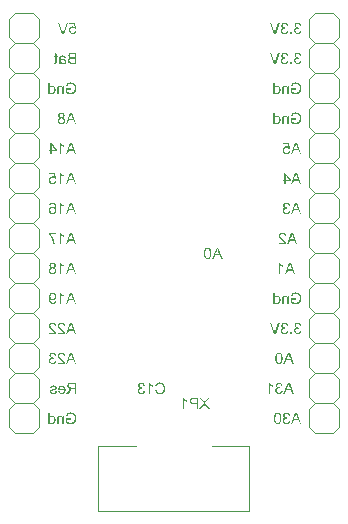
<source format=gbo>
G04*
G04 #@! TF.GenerationSoftware,Altium Limited,Altium Designer,21.2.2 (38)*
G04*
G04 Layer_Color=32896*
%FSLAX25Y25*%
%MOIN*%
G70*
G04*
G04 #@! TF.SameCoordinates,0000E620-6A5C-4488-86E2-F855693774CC*
G04*
G04*
G04 #@! TF.FilePolarity,Positive*
G04*
G01*
G75*
%ADD11C,0.00394*%
G36*
X-34187Y101944D02*
X-33996Y101917D01*
X-33909Y101900D01*
X-33827Y101878D01*
X-33750Y101862D01*
X-33679Y101840D01*
X-33614Y101818D01*
X-33559Y101796D01*
X-33510Y101775D01*
X-33466Y101758D01*
X-33434Y101742D01*
X-33412Y101731D01*
X-33395Y101725D01*
X-33390Y101720D01*
X-33314Y101671D01*
X-33237Y101622D01*
X-33106Y101507D01*
X-32991Y101392D01*
X-32899Y101272D01*
X-32822Y101168D01*
X-32795Y101125D01*
X-32773Y101081D01*
X-32751Y101048D01*
X-32740Y101026D01*
X-32735Y101010D01*
X-32729Y101005D01*
X-32653Y100824D01*
X-32598Y100644D01*
X-32555Y100470D01*
X-32544Y100388D01*
X-32527Y100311D01*
X-32522Y100240D01*
X-32511Y100180D01*
X-32506Y100120D01*
Y100071D01*
X-32500Y100033D01*
Y100005D01*
Y99984D01*
Y99978D01*
X-32511Y99776D01*
X-32538Y99585D01*
X-32555Y99498D01*
X-32571Y99416D01*
X-32593Y99334D01*
X-32615Y99263D01*
X-32636Y99197D01*
X-32658Y99143D01*
X-32675Y99088D01*
X-32691Y99050D01*
X-32708Y99012D01*
X-32718Y98990D01*
X-32729Y98974D01*
Y98968D01*
X-32828Y98810D01*
X-32937Y98673D01*
X-33051Y98553D01*
X-33161Y98455D01*
X-33264Y98378D01*
X-33303Y98351D01*
X-33341Y98324D01*
X-33374Y98307D01*
X-33395Y98291D01*
X-33412Y98286D01*
X-33417Y98280D01*
X-33505Y98236D01*
X-33592Y98204D01*
X-33767Y98144D01*
X-33936Y98105D01*
X-34094Y98073D01*
X-34165Y98067D01*
X-34231Y98056D01*
X-34291Y98051D01*
X-34340D01*
X-34378Y98045D01*
X-34433D01*
X-34586Y98051D01*
X-34733Y98067D01*
X-34870Y98094D01*
X-34990Y98122D01*
X-35039Y98133D01*
X-35088Y98144D01*
X-35132Y98160D01*
X-35170Y98171D01*
X-35197Y98182D01*
X-35219Y98187D01*
X-35230Y98193D01*
X-35236D01*
X-35383Y98253D01*
X-35519Y98324D01*
X-35650Y98400D01*
X-35765Y98471D01*
X-35814Y98504D01*
X-35863Y98537D01*
X-35902Y98564D01*
X-35934Y98586D01*
X-35962Y98608D01*
X-35983Y98624D01*
X-35994Y98629D01*
X-36000Y98635D01*
Y100038D01*
X-34395D01*
Y99590D01*
X-35508D01*
Y98881D01*
X-35443Y98826D01*
X-35366Y98777D01*
X-35285Y98733D01*
X-35208Y98695D01*
X-35143Y98662D01*
X-35083Y98635D01*
X-35061Y98624D01*
X-35050Y98619D01*
X-35039Y98613D01*
X-35033D01*
X-34919Y98575D01*
X-34804Y98542D01*
X-34700Y98520D01*
X-34602Y98509D01*
X-34520Y98498D01*
X-34487D01*
X-34455Y98493D01*
X-34400D01*
X-34264Y98498D01*
X-34133Y98520D01*
X-34012Y98548D01*
X-33903Y98575D01*
X-33816Y98608D01*
X-33778Y98619D01*
X-33750Y98629D01*
X-33723Y98641D01*
X-33707Y98651D01*
X-33696Y98657D01*
X-33690D01*
X-33576Y98728D01*
X-33472Y98804D01*
X-33384Y98886D01*
X-33314Y98968D01*
X-33253Y99045D01*
X-33215Y99105D01*
X-33199Y99126D01*
X-33193Y99143D01*
X-33182Y99154D01*
Y99159D01*
X-33128Y99296D01*
X-33084Y99438D01*
X-33057Y99580D01*
X-33035Y99716D01*
X-33030Y99776D01*
X-33024Y99831D01*
X-33019Y99885D01*
Y99929D01*
X-33013Y99962D01*
Y99989D01*
Y100005D01*
Y100011D01*
X-33019Y100164D01*
X-33035Y100300D01*
X-33057Y100431D01*
X-33084Y100546D01*
X-33095Y100595D01*
X-33112Y100639D01*
X-33122Y100677D01*
X-33133Y100710D01*
X-33144Y100737D01*
X-33150Y100753D01*
X-33155Y100764D01*
Y100770D01*
X-33193Y100846D01*
X-33232Y100917D01*
X-33270Y100983D01*
X-33308Y101037D01*
X-33341Y101081D01*
X-33368Y101119D01*
X-33390Y101141D01*
X-33395Y101147D01*
X-33456Y101207D01*
X-33521Y101261D01*
X-33592Y101305D01*
X-33658Y101349D01*
X-33712Y101376D01*
X-33756Y101403D01*
X-33789Y101414D01*
X-33799Y101420D01*
X-33898Y101458D01*
X-33996Y101485D01*
X-34100Y101502D01*
X-34193Y101518D01*
X-34275Y101523D01*
X-34307D01*
X-34335Y101529D01*
X-34395D01*
X-34498Y101523D01*
X-34597Y101512D01*
X-34684Y101496D01*
X-34760Y101480D01*
X-34826Y101458D01*
X-34875Y101441D01*
X-34902Y101430D01*
X-34913Y101425D01*
X-34995Y101387D01*
X-35066Y101343D01*
X-35132Y101300D01*
X-35181Y101256D01*
X-35219Y101218D01*
X-35252Y101190D01*
X-35268Y101168D01*
X-35274Y101163D01*
X-35323Y101098D01*
X-35361Y101021D01*
X-35399Y100950D01*
X-35432Y100874D01*
X-35454Y100808D01*
X-35470Y100759D01*
X-35476Y100737D01*
X-35481Y100721D01*
X-35487Y100715D01*
Y100710D01*
X-35940Y100830D01*
X-35902Y100966D01*
X-35852Y101086D01*
X-35803Y101196D01*
X-35760Y101283D01*
X-35716Y101354D01*
X-35683Y101403D01*
X-35661Y101436D01*
X-35650Y101447D01*
X-35574Y101534D01*
X-35492Y101605D01*
X-35405Y101671D01*
X-35323Y101725D01*
X-35246Y101764D01*
X-35186Y101796D01*
X-35164Y101807D01*
X-35148Y101813D01*
X-35137Y101818D01*
X-35132D01*
X-35006Y101862D01*
X-34875Y101895D01*
X-34755Y101922D01*
X-34640Y101938D01*
X-34537Y101949D01*
X-34493D01*
X-34460Y101955D01*
X-34285D01*
X-34187Y101944D01*
D02*
G37*
G36*
X-37856Y100906D02*
X-37758Y100890D01*
X-37671Y100868D01*
X-37583Y100841D01*
X-37507Y100808D01*
X-37436Y100770D01*
X-37370Y100726D01*
X-37316Y100688D01*
X-37261Y100644D01*
X-37217Y100601D01*
X-37179Y100562D01*
X-37146Y100530D01*
X-37125Y100502D01*
X-37108Y100480D01*
X-37097Y100464D01*
X-37092Y100459D01*
Y100852D01*
X-36677D01*
Y98111D01*
X-37141D01*
Y99601D01*
Y99694D01*
X-37152Y99787D01*
X-37163Y99863D01*
X-37174Y99935D01*
X-37190Y100000D01*
X-37207Y100060D01*
X-37228Y100115D01*
X-37250Y100158D01*
X-37267Y100197D01*
X-37288Y100229D01*
X-37305Y100257D01*
X-37321Y100278D01*
X-37343Y100306D01*
X-37354Y100317D01*
X-37436Y100382D01*
X-37523Y100426D01*
X-37611Y100459D01*
X-37687Y100486D01*
X-37758Y100497D01*
X-37813Y100502D01*
X-37834Y100508D01*
X-37862D01*
X-37927Y100502D01*
X-37993Y100497D01*
X-38047Y100480D01*
X-38091Y100464D01*
X-38129Y100448D01*
X-38162Y100437D01*
X-38178Y100426D01*
X-38184Y100420D01*
X-38233Y100388D01*
X-38277Y100349D01*
X-38309Y100311D01*
X-38337Y100278D01*
X-38353Y100246D01*
X-38370Y100218D01*
X-38380Y100202D01*
Y100197D01*
X-38397Y100136D01*
X-38413Y100071D01*
X-38424Y100000D01*
X-38430Y99929D01*
X-38435Y99869D01*
Y99820D01*
Y99782D01*
Y99776D01*
Y99771D01*
Y98111D01*
X-38899D01*
Y99792D01*
Y99907D01*
X-38894Y100000D01*
X-38888Y100076D01*
Y100142D01*
X-38883Y100186D01*
X-38877Y100218D01*
X-38872Y100240D01*
Y100246D01*
X-38855Y100317D01*
X-38828Y100382D01*
X-38806Y100437D01*
X-38785Y100491D01*
X-38757Y100530D01*
X-38741Y100557D01*
X-38730Y100579D01*
X-38724Y100584D01*
X-38681Y100639D01*
X-38632Y100682D01*
X-38582Y100726D01*
X-38528Y100759D01*
X-38484Y100786D01*
X-38446Y100803D01*
X-38424Y100813D01*
X-38413Y100819D01*
X-38337Y100852D01*
X-38255Y100874D01*
X-38178Y100890D01*
X-38107Y100901D01*
X-38047Y100906D01*
X-38004Y100912D01*
X-37960D01*
X-37856Y100906D01*
D02*
G37*
G36*
X-41351Y100535D02*
X-41302Y100595D01*
X-41247Y100644D01*
X-41198Y100693D01*
X-41143Y100732D01*
X-41100Y100759D01*
X-41067Y100786D01*
X-41045Y100797D01*
X-41034Y100803D01*
X-40963Y100841D01*
X-40887Y100868D01*
X-40810Y100884D01*
X-40739Y100901D01*
X-40679Y100906D01*
X-40635Y100912D01*
X-40592D01*
X-40472Y100906D01*
X-40357Y100884D01*
X-40253Y100857D01*
X-40166Y100824D01*
X-40089Y100786D01*
X-40035Y100759D01*
X-40013Y100748D01*
X-39997Y100737D01*
X-39991Y100732D01*
X-39986D01*
X-39887Y100661D01*
X-39805Y100573D01*
X-39735Y100491D01*
X-39680Y100409D01*
X-39636Y100333D01*
X-39603Y100273D01*
X-39592Y100251D01*
X-39582Y100235D01*
X-39576Y100224D01*
Y100218D01*
X-39533Y100093D01*
X-39500Y99962D01*
X-39472Y99836D01*
X-39456Y99721D01*
X-39445Y99623D01*
Y99580D01*
X-39440Y99547D01*
Y99514D01*
Y99492D01*
Y99481D01*
Y99476D01*
X-39445Y99323D01*
X-39461Y99181D01*
X-39489Y99055D01*
X-39516Y98946D01*
X-39527Y98897D01*
X-39538Y98859D01*
X-39554Y98821D01*
X-39565Y98788D01*
X-39576Y98766D01*
X-39582Y98750D01*
X-39587Y98739D01*
Y98733D01*
X-39647Y98619D01*
X-39718Y98520D01*
X-39789Y98433D01*
X-39860Y98362D01*
X-39920Y98307D01*
X-39969Y98264D01*
X-40002Y98242D01*
X-40007Y98231D01*
X-40013D01*
X-40117Y98171D01*
X-40220Y98127D01*
X-40324Y98094D01*
X-40417Y98073D01*
X-40493Y98062D01*
X-40559Y98056D01*
X-40581Y98051D01*
X-40614D01*
X-40706Y98056D01*
X-40794Y98067D01*
X-40876Y98089D01*
X-40947Y98116D01*
X-41018Y98144D01*
X-41083Y98176D01*
X-41138Y98215D01*
X-41187Y98253D01*
X-41236Y98291D01*
X-41274Y98329D01*
X-41307Y98362D01*
X-41334Y98389D01*
X-41356Y98417D01*
X-41372Y98438D01*
X-41378Y98449D01*
X-41383Y98455D01*
Y98111D01*
X-41815D01*
Y101889D01*
X-41351D01*
Y100535D01*
D02*
G37*
G36*
X40813Y91944D02*
X41004Y91917D01*
X41091Y91900D01*
X41173Y91878D01*
X41250Y91862D01*
X41321Y91840D01*
X41386Y91818D01*
X41441Y91796D01*
X41490Y91774D01*
X41534Y91758D01*
X41566Y91742D01*
X41588Y91731D01*
X41605Y91725D01*
X41610Y91720D01*
X41686Y91671D01*
X41763Y91622D01*
X41894Y91507D01*
X42009Y91392D01*
X42101Y91272D01*
X42178Y91168D01*
X42205Y91125D01*
X42227Y91081D01*
X42249Y91048D01*
X42260Y91027D01*
X42265Y91010D01*
X42271Y91005D01*
X42347Y90825D01*
X42402Y90644D01*
X42445Y90470D01*
X42456Y90388D01*
X42473Y90311D01*
X42478Y90240D01*
X42489Y90180D01*
X42494Y90120D01*
Y90071D01*
X42500Y90033D01*
Y90005D01*
Y89984D01*
Y89978D01*
X42489Y89776D01*
X42462Y89585D01*
X42445Y89498D01*
X42429Y89416D01*
X42407Y89334D01*
X42385Y89263D01*
X42364Y89197D01*
X42342Y89143D01*
X42325Y89088D01*
X42309Y89050D01*
X42292Y89012D01*
X42282Y88990D01*
X42271Y88973D01*
Y88968D01*
X42172Y88810D01*
X42063Y88673D01*
X41949Y88553D01*
X41839Y88455D01*
X41736Y88378D01*
X41697Y88351D01*
X41659Y88324D01*
X41626Y88307D01*
X41605Y88291D01*
X41588Y88286D01*
X41583Y88280D01*
X41495Y88236D01*
X41408Y88204D01*
X41233Y88144D01*
X41064Y88105D01*
X40906Y88073D01*
X40835Y88067D01*
X40769Y88056D01*
X40709Y88051D01*
X40660D01*
X40622Y88045D01*
X40567D01*
X40414Y88051D01*
X40267Y88067D01*
X40130Y88095D01*
X40010Y88122D01*
X39961Y88133D01*
X39912Y88144D01*
X39868Y88160D01*
X39830Y88171D01*
X39803Y88182D01*
X39781Y88187D01*
X39770Y88193D01*
X39764D01*
X39617Y88253D01*
X39481Y88324D01*
X39350Y88400D01*
X39235Y88471D01*
X39186Y88504D01*
X39137Y88537D01*
X39098Y88564D01*
X39066Y88586D01*
X39038Y88608D01*
X39017Y88624D01*
X39006Y88630D01*
X39000Y88635D01*
Y90038D01*
X40605D01*
Y89591D01*
X39492D01*
Y88881D01*
X39557Y88826D01*
X39634Y88777D01*
X39715Y88733D01*
X39792Y88695D01*
X39857Y88662D01*
X39917Y88635D01*
X39939Y88624D01*
X39950Y88619D01*
X39961Y88613D01*
X39967D01*
X40081Y88575D01*
X40196Y88542D01*
X40300Y88520D01*
X40398Y88509D01*
X40480Y88499D01*
X40513D01*
X40545Y88493D01*
X40600D01*
X40736Y88499D01*
X40867Y88520D01*
X40988Y88548D01*
X41097Y88575D01*
X41184Y88608D01*
X41222Y88619D01*
X41250Y88630D01*
X41277Y88640D01*
X41293Y88651D01*
X41304Y88657D01*
X41310D01*
X41424Y88728D01*
X41528Y88804D01*
X41616Y88886D01*
X41686Y88968D01*
X41747Y89044D01*
X41785Y89105D01*
X41801Y89126D01*
X41807Y89143D01*
X41818Y89154D01*
Y89159D01*
X41872Y89296D01*
X41916Y89438D01*
X41943Y89580D01*
X41965Y89716D01*
X41970Y89776D01*
X41976Y89831D01*
X41981Y89885D01*
Y89929D01*
X41987Y89962D01*
Y89989D01*
Y90005D01*
Y90011D01*
X41981Y90164D01*
X41965Y90300D01*
X41943Y90431D01*
X41916Y90546D01*
X41905Y90595D01*
X41888Y90639D01*
X41878Y90677D01*
X41867Y90710D01*
X41856Y90737D01*
X41850Y90754D01*
X41845Y90764D01*
Y90770D01*
X41807Y90846D01*
X41768Y90917D01*
X41730Y90983D01*
X41692Y91037D01*
X41659Y91081D01*
X41632Y91119D01*
X41610Y91141D01*
X41605Y91147D01*
X41544Y91207D01*
X41479Y91261D01*
X41408Y91305D01*
X41342Y91349D01*
X41288Y91376D01*
X41244Y91403D01*
X41211Y91414D01*
X41201Y91420D01*
X41102Y91458D01*
X41004Y91485D01*
X40900Y91501D01*
X40807Y91518D01*
X40725Y91523D01*
X40693D01*
X40665Y91529D01*
X40605D01*
X40502Y91523D01*
X40403Y91512D01*
X40316Y91496D01*
X40240Y91480D01*
X40174Y91458D01*
X40125Y91441D01*
X40098Y91430D01*
X40087Y91425D01*
X40005Y91387D01*
X39934Y91343D01*
X39868Y91299D01*
X39819Y91256D01*
X39781Y91218D01*
X39748Y91190D01*
X39732Y91168D01*
X39726Y91163D01*
X39677Y91097D01*
X39639Y91021D01*
X39601Y90950D01*
X39568Y90874D01*
X39546Y90808D01*
X39530Y90759D01*
X39524Y90737D01*
X39519Y90721D01*
X39513Y90715D01*
Y90710D01*
X39060Y90830D01*
X39098Y90966D01*
X39148Y91087D01*
X39197Y91196D01*
X39240Y91283D01*
X39284Y91354D01*
X39317Y91403D01*
X39339Y91436D01*
X39350Y91447D01*
X39426Y91534D01*
X39508Y91605D01*
X39595Y91671D01*
X39677Y91725D01*
X39754Y91764D01*
X39814Y91796D01*
X39836Y91807D01*
X39852Y91813D01*
X39863Y91818D01*
X39868D01*
X39994Y91862D01*
X40125Y91895D01*
X40245Y91922D01*
X40360Y91938D01*
X40463Y91949D01*
X40507D01*
X40540Y91955D01*
X40715D01*
X40813Y91944D01*
D02*
G37*
G36*
X37144Y90906D02*
X37242Y90890D01*
X37329Y90868D01*
X37417Y90841D01*
X37493Y90808D01*
X37564Y90770D01*
X37630Y90726D01*
X37684Y90688D01*
X37739Y90644D01*
X37783Y90601D01*
X37821Y90562D01*
X37854Y90530D01*
X37875Y90502D01*
X37892Y90481D01*
X37903Y90464D01*
X37908Y90459D01*
Y90852D01*
X38323D01*
Y88111D01*
X37859D01*
Y89601D01*
Y89694D01*
X37848Y89787D01*
X37837Y89864D01*
X37826Y89934D01*
X37810Y90000D01*
X37793Y90060D01*
X37772Y90115D01*
X37750Y90158D01*
X37733Y90197D01*
X37712Y90229D01*
X37695Y90257D01*
X37679Y90279D01*
X37657Y90306D01*
X37646Y90317D01*
X37564Y90382D01*
X37477Y90426D01*
X37389Y90459D01*
X37313Y90486D01*
X37242Y90497D01*
X37187Y90502D01*
X37166Y90508D01*
X37138D01*
X37073Y90502D01*
X37007Y90497D01*
X36953Y90481D01*
X36909Y90464D01*
X36871Y90448D01*
X36838Y90437D01*
X36822Y90426D01*
X36816Y90420D01*
X36767Y90388D01*
X36723Y90349D01*
X36691Y90311D01*
X36663Y90279D01*
X36647Y90246D01*
X36630Y90218D01*
X36620Y90202D01*
Y90197D01*
X36603Y90136D01*
X36587Y90071D01*
X36576Y90000D01*
X36570Y89929D01*
X36565Y89869D01*
Y89820D01*
Y89782D01*
Y89776D01*
Y89771D01*
Y88111D01*
X36101D01*
Y89793D01*
Y89907D01*
X36106Y90000D01*
X36112Y90076D01*
Y90142D01*
X36117Y90186D01*
X36123Y90218D01*
X36128Y90240D01*
Y90246D01*
X36145Y90317D01*
X36172Y90382D01*
X36194Y90437D01*
X36215Y90491D01*
X36243Y90530D01*
X36259Y90557D01*
X36270Y90579D01*
X36276Y90584D01*
X36319Y90639D01*
X36368Y90683D01*
X36418Y90726D01*
X36472Y90759D01*
X36516Y90786D01*
X36554Y90803D01*
X36576Y90813D01*
X36587Y90819D01*
X36663Y90852D01*
X36745Y90874D01*
X36822Y90890D01*
X36893Y90901D01*
X36953Y90906D01*
X36996Y90912D01*
X37040D01*
X37144Y90906D01*
D02*
G37*
G36*
X33649Y90535D02*
X33698Y90595D01*
X33753Y90644D01*
X33802Y90693D01*
X33857Y90732D01*
X33900Y90759D01*
X33933Y90786D01*
X33955Y90797D01*
X33966Y90803D01*
X34037Y90841D01*
X34113Y90868D01*
X34190Y90885D01*
X34261Y90901D01*
X34321Y90906D01*
X34365Y90912D01*
X34408D01*
X34528Y90906D01*
X34643Y90885D01*
X34747Y90857D01*
X34834Y90825D01*
X34911Y90786D01*
X34965Y90759D01*
X34987Y90748D01*
X35003Y90737D01*
X35009Y90732D01*
X35014D01*
X35113Y90661D01*
X35195Y90573D01*
X35265Y90491D01*
X35320Y90409D01*
X35364Y90333D01*
X35397Y90273D01*
X35408Y90251D01*
X35418Y90235D01*
X35424Y90224D01*
Y90218D01*
X35467Y90093D01*
X35500Y89962D01*
X35528Y89836D01*
X35544Y89722D01*
X35555Y89623D01*
Y89580D01*
X35560Y89547D01*
Y89514D01*
Y89492D01*
Y89481D01*
Y89476D01*
X35555Y89323D01*
X35539Y89181D01*
X35511Y89055D01*
X35484Y88946D01*
X35473Y88897D01*
X35462Y88859D01*
X35446Y88821D01*
X35435Y88788D01*
X35424Y88766D01*
X35418Y88750D01*
X35413Y88739D01*
Y88733D01*
X35353Y88619D01*
X35282Y88520D01*
X35211Y88433D01*
X35140Y88362D01*
X35080Y88307D01*
X35031Y88264D01*
X34998Y88242D01*
X34993Y88231D01*
X34987D01*
X34883Y88171D01*
X34780Y88127D01*
X34676Y88095D01*
X34583Y88073D01*
X34507Y88062D01*
X34441Y88056D01*
X34419Y88051D01*
X34386D01*
X34294Y88056D01*
X34206Y88067D01*
X34124Y88089D01*
X34053Y88116D01*
X33982Y88144D01*
X33917Y88176D01*
X33862Y88215D01*
X33813Y88253D01*
X33764Y88291D01*
X33726Y88329D01*
X33693Y88362D01*
X33666Y88389D01*
X33644Y88417D01*
X33628Y88438D01*
X33622Y88449D01*
X33617Y88455D01*
Y88111D01*
X33185D01*
Y91889D01*
X33649D01*
Y90535D01*
D02*
G37*
G36*
X41479Y111919D02*
X41626Y111892D01*
X41752Y111848D01*
X41861Y111804D01*
X41910Y111777D01*
X41949Y111755D01*
X41987Y111733D01*
X42014Y111712D01*
X42036Y111695D01*
X42052Y111684D01*
X42063Y111679D01*
X42069Y111673D01*
X42172Y111570D01*
X42254Y111455D01*
X42320Y111335D01*
X42374Y111215D01*
X42407Y111111D01*
X42424Y111067D01*
X42434Y111029D01*
X42440Y110996D01*
X42445Y110975D01*
X42451Y110958D01*
Y110953D01*
X41987Y110871D01*
X41965Y110991D01*
X41932Y111095D01*
X41894Y111182D01*
X41856Y111253D01*
X41818Y111308D01*
X41785Y111346D01*
X41763Y111373D01*
X41757Y111379D01*
X41686Y111433D01*
X41610Y111477D01*
X41539Y111504D01*
X41468Y111526D01*
X41403Y111537D01*
X41353Y111548D01*
X41310D01*
X41211Y111542D01*
X41124Y111521D01*
X41048Y111493D01*
X40982Y111466D01*
X40933Y111433D01*
X40895Y111406D01*
X40867Y111384D01*
X40862Y111379D01*
X40802Y111313D01*
X40758Y111242D01*
X40731Y111171D01*
X40709Y111106D01*
X40698Y111046D01*
X40687Y111002D01*
Y110969D01*
Y110964D01*
Y110958D01*
Y110898D01*
X40698Y110844D01*
X40725Y110751D01*
X40764Y110669D01*
X40807Y110598D01*
X40851Y110549D01*
X40889Y110511D01*
X40917Y110489D01*
X40922Y110483D01*
X40927D01*
X41020Y110434D01*
X41108Y110396D01*
X41201Y110369D01*
X41282Y110352D01*
X41353Y110341D01*
X41414Y110330D01*
X41484D01*
X41506Y110336D01*
X41534D01*
X41588Y109926D01*
X41517Y109943D01*
X41452Y109954D01*
X41397Y109965D01*
X41348Y109970D01*
X41310Y109975D01*
X41261D01*
X41146Y109965D01*
X41042Y109943D01*
X40949Y109910D01*
X40873Y109872D01*
X40813Y109834D01*
X40769Y109801D01*
X40742Y109779D01*
X40731Y109768D01*
X40660Y109686D01*
X40605Y109599D01*
X40567Y109511D01*
X40545Y109424D01*
X40529Y109353D01*
X40523Y109293D01*
X40518Y109271D01*
Y109255D01*
Y109244D01*
Y109238D01*
X40529Y109118D01*
X40556Y109009D01*
X40589Y108916D01*
X40633Y108834D01*
X40676Y108769D01*
X40709Y108720D01*
X40736Y108687D01*
X40747Y108676D01*
X40835Y108599D01*
X40927Y108545D01*
X41020Y108507D01*
X41108Y108479D01*
X41184Y108463D01*
X41244Y108458D01*
X41266Y108452D01*
X41299D01*
X41397Y108458D01*
X41490Y108479D01*
X41572Y108507D01*
X41637Y108539D01*
X41692Y108567D01*
X41736Y108594D01*
X41757Y108616D01*
X41768Y108621D01*
X41834Y108698D01*
X41888Y108785D01*
X41938Y108878D01*
X41976Y108976D01*
X42003Y109058D01*
X42014Y109096D01*
X42020Y109129D01*
X42025Y109156D01*
X42030Y109178D01*
X42036Y109189D01*
Y109195D01*
X42500Y109135D01*
X42489Y109047D01*
X42473Y108965D01*
X42424Y108812D01*
X42364Y108681D01*
X42331Y108627D01*
X42298Y108572D01*
X42265Y108523D01*
X42232Y108485D01*
X42205Y108447D01*
X42178Y108419D01*
X42162Y108397D01*
X42145Y108381D01*
X42134Y108370D01*
X42129Y108365D01*
X42063Y108316D01*
X41998Y108266D01*
X41932Y108228D01*
X41861Y108195D01*
X41725Y108141D01*
X41594Y108108D01*
X41534Y108097D01*
X41479Y108086D01*
X41430Y108081D01*
X41386Y108075D01*
X41353Y108070D01*
X41304D01*
X41201Y108075D01*
X41108Y108086D01*
X41015Y108103D01*
X40927Y108124D01*
X40846Y108152D01*
X40775Y108179D01*
X40704Y108212D01*
X40644Y108245D01*
X40584Y108272D01*
X40534Y108305D01*
X40491Y108332D01*
X40458Y108359D01*
X40431Y108381D01*
X40409Y108397D01*
X40398Y108408D01*
X40392Y108414D01*
X40327Y108479D01*
X40272Y108550D01*
X40223Y108621D01*
X40179Y108692D01*
X40147Y108758D01*
X40114Y108829D01*
X40070Y108960D01*
X40059Y109020D01*
X40049Y109074D01*
X40038Y109124D01*
X40032Y109167D01*
X40027Y109200D01*
Y109227D01*
Y109244D01*
Y109249D01*
X40032Y109380D01*
X40054Y109500D01*
X40087Y109604D01*
X40119Y109692D01*
X40152Y109763D01*
X40185Y109817D01*
X40207Y109850D01*
X40212Y109861D01*
X40289Y109943D01*
X40371Y110014D01*
X40458Y110068D01*
X40545Y110112D01*
X40622Y110145D01*
X40682Y110167D01*
X40704Y110172D01*
X40720Y110177D01*
X40731Y110183D01*
X40736D01*
X40644Y110232D01*
X40567Y110281D01*
X40502Y110336D01*
X40447Y110385D01*
X40403Y110429D01*
X40371Y110467D01*
X40354Y110489D01*
X40349Y110500D01*
X40305Y110576D01*
X40272Y110652D01*
X40245Y110729D01*
X40229Y110800D01*
X40218Y110860D01*
X40212Y110904D01*
Y110936D01*
Y110947D01*
X40218Y111040D01*
X40234Y111133D01*
X40256Y111215D01*
X40283Y111286D01*
X40310Y111346D01*
X40332Y111395D01*
X40349Y111422D01*
X40354Y111433D01*
X40409Y111515D01*
X40474Y111586D01*
X40540Y111646D01*
X40605Y111701D01*
X40660Y111739D01*
X40709Y111772D01*
X40742Y111788D01*
X40747Y111794D01*
X40753D01*
X40851Y111837D01*
X40949Y111870D01*
X41048Y111897D01*
X41135Y111914D01*
X41206Y111925D01*
X41266Y111930D01*
X41403D01*
X41479Y111919D01*
D02*
G37*
G36*
X37073D02*
X37220Y111892D01*
X37346Y111848D01*
X37455Y111804D01*
X37504Y111777D01*
X37542Y111755D01*
X37580Y111733D01*
X37608Y111712D01*
X37630Y111695D01*
X37646Y111684D01*
X37657Y111679D01*
X37662Y111673D01*
X37766Y111570D01*
X37848Y111455D01*
X37914Y111335D01*
X37968Y111215D01*
X38001Y111111D01*
X38017Y111067D01*
X38028Y111029D01*
X38034Y110996D01*
X38039Y110975D01*
X38045Y110958D01*
Y110953D01*
X37580Y110871D01*
X37559Y110991D01*
X37526Y111095D01*
X37488Y111182D01*
X37449Y111253D01*
X37411Y111308D01*
X37378Y111346D01*
X37357Y111373D01*
X37351Y111379D01*
X37280Y111433D01*
X37204Y111477D01*
X37133Y111504D01*
X37062Y111526D01*
X36996Y111537D01*
X36947Y111548D01*
X36904D01*
X36805Y111542D01*
X36718Y111521D01*
X36641Y111493D01*
X36576Y111466D01*
X36527Y111433D01*
X36489Y111406D01*
X36461Y111384D01*
X36456Y111379D01*
X36396Y111313D01*
X36352Y111242D01*
X36325Y111171D01*
X36303Y111106D01*
X36292Y111046D01*
X36281Y111002D01*
Y110969D01*
Y110964D01*
Y110958D01*
Y110898D01*
X36292Y110844D01*
X36319Y110751D01*
X36358Y110669D01*
X36401Y110598D01*
X36445Y110549D01*
X36483Y110511D01*
X36510Y110489D01*
X36516Y110483D01*
X36521D01*
X36614Y110434D01*
X36702Y110396D01*
X36794Y110369D01*
X36876Y110352D01*
X36947Y110341D01*
X37007Y110330D01*
X37078D01*
X37100Y110336D01*
X37127D01*
X37182Y109926D01*
X37111Y109943D01*
X37045Y109954D01*
X36991Y109965D01*
X36942Y109970D01*
X36904Y109975D01*
X36854D01*
X36740Y109965D01*
X36636Y109943D01*
X36543Y109910D01*
X36467Y109872D01*
X36407Y109834D01*
X36363Y109801D01*
X36336Y109779D01*
X36325Y109768D01*
X36254Y109686D01*
X36199Y109599D01*
X36161Y109511D01*
X36139Y109424D01*
X36123Y109353D01*
X36117Y109293D01*
X36112Y109271D01*
Y109255D01*
Y109244D01*
Y109238D01*
X36123Y109118D01*
X36150Y109009D01*
X36183Y108916D01*
X36226Y108834D01*
X36270Y108769D01*
X36303Y108720D01*
X36330Y108687D01*
X36341Y108676D01*
X36428Y108599D01*
X36521Y108545D01*
X36614Y108507D01*
X36702Y108479D01*
X36778Y108463D01*
X36838Y108458D01*
X36860Y108452D01*
X36893D01*
X36991Y108458D01*
X37084Y108479D01*
X37166Y108507D01*
X37231Y108539D01*
X37286Y108567D01*
X37329Y108594D01*
X37351Y108616D01*
X37362Y108621D01*
X37428Y108698D01*
X37482Y108785D01*
X37531Y108878D01*
X37570Y108976D01*
X37597Y109058D01*
X37608Y109096D01*
X37613Y109129D01*
X37619Y109156D01*
X37624Y109178D01*
X37630Y109189D01*
Y109195D01*
X38094Y109135D01*
X38083Y109047D01*
X38067Y108965D01*
X38017Y108812D01*
X37957Y108681D01*
X37925Y108627D01*
X37892Y108572D01*
X37859Y108523D01*
X37826Y108485D01*
X37799Y108447D01*
X37772Y108419D01*
X37755Y108397D01*
X37739Y108381D01*
X37728Y108370D01*
X37723Y108365D01*
X37657Y108316D01*
X37591Y108266D01*
X37526Y108228D01*
X37455Y108195D01*
X37319Y108141D01*
X37187Y108108D01*
X37127Y108097D01*
X37073Y108086D01*
X37024Y108081D01*
X36980Y108075D01*
X36947Y108070D01*
X36898D01*
X36794Y108075D01*
X36702Y108086D01*
X36609Y108103D01*
X36521Y108124D01*
X36439Y108152D01*
X36368Y108179D01*
X36297Y108212D01*
X36237Y108245D01*
X36177Y108272D01*
X36128Y108305D01*
X36084Y108332D01*
X36052Y108359D01*
X36024Y108381D01*
X36003Y108397D01*
X35992Y108408D01*
X35986Y108414D01*
X35921Y108479D01*
X35866Y108550D01*
X35817Y108621D01*
X35773Y108692D01*
X35741Y108758D01*
X35708Y108829D01*
X35664Y108960D01*
X35653Y109020D01*
X35642Y109074D01*
X35631Y109124D01*
X35626Y109167D01*
X35620Y109200D01*
Y109227D01*
Y109244D01*
Y109249D01*
X35626Y109380D01*
X35648Y109500D01*
X35680Y109604D01*
X35713Y109692D01*
X35746Y109763D01*
X35779Y109817D01*
X35801Y109850D01*
X35806Y109861D01*
X35882Y109943D01*
X35964Y110014D01*
X36052Y110068D01*
X36139Y110112D01*
X36215Y110145D01*
X36276Y110167D01*
X36297Y110172D01*
X36314Y110177D01*
X36325Y110183D01*
X36330D01*
X36237Y110232D01*
X36161Y110281D01*
X36095Y110336D01*
X36041Y110385D01*
X35997Y110429D01*
X35964Y110467D01*
X35948Y110489D01*
X35943Y110500D01*
X35899Y110576D01*
X35866Y110652D01*
X35839Y110729D01*
X35822Y110800D01*
X35811Y110860D01*
X35806Y110904D01*
Y110936D01*
Y110947D01*
X35811Y111040D01*
X35828Y111133D01*
X35850Y111215D01*
X35877Y111286D01*
X35904Y111346D01*
X35926Y111395D01*
X35943Y111422D01*
X35948Y111433D01*
X36003Y111515D01*
X36068Y111586D01*
X36134Y111646D01*
X36199Y111701D01*
X36254Y111739D01*
X36303Y111772D01*
X36336Y111788D01*
X36341Y111794D01*
X36347D01*
X36445Y111837D01*
X36543Y111870D01*
X36641Y111897D01*
X36729Y111914D01*
X36800Y111925D01*
X36860Y111930D01*
X36996D01*
X37073Y111919D01*
D02*
G37*
G36*
X33900Y108135D02*
X33376D01*
X31902Y111914D01*
X32410D01*
X33436Y109167D01*
X33480Y109053D01*
X33518Y108943D01*
X33551Y108840D01*
X33578Y108747D01*
X33606Y108665D01*
X33622Y108605D01*
X33628Y108583D01*
X33633Y108567D01*
X33638Y108556D01*
Y108550D01*
X33704Y108769D01*
X33737Y108872D01*
X33770Y108965D01*
X33797Y109047D01*
X33808Y109080D01*
X33813Y109113D01*
X33824Y109135D01*
X33830Y109151D01*
X33835Y109162D01*
Y109167D01*
X34818Y111914D01*
X35364D01*
X33900Y108135D01*
D02*
G37*
G36*
X39306D02*
X38776D01*
Y108665D01*
X39306D01*
Y108135D01*
D02*
G37*
G36*
X-32500Y88135D02*
X-33030D01*
X-33439Y89282D01*
X-35023D01*
X-35465Y88135D01*
X-36033D01*
X-34487Y91914D01*
X-33941D01*
X-32500Y88135D01*
D02*
G37*
G36*
X-37387Y91925D02*
X-37299Y91919D01*
X-37146Y91886D01*
X-37075Y91865D01*
X-37010Y91843D01*
X-36950Y91815D01*
X-36895Y91788D01*
X-36852Y91761D01*
X-36808Y91734D01*
X-36770Y91712D01*
X-36742Y91690D01*
X-36721Y91673D01*
X-36704Y91657D01*
X-36693Y91652D01*
X-36688Y91646D01*
X-36639Y91592D01*
X-36590Y91537D01*
X-36551Y91477D01*
X-36519Y91417D01*
X-36464Y91302D01*
X-36431Y91193D01*
X-36409Y91100D01*
X-36404Y91057D01*
X-36398Y91024D01*
X-36393Y90991D01*
Y90969D01*
Y90958D01*
Y90953D01*
X-36398Y90855D01*
X-36415Y90762D01*
X-36437Y90680D01*
X-36464Y90609D01*
X-36486Y90554D01*
X-36508Y90510D01*
X-36524Y90489D01*
X-36529Y90478D01*
X-36590Y90412D01*
X-36655Y90352D01*
X-36726Y90298D01*
X-36797Y90254D01*
X-36862Y90221D01*
X-36912Y90199D01*
X-36933Y90188D01*
X-36950Y90183D01*
X-36955Y90177D01*
X-36961D01*
X-36835Y90139D01*
X-36731Y90090D01*
X-36639Y90030D01*
X-36562Y89975D01*
X-36502Y89921D01*
X-36459Y89877D01*
X-36437Y89850D01*
X-36426Y89844D01*
Y89839D01*
X-36366Y89741D01*
X-36316Y89637D01*
X-36284Y89539D01*
X-36262Y89440D01*
X-36251Y89353D01*
X-36246Y89315D01*
Y89282D01*
X-36240Y89260D01*
Y89238D01*
Y89227D01*
Y89222D01*
X-36246Y89135D01*
X-36257Y89047D01*
X-36273Y88965D01*
X-36295Y88883D01*
X-36349Y88747D01*
X-36377Y88681D01*
X-36409Y88627D01*
X-36442Y88572D01*
X-36469Y88529D01*
X-36502Y88490D01*
X-36524Y88458D01*
X-36546Y88430D01*
X-36562Y88414D01*
X-36573Y88403D01*
X-36579Y88398D01*
X-36644Y88337D01*
X-36715Y88288D01*
X-36792Y88245D01*
X-36868Y88206D01*
X-36939Y88179D01*
X-37015Y88152D01*
X-37163Y88114D01*
X-37228Y88097D01*
X-37288Y88086D01*
X-37343Y88081D01*
X-37392Y88075D01*
X-37430Y88070D01*
X-37485D01*
X-37589Y88075D01*
X-37681Y88086D01*
X-37774Y88103D01*
X-37862Y88119D01*
X-37938Y88146D01*
X-38015Y88174D01*
X-38086Y88201D01*
X-38146Y88234D01*
X-38200Y88266D01*
X-38249Y88294D01*
X-38288Y88321D01*
X-38326Y88348D01*
X-38353Y88365D01*
X-38370Y88381D01*
X-38380Y88392D01*
X-38386Y88398D01*
X-38446Y88463D01*
X-38500Y88529D01*
X-38544Y88594D01*
X-38582Y88665D01*
X-38621Y88731D01*
X-38648Y88801D01*
X-38686Y88927D01*
X-38703Y88987D01*
X-38713Y89042D01*
X-38719Y89091D01*
X-38724Y89129D01*
X-38730Y89162D01*
Y89189D01*
Y89206D01*
Y89211D01*
X-38724Y89337D01*
X-38703Y89451D01*
X-38670Y89555D01*
X-38637Y89642D01*
X-38604Y89713D01*
X-38572Y89768D01*
X-38550Y89801D01*
X-38544Y89806D01*
Y89812D01*
X-38468Y89899D01*
X-38386Y89975D01*
X-38298Y90035D01*
X-38217Y90090D01*
X-38140Y90128D01*
X-38075Y90156D01*
X-38053Y90166D01*
X-38036Y90172D01*
X-38026Y90177D01*
X-38020D01*
X-38118Y90221D01*
X-38200Y90270D01*
X-38271Y90319D01*
X-38331Y90369D01*
X-38375Y90412D01*
X-38408Y90445D01*
X-38430Y90467D01*
X-38435Y90478D01*
X-38484Y90554D01*
X-38517Y90631D01*
X-38544Y90707D01*
X-38561Y90784D01*
X-38572Y90844D01*
X-38577Y90893D01*
Y90926D01*
Y90931D01*
Y90936D01*
X-38572Y91013D01*
X-38566Y91084D01*
X-38528Y91220D01*
X-38479Y91340D01*
X-38424Y91444D01*
X-38370Y91526D01*
X-38342Y91559D01*
X-38320Y91592D01*
X-38298Y91613D01*
X-38282Y91630D01*
X-38277Y91635D01*
X-38271Y91641D01*
X-38211Y91690D01*
X-38151Y91739D01*
X-38086Y91777D01*
X-38020Y91810D01*
X-37889Y91859D01*
X-37758Y91892D01*
X-37703Y91908D01*
X-37649Y91914D01*
X-37600Y91919D01*
X-37556Y91925D01*
X-37523Y91930D01*
X-37474D01*
X-37387Y91925D01*
D02*
G37*
G36*
X38673Y79929D02*
X38236Y79869D01*
X38197Y79929D01*
X38148Y79978D01*
X38105Y80027D01*
X38061Y80066D01*
X38017Y80093D01*
X37985Y80120D01*
X37963Y80131D01*
X37957Y80137D01*
X37886Y80169D01*
X37815Y80197D01*
X37750Y80213D01*
X37684Y80229D01*
X37630Y80235D01*
X37586Y80240D01*
X37482D01*
X37417Y80229D01*
X37302Y80202D01*
X37204Y80164D01*
X37116Y80126D01*
X37051Y80082D01*
X37002Y80044D01*
X36974Y80016D01*
X36964Y80011D01*
Y80006D01*
X36887Y79913D01*
X36832Y79814D01*
X36794Y79711D01*
X36767Y79607D01*
X36751Y79519D01*
X36745Y79481D01*
Y79448D01*
X36740Y79421D01*
Y79399D01*
Y79388D01*
Y79383D01*
Y79307D01*
X36751Y79236D01*
X36778Y79099D01*
X36816Y78984D01*
X36854Y78892D01*
X36898Y78815D01*
X36936Y78755D01*
X36953Y78739D01*
X36964Y78722D01*
X36969Y78717D01*
X36974Y78711D01*
X37018Y78668D01*
X37062Y78629D01*
X37160Y78564D01*
X37253Y78520D01*
X37346Y78493D01*
X37422Y78471D01*
X37488Y78466D01*
X37510Y78460D01*
X37542D01*
X37646Y78466D01*
X37739Y78488D01*
X37821Y78515D01*
X37886Y78548D01*
X37946Y78580D01*
X37990Y78608D01*
X38012Y78629D01*
X38023Y78635D01*
X38088Y78711D01*
X38143Y78793D01*
X38187Y78886D01*
X38219Y78968D01*
X38241Y79050D01*
X38258Y79110D01*
X38263Y79137D01*
X38269Y79154D01*
Y79165D01*
Y79170D01*
X38754Y79132D01*
X38743Y79045D01*
X38727Y78963D01*
X38678Y78810D01*
X38618Y78679D01*
X38585Y78619D01*
X38552Y78570D01*
X38525Y78520D01*
X38492Y78477D01*
X38465Y78444D01*
X38438Y78417D01*
X38416Y78395D01*
X38405Y78373D01*
X38394Y78368D01*
X38389Y78362D01*
X38323Y78313D01*
X38258Y78269D01*
X38187Y78231D01*
X38116Y78198D01*
X37979Y78149D01*
X37843Y78116D01*
X37783Y78100D01*
X37723Y78095D01*
X37673Y78089D01*
X37630Y78083D01*
X37591Y78078D01*
X37542D01*
X37428Y78083D01*
X37319Y78100D01*
X37215Y78122D01*
X37122Y78149D01*
X37034Y78187D01*
X36953Y78225D01*
X36876Y78264D01*
X36811Y78307D01*
X36751Y78351D01*
X36696Y78389D01*
X36652Y78433D01*
X36614Y78466D01*
X36587Y78493D01*
X36565Y78515D01*
X36554Y78531D01*
X36549Y78537D01*
X36494Y78608D01*
X36450Y78684D01*
X36407Y78755D01*
X36374Y78832D01*
X36319Y78979D01*
X36287Y79121D01*
X36276Y79181D01*
X36265Y79241D01*
X36259Y79290D01*
X36254Y79334D01*
X36248Y79372D01*
Y79399D01*
Y79416D01*
Y79421D01*
X36254Y79519D01*
X36265Y79612D01*
X36281Y79705D01*
X36303Y79787D01*
X36330Y79864D01*
X36358Y79940D01*
X36390Y80006D01*
X36418Y80066D01*
X36450Y80120D01*
X36483Y80169D01*
X36510Y80208D01*
X36538Y80246D01*
X36560Y80273D01*
X36576Y80289D01*
X36587Y80300D01*
X36592Y80306D01*
X36658Y80366D01*
X36723Y80420D01*
X36794Y80464D01*
X36865Y80502D01*
X36936Y80541D01*
X37007Y80568D01*
X37138Y80606D01*
X37198Y80622D01*
X37253Y80633D01*
X37302Y80639D01*
X37346Y80644D01*
X37378Y80650D01*
X37499D01*
X37564Y80639D01*
X37695Y80611D01*
X37815Y80573D01*
X37925Y80530D01*
X38012Y80486D01*
X38050Y80464D01*
X38083Y80448D01*
X38110Y80431D01*
X38127Y80420D01*
X38138Y80415D01*
X38143Y80409D01*
X37941Y81431D01*
X36428D01*
Y81873D01*
X38307D01*
X38673Y79929D01*
D02*
G37*
G36*
X42500Y78144D02*
X41970D01*
X41561Y79290D01*
X39977D01*
X39535Y78144D01*
X38967D01*
X40513Y81922D01*
X41059D01*
X42500Y78144D01*
D02*
G37*
G36*
X37728Y61919D02*
X37875Y61892D01*
X38001Y61848D01*
X38110Y61804D01*
X38159Y61777D01*
X38197Y61755D01*
X38236Y61734D01*
X38263Y61712D01*
X38285Y61695D01*
X38301Y61684D01*
X38312Y61679D01*
X38318Y61673D01*
X38421Y61570D01*
X38503Y61455D01*
X38569Y61335D01*
X38623Y61215D01*
X38656Y61111D01*
X38673Y61067D01*
X38684Y61029D01*
X38689Y60997D01*
X38694Y60975D01*
X38700Y60958D01*
Y60953D01*
X38236Y60871D01*
X38214Y60991D01*
X38181Y61095D01*
X38143Y61182D01*
X38105Y61253D01*
X38067Y61308D01*
X38034Y61346D01*
X38012Y61373D01*
X38006Y61379D01*
X37935Y61433D01*
X37859Y61477D01*
X37788Y61504D01*
X37717Y61526D01*
X37652Y61537D01*
X37602Y61548D01*
X37559D01*
X37460Y61542D01*
X37373Y61521D01*
X37297Y61493D01*
X37231Y61466D01*
X37182Y61433D01*
X37144Y61406D01*
X37116Y61384D01*
X37111Y61379D01*
X37051Y61313D01*
X37007Y61242D01*
X36980Y61171D01*
X36958Y61106D01*
X36947Y61046D01*
X36936Y61002D01*
Y60969D01*
Y60964D01*
Y60958D01*
Y60898D01*
X36947Y60844D01*
X36974Y60751D01*
X37013Y60669D01*
X37056Y60598D01*
X37100Y60549D01*
X37138Y60510D01*
X37166Y60489D01*
X37171Y60483D01*
X37176D01*
X37269Y60434D01*
X37357Y60396D01*
X37449Y60369D01*
X37531Y60352D01*
X37602Y60341D01*
X37662Y60330D01*
X37733D01*
X37755Y60336D01*
X37783D01*
X37837Y59926D01*
X37766Y59943D01*
X37701Y59954D01*
X37646Y59965D01*
X37597Y59970D01*
X37559Y59975D01*
X37510D01*
X37395Y59965D01*
X37291Y59943D01*
X37198Y59910D01*
X37122Y59872D01*
X37062Y59834D01*
X37018Y59801D01*
X36991Y59779D01*
X36980Y59768D01*
X36909Y59686D01*
X36854Y59599D01*
X36816Y59511D01*
X36794Y59424D01*
X36778Y59353D01*
X36773Y59293D01*
X36767Y59271D01*
Y59255D01*
Y59244D01*
Y59238D01*
X36778Y59118D01*
X36805Y59009D01*
X36838Y58916D01*
X36882Y58834D01*
X36925Y58769D01*
X36958Y58720D01*
X36985Y58687D01*
X36996Y58676D01*
X37084Y58600D01*
X37176Y58545D01*
X37269Y58507D01*
X37357Y58479D01*
X37433Y58463D01*
X37493Y58458D01*
X37515Y58452D01*
X37548D01*
X37646Y58458D01*
X37739Y58479D01*
X37821Y58507D01*
X37886Y58539D01*
X37941Y58567D01*
X37985Y58594D01*
X38006Y58616D01*
X38017Y58621D01*
X38083Y58698D01*
X38138Y58785D01*
X38187Y58878D01*
X38225Y58976D01*
X38252Y59058D01*
X38263Y59096D01*
X38269Y59129D01*
X38274Y59156D01*
X38279Y59178D01*
X38285Y59189D01*
Y59195D01*
X38749Y59135D01*
X38738Y59047D01*
X38722Y58965D01*
X38673Y58812D01*
X38612Y58681D01*
X38580Y58627D01*
X38547Y58572D01*
X38514Y58523D01*
X38481Y58485D01*
X38454Y58447D01*
X38427Y58419D01*
X38410Y58398D01*
X38394Y58381D01*
X38383Y58370D01*
X38378Y58365D01*
X38312Y58316D01*
X38247Y58266D01*
X38181Y58228D01*
X38110Y58196D01*
X37974Y58141D01*
X37843Y58108D01*
X37783Y58097D01*
X37728Y58086D01*
X37679Y58081D01*
X37635Y58075D01*
X37602Y58070D01*
X37553D01*
X37449Y58075D01*
X37357Y58086D01*
X37264Y58103D01*
X37176Y58125D01*
X37095Y58152D01*
X37024Y58179D01*
X36953Y58212D01*
X36893Y58245D01*
X36832Y58272D01*
X36783Y58305D01*
X36740Y58332D01*
X36707Y58359D01*
X36680Y58381D01*
X36658Y58398D01*
X36647Y58408D01*
X36641Y58414D01*
X36576Y58479D01*
X36521Y58550D01*
X36472Y58621D01*
X36428Y58692D01*
X36396Y58758D01*
X36363Y58829D01*
X36319Y58960D01*
X36308Y59020D01*
X36297Y59074D01*
X36287Y59124D01*
X36281Y59167D01*
X36276Y59200D01*
Y59227D01*
Y59244D01*
Y59249D01*
X36281Y59380D01*
X36303Y59500D01*
X36336Y59604D01*
X36368Y59692D01*
X36401Y59763D01*
X36434Y59817D01*
X36456Y59850D01*
X36461Y59861D01*
X36538Y59943D01*
X36620Y60014D01*
X36707Y60068D01*
X36794Y60112D01*
X36871Y60145D01*
X36931Y60167D01*
X36953Y60172D01*
X36969Y60177D01*
X36980Y60183D01*
X36985D01*
X36893Y60232D01*
X36816Y60281D01*
X36751Y60336D01*
X36696Y60385D01*
X36652Y60429D01*
X36620Y60467D01*
X36603Y60489D01*
X36598Y60500D01*
X36554Y60576D01*
X36521Y60653D01*
X36494Y60729D01*
X36478Y60800D01*
X36467Y60860D01*
X36461Y60904D01*
Y60936D01*
Y60947D01*
X36467Y61040D01*
X36483Y61133D01*
X36505Y61215D01*
X36532Y61286D01*
X36560Y61346D01*
X36581Y61395D01*
X36598Y61422D01*
X36603Y61433D01*
X36658Y61515D01*
X36723Y61586D01*
X36789Y61646D01*
X36854Y61701D01*
X36909Y61739D01*
X36958Y61772D01*
X36991Y61788D01*
X36996Y61794D01*
X37002D01*
X37100Y61837D01*
X37198Y61870D01*
X37297Y61897D01*
X37384Y61914D01*
X37455Y61925D01*
X37515Y61930D01*
X37652D01*
X37728Y61919D01*
D02*
G37*
G36*
X42500Y58135D02*
X41970D01*
X41561Y59282D01*
X39977D01*
X39535Y58135D01*
X38967D01*
X40513Y61914D01*
X41059D01*
X42500Y58135D01*
D02*
G37*
G36*
X-37261Y936D02*
X-37163Y926D01*
X-37070Y909D01*
X-36983Y882D01*
X-36901Y855D01*
X-36824Y822D01*
X-36753Y789D01*
X-36693Y751D01*
X-36633Y718D01*
X-36584Y680D01*
X-36540Y647D01*
X-36508Y620D01*
X-36480Y592D01*
X-36459Y576D01*
X-36448Y565D01*
X-36442Y560D01*
X-36382Y483D01*
X-36327Y401D01*
X-36278Y319D01*
X-36235Y232D01*
X-36202Y139D01*
X-36175Y52D01*
X-36131Y-123D01*
X-36114Y-199D01*
X-36104Y-276D01*
X-36098Y-341D01*
X-36093Y-401D01*
X-36087Y-451D01*
Y-483D01*
Y-510D01*
Y-516D01*
X-36093Y-636D01*
X-36104Y-751D01*
X-36120Y-860D01*
X-36142Y-958D01*
X-36169Y-1051D01*
X-36196Y-1138D01*
X-36229Y-1215D01*
X-36262Y-1286D01*
X-36295Y-1346D01*
X-36327Y-1400D01*
X-36355Y-1444D01*
X-36382Y-1482D01*
X-36404Y-1515D01*
X-36420Y-1537D01*
X-36431Y-1548D01*
X-36437Y-1553D01*
X-36508Y-1619D01*
X-36579Y-1674D01*
X-36655Y-1723D01*
X-36737Y-1766D01*
X-36813Y-1799D01*
X-36895Y-1832D01*
X-37048Y-1876D01*
X-37119Y-1886D01*
X-37185Y-1897D01*
X-37245Y-1908D01*
X-37294Y-1914D01*
X-37332Y-1919D01*
X-37392D01*
X-37561Y-1908D01*
X-37714Y-1881D01*
X-37851Y-1848D01*
X-37905Y-1826D01*
X-37960Y-1805D01*
X-38009Y-1783D01*
X-38053Y-1761D01*
X-38086Y-1744D01*
X-38118Y-1728D01*
X-38140Y-1712D01*
X-38157Y-1701D01*
X-38168Y-1690D01*
X-38173D01*
X-38282Y-1592D01*
X-38370Y-1488D01*
X-38446Y-1379D01*
X-38500Y-1275D01*
X-38544Y-1182D01*
X-38561Y-1138D01*
X-38577Y-1106D01*
X-38588Y-1073D01*
X-38593Y-1051D01*
X-38599Y-1040D01*
Y-1035D01*
X-38118Y-975D01*
X-38075Y-1078D01*
X-38026Y-1166D01*
X-37976Y-1242D01*
X-37933Y-1302D01*
X-37894Y-1346D01*
X-37862Y-1379D01*
X-37834Y-1400D01*
X-37829Y-1406D01*
X-37758Y-1450D01*
X-37687Y-1482D01*
X-37611Y-1504D01*
X-37545Y-1521D01*
X-37485Y-1531D01*
X-37436Y-1537D01*
X-37392D01*
X-37327Y-1531D01*
X-37267Y-1526D01*
X-37157Y-1499D01*
X-37059Y-1460D01*
X-36972Y-1417D01*
X-36906Y-1379D01*
X-36857Y-1340D01*
X-36824Y-1313D01*
X-36819Y-1302D01*
X-36813D01*
X-36737Y-1204D01*
X-36677Y-1095D01*
X-36633Y-975D01*
X-36601Y-865D01*
X-36584Y-767D01*
X-36573Y-723D01*
X-36568Y-685D01*
Y-653D01*
X-36562Y-631D01*
Y-614D01*
Y-609D01*
X-38610D01*
X-38615Y-554D01*
Y-516D01*
Y-494D01*
Y-489D01*
X-38610Y-363D01*
X-38599Y-248D01*
X-38582Y-139D01*
X-38561Y-35D01*
X-38533Y57D01*
X-38506Y145D01*
X-38473Y221D01*
X-38440Y292D01*
X-38408Y358D01*
X-38375Y412D01*
X-38348Y456D01*
X-38320Y494D01*
X-38298Y527D01*
X-38282Y549D01*
X-38271Y560D01*
X-38266Y565D01*
X-38200Y631D01*
X-38129Y691D01*
X-38053Y740D01*
X-37976Y783D01*
X-37900Y822D01*
X-37829Y849D01*
X-37753Y876D01*
X-37687Y893D01*
X-37616Y909D01*
X-37556Y920D01*
X-37501Y931D01*
X-37458Y936D01*
X-37420Y942D01*
X-37365D01*
X-37261Y936D01*
D02*
G37*
G36*
X-32500Y-1859D02*
X-33002D01*
Y-183D01*
X-33647D01*
X-33707Y-188D01*
X-33750D01*
X-33789Y-194D01*
X-33816Y-199D01*
X-33838D01*
X-33849Y-205D01*
X-33854D01*
X-33941Y-232D01*
X-33980Y-248D01*
X-34012Y-265D01*
X-34045Y-281D01*
X-34067Y-292D01*
X-34078Y-298D01*
X-34083Y-303D01*
X-34127Y-336D01*
X-34171Y-374D01*
X-34253Y-456D01*
X-34291Y-494D01*
X-34318Y-527D01*
X-34335Y-549D01*
X-34340Y-554D01*
X-34395Y-631D01*
X-34455Y-713D01*
X-34515Y-800D01*
X-34575Y-882D01*
X-34624Y-958D01*
X-34662Y-1018D01*
X-34679Y-1040D01*
X-34690Y-1056D01*
X-34700Y-1067D01*
Y-1073D01*
X-35197Y-1859D01*
X-35820D01*
X-35170Y-833D01*
X-35094Y-723D01*
X-35023Y-625D01*
X-34951Y-543D01*
X-34892Y-467D01*
X-34837Y-412D01*
X-34793Y-369D01*
X-34766Y-341D01*
X-34755Y-330D01*
X-34711Y-298D01*
X-34662Y-259D01*
X-34564Y-199D01*
X-34520Y-177D01*
X-34487Y-156D01*
X-34466Y-145D01*
X-34455Y-139D01*
X-34553Y-123D01*
X-34646Y-106D01*
X-34728Y-79D01*
X-34810Y-57D01*
X-34881Y-30D01*
X-34946Y3D01*
X-35006Y30D01*
X-35061Y57D01*
X-35104Y90D01*
X-35148Y117D01*
X-35181Y139D01*
X-35208Y161D01*
X-35230Y177D01*
X-35246Y194D01*
X-35252Y199D01*
X-35257Y205D01*
X-35301Y259D01*
X-35345Y314D01*
X-35410Y429D01*
X-35454Y543D01*
X-35487Y653D01*
X-35508Y745D01*
X-35514Y783D01*
Y822D01*
X-35519Y849D01*
Y871D01*
Y882D01*
Y887D01*
X-35514Y1002D01*
X-35497Y1106D01*
X-35470Y1204D01*
X-35443Y1286D01*
X-35410Y1357D01*
X-35388Y1411D01*
X-35366Y1444D01*
X-35361Y1450D01*
Y1455D01*
X-35296Y1543D01*
X-35230Y1619D01*
X-35159Y1684D01*
X-35094Y1733D01*
X-35033Y1772D01*
X-34984Y1794D01*
X-34951Y1810D01*
X-34946Y1815D01*
X-34941D01*
X-34892Y1832D01*
X-34831Y1848D01*
X-34711Y1876D01*
X-34580Y1892D01*
X-34460Y1908D01*
X-34345Y1914D01*
X-34296D01*
X-34253Y1919D01*
X-32500D01*
Y-1859D01*
D02*
G37*
G36*
X-39926Y931D02*
X-39860Y926D01*
X-39800Y915D01*
X-39751Y904D01*
X-39713Y893D01*
X-39691Y887D01*
X-39680Y882D01*
X-39614Y860D01*
X-39554Y838D01*
X-39505Y816D01*
X-39461Y794D01*
X-39429Y778D01*
X-39407Y762D01*
X-39391Y756D01*
X-39385Y751D01*
X-39331Y713D01*
X-39287Y669D01*
X-39249Y620D01*
X-39216Y581D01*
X-39189Y543D01*
X-39172Y516D01*
X-39161Y494D01*
X-39156Y489D01*
X-39128Y429D01*
X-39107Y374D01*
X-39096Y314D01*
X-39085Y265D01*
X-39079Y216D01*
X-39074Y183D01*
Y161D01*
Y150D01*
X-39079Y74D01*
X-39090Y8D01*
X-39107Y-57D01*
X-39123Y-112D01*
X-39139Y-156D01*
X-39156Y-194D01*
X-39167Y-216D01*
X-39172Y-221D01*
X-39216Y-281D01*
X-39265Y-330D01*
X-39314Y-374D01*
X-39363Y-412D01*
X-39407Y-440D01*
X-39440Y-461D01*
X-39461Y-472D01*
X-39472Y-478D01*
X-39511Y-494D01*
X-39560Y-516D01*
X-39669Y-554D01*
X-39784Y-587D01*
X-39904Y-625D01*
X-40007Y-653D01*
X-40057Y-669D01*
X-40100Y-680D01*
X-40133Y-691D01*
X-40160Y-696D01*
X-40177Y-702D01*
X-40182D01*
X-40253Y-718D01*
X-40313Y-734D01*
X-40368Y-751D01*
X-40417Y-767D01*
X-40461Y-778D01*
X-40499Y-794D01*
X-40564Y-816D01*
X-40608Y-833D01*
X-40635Y-849D01*
X-40652Y-855D01*
X-40657Y-860D01*
X-40706Y-893D01*
X-40739Y-936D01*
X-40766Y-975D01*
X-40783Y-1013D01*
X-40794Y-1051D01*
X-40799Y-1078D01*
Y-1100D01*
Y-1106D01*
X-40794Y-1171D01*
X-40777Y-1226D01*
X-40750Y-1280D01*
X-40723Y-1324D01*
X-40690Y-1362D01*
X-40668Y-1390D01*
X-40646Y-1406D01*
X-40641Y-1411D01*
X-40575Y-1455D01*
X-40504Y-1482D01*
X-40422Y-1504D01*
X-40346Y-1521D01*
X-40275Y-1531D01*
X-40220Y-1537D01*
X-40166D01*
X-40051Y-1531D01*
X-39953Y-1515D01*
X-39871Y-1493D01*
X-39800Y-1466D01*
X-39745Y-1439D01*
X-39702Y-1417D01*
X-39680Y-1400D01*
X-39669Y-1395D01*
X-39609Y-1335D01*
X-39560Y-1264D01*
X-39527Y-1193D01*
X-39500Y-1127D01*
X-39478Y-1067D01*
X-39467Y-1013D01*
X-39456Y-980D01*
Y-975D01*
Y-969D01*
X-38997Y-1040D01*
X-39036Y-1193D01*
X-39085Y-1330D01*
X-39145Y-1439D01*
X-39205Y-1531D01*
X-39259Y-1608D01*
X-39309Y-1657D01*
X-39341Y-1690D01*
X-39347Y-1695D01*
X-39352Y-1701D01*
X-39407Y-1739D01*
X-39467Y-1772D01*
X-39598Y-1826D01*
X-39735Y-1865D01*
X-39865Y-1892D01*
X-39926Y-1903D01*
X-39980Y-1908D01*
X-40035Y-1914D01*
X-40078D01*
X-40117Y-1919D01*
X-40166D01*
X-40286Y-1914D01*
X-40390Y-1903D01*
X-40488Y-1886D01*
X-40575Y-1865D01*
X-40646Y-1843D01*
X-40701Y-1826D01*
X-40734Y-1815D01*
X-40739Y-1810D01*
X-40745D01*
X-40837Y-1761D01*
X-40914Y-1712D01*
X-40979Y-1657D01*
X-41039Y-1608D01*
X-41083Y-1564D01*
X-41110Y-1526D01*
X-41132Y-1504D01*
X-41138Y-1493D01*
X-41181Y-1417D01*
X-41214Y-1335D01*
X-41241Y-1264D01*
X-41258Y-1199D01*
X-41269Y-1138D01*
X-41274Y-1095D01*
Y-1067D01*
Y-1056D01*
X-41269Y-969D01*
X-41258Y-893D01*
X-41236Y-827D01*
X-41220Y-767D01*
X-41198Y-718D01*
X-41176Y-685D01*
X-41165Y-663D01*
X-41160Y-658D01*
X-41116Y-603D01*
X-41067Y-554D01*
X-41018Y-510D01*
X-40968Y-478D01*
X-40919Y-451D01*
X-40887Y-434D01*
X-40865Y-423D01*
X-40854Y-418D01*
X-40816Y-401D01*
X-40772Y-385D01*
X-40668Y-347D01*
X-40554Y-308D01*
X-40439Y-276D01*
X-40335Y-243D01*
X-40286Y-232D01*
X-40248Y-221D01*
X-40215Y-210D01*
X-40188Y-205D01*
X-40171Y-199D01*
X-40166D01*
X-40106Y-183D01*
X-40051Y-166D01*
X-40002Y-156D01*
X-39958Y-139D01*
X-39887Y-123D01*
X-39833Y-106D01*
X-39795Y-90D01*
X-39773Y-85D01*
X-39762Y-79D01*
X-39756D01*
X-39713Y-57D01*
X-39674Y-41D01*
X-39642Y-19D01*
X-39620Y-3D01*
X-39598Y14D01*
X-39587Y30D01*
X-39582Y35D01*
X-39576Y41D01*
X-39543Y96D01*
X-39527Y150D01*
Y172D01*
X-39522Y188D01*
Y199D01*
Y205D01*
X-39527Y254D01*
X-39543Y303D01*
X-39565Y347D01*
X-39592Y380D01*
X-39614Y412D01*
X-39636Y434D01*
X-39653Y445D01*
X-39658Y451D01*
X-39718Y489D01*
X-39789Y516D01*
X-39865Y532D01*
X-39937Y549D01*
X-40007Y554D01*
X-40062Y560D01*
X-40117D01*
X-40209Y554D01*
X-40297Y543D01*
X-40368Y521D01*
X-40422Y500D01*
X-40472Y478D01*
X-40504Y456D01*
X-40526Y445D01*
X-40532Y440D01*
X-40586Y390D01*
X-40624Y336D01*
X-40657Y281D01*
X-40685Y232D01*
X-40701Y183D01*
X-40712Y145D01*
X-40717Y123D01*
Y112D01*
X-41170Y172D01*
X-41149Y265D01*
X-41127Y347D01*
X-41100Y418D01*
X-41072Y483D01*
X-41045Y527D01*
X-41023Y565D01*
X-41012Y587D01*
X-41007Y592D01*
X-40957Y647D01*
X-40903Y696D01*
X-40843Y740D01*
X-40783Y778D01*
X-40728Y805D01*
X-40685Y827D01*
X-40657Y838D01*
X-40652Y844D01*
X-40646D01*
X-40554Y876D01*
X-40455Y898D01*
X-40362Y920D01*
X-40275Y931D01*
X-40193Y936D01*
X-40133Y942D01*
X-40002D01*
X-39926Y931D01*
D02*
G37*
G36*
X-32582Y119929D02*
X-33019Y119869D01*
X-33057Y119929D01*
X-33106Y119978D01*
X-33150Y120027D01*
X-33193Y120065D01*
X-33237Y120093D01*
X-33270Y120120D01*
X-33292Y120131D01*
X-33297Y120136D01*
X-33368Y120169D01*
X-33439Y120197D01*
X-33505Y120213D01*
X-33570Y120229D01*
X-33625Y120235D01*
X-33668Y120240D01*
X-33772D01*
X-33838Y120229D01*
X-33952Y120202D01*
X-34051Y120164D01*
X-34138Y120126D01*
X-34203Y120082D01*
X-34253Y120044D01*
X-34280Y120016D01*
X-34291Y120011D01*
Y120006D01*
X-34367Y119913D01*
X-34422Y119814D01*
X-34460Y119711D01*
X-34487Y119607D01*
X-34504Y119519D01*
X-34509Y119481D01*
Y119448D01*
X-34515Y119421D01*
Y119399D01*
Y119388D01*
Y119383D01*
Y119307D01*
X-34504Y119236D01*
X-34477Y119099D01*
X-34438Y118984D01*
X-34400Y118892D01*
X-34356Y118815D01*
X-34318Y118755D01*
X-34302Y118739D01*
X-34291Y118722D01*
X-34285Y118717D01*
X-34280Y118711D01*
X-34236Y118668D01*
X-34193Y118630D01*
X-34094Y118564D01*
X-34001Y118520D01*
X-33909Y118493D01*
X-33832Y118471D01*
X-33767Y118466D01*
X-33745Y118460D01*
X-33712D01*
X-33608Y118466D01*
X-33516Y118488D01*
X-33434Y118515D01*
X-33368Y118548D01*
X-33308Y118580D01*
X-33264Y118608D01*
X-33243Y118630D01*
X-33232Y118635D01*
X-33166Y118711D01*
X-33112Y118793D01*
X-33068Y118886D01*
X-33035Y118968D01*
X-33013Y119050D01*
X-32997Y119110D01*
X-32991Y119137D01*
X-32986Y119154D01*
Y119165D01*
Y119170D01*
X-32500Y119132D01*
X-32511Y119044D01*
X-32527Y118963D01*
X-32576Y118810D01*
X-32636Y118679D01*
X-32669Y118619D01*
X-32702Y118570D01*
X-32729Y118520D01*
X-32762Y118477D01*
X-32789Y118444D01*
X-32817Y118417D01*
X-32838Y118395D01*
X-32849Y118373D01*
X-32860Y118368D01*
X-32866Y118362D01*
X-32931Y118313D01*
X-32997Y118269D01*
X-33068Y118231D01*
X-33139Y118198D01*
X-33275Y118149D01*
X-33412Y118116D01*
X-33472Y118100D01*
X-33532Y118095D01*
X-33581Y118089D01*
X-33625Y118084D01*
X-33663Y118078D01*
X-33712D01*
X-33827Y118084D01*
X-33936Y118100D01*
X-34040Y118122D01*
X-34133Y118149D01*
X-34220Y118187D01*
X-34302Y118226D01*
X-34378Y118264D01*
X-34444Y118307D01*
X-34504Y118351D01*
X-34558Y118389D01*
X-34602Y118433D01*
X-34640Y118466D01*
X-34668Y118493D01*
X-34690Y118515D01*
X-34700Y118531D01*
X-34706Y118537D01*
X-34760Y118608D01*
X-34804Y118684D01*
X-34848Y118755D01*
X-34881Y118832D01*
X-34935Y118979D01*
X-34968Y119121D01*
X-34979Y119181D01*
X-34990Y119241D01*
X-34995Y119290D01*
X-35001Y119334D01*
X-35006Y119372D01*
Y119399D01*
Y119416D01*
Y119421D01*
X-35001Y119519D01*
X-34990Y119612D01*
X-34973Y119705D01*
X-34951Y119787D01*
X-34924Y119863D01*
X-34897Y119940D01*
X-34864Y120006D01*
X-34837Y120065D01*
X-34804Y120120D01*
X-34771Y120169D01*
X-34744Y120208D01*
X-34717Y120246D01*
X-34695Y120273D01*
X-34679Y120289D01*
X-34668Y120300D01*
X-34662Y120306D01*
X-34597Y120366D01*
X-34531Y120420D01*
X-34460Y120464D01*
X-34389Y120502D01*
X-34318Y120540D01*
X-34247Y120568D01*
X-34116Y120606D01*
X-34056Y120622D01*
X-34001Y120633D01*
X-33952Y120639D01*
X-33909Y120644D01*
X-33876Y120650D01*
X-33756D01*
X-33690Y120639D01*
X-33559Y120612D01*
X-33439Y120573D01*
X-33330Y120530D01*
X-33243Y120486D01*
X-33204Y120464D01*
X-33172Y120448D01*
X-33144Y120431D01*
X-33128Y120420D01*
X-33117Y120415D01*
X-33112Y120410D01*
X-33314Y121431D01*
X-34826D01*
Y121873D01*
X-32948D01*
X-32582Y119929D01*
D02*
G37*
G36*
X-36699Y118144D02*
X-37223D01*
X-38697Y121922D01*
X-38189D01*
X-37163Y119176D01*
X-37119Y119061D01*
X-37081Y118952D01*
X-37048Y118848D01*
X-37021Y118755D01*
X-36994Y118673D01*
X-36977Y118613D01*
X-36972Y118591D01*
X-36966Y118575D01*
X-36961Y118564D01*
Y118559D01*
X-36895Y118777D01*
X-36862Y118881D01*
X-36830Y118974D01*
X-36803Y119055D01*
X-36792Y119088D01*
X-36786Y119121D01*
X-36775Y119143D01*
X-36770Y119159D01*
X-36764Y119170D01*
Y119176D01*
X-35781Y121922D01*
X-35236D01*
X-36699Y118144D01*
D02*
G37*
G36*
X-37010Y110936D02*
X-36895Y110925D01*
X-36786Y110909D01*
X-36699Y110893D01*
X-36622Y110876D01*
X-36568Y110860D01*
X-36546Y110854D01*
X-36529Y110849D01*
X-36524Y110844D01*
X-36519D01*
X-36426Y110805D01*
X-36344Y110756D01*
X-36273Y110713D01*
X-36213Y110669D01*
X-36169Y110625D01*
X-36136Y110592D01*
X-36114Y110571D01*
X-36109Y110565D01*
X-36060Y110494D01*
X-36016Y110418D01*
X-35983Y110341D01*
X-35956Y110270D01*
X-35934Y110199D01*
X-35918Y110150D01*
X-35912Y110128D01*
Y110112D01*
X-35907Y110107D01*
Y110101D01*
X-36360Y110041D01*
X-36393Y110139D01*
X-36426Y110227D01*
X-36464Y110298D01*
X-36497Y110352D01*
X-36529Y110396D01*
X-36557Y110423D01*
X-36579Y110440D01*
X-36584Y110445D01*
X-36650Y110483D01*
X-36726Y110511D01*
X-36808Y110532D01*
X-36884Y110543D01*
X-36961Y110554D01*
X-37015Y110560D01*
X-37070D01*
X-37196Y110554D01*
X-37305Y110538D01*
X-37392Y110511D01*
X-37469Y110483D01*
X-37523Y110450D01*
X-37567Y110429D01*
X-37594Y110407D01*
X-37600Y110401D01*
X-37643Y110352D01*
X-37676Y110292D01*
X-37703Y110227D01*
X-37720Y110161D01*
X-37731Y110101D01*
X-37736Y110046D01*
Y110014D01*
Y110008D01*
Y110003D01*
Y109992D01*
Y109970D01*
Y109932D01*
X-37731Y109899D01*
Y109888D01*
Y109883D01*
X-37676Y109866D01*
X-37616Y109850D01*
X-37490Y109817D01*
X-37348Y109790D01*
X-37217Y109763D01*
X-37152Y109752D01*
X-37092Y109746D01*
X-37037Y109735D01*
X-36994Y109730D01*
X-36955Y109724D01*
X-36928D01*
X-36906Y109719D01*
X-36901D01*
X-36803Y109708D01*
X-36721Y109692D01*
X-36650Y109681D01*
X-36595Y109670D01*
X-36551Y109664D01*
X-36519Y109653D01*
X-36497Y109648D01*
X-36491D01*
X-36420Y109626D01*
X-36360Y109604D01*
X-36300Y109577D01*
X-36251Y109555D01*
X-36207Y109533D01*
X-36180Y109511D01*
X-36158Y109500D01*
X-36153Y109495D01*
X-36098Y109457D01*
X-36055Y109413D01*
X-36011Y109369D01*
X-35978Y109326D01*
X-35951Y109288D01*
X-35929Y109255D01*
X-35918Y109233D01*
X-35912Y109227D01*
X-35885Y109167D01*
X-35863Y109102D01*
X-35847Y109042D01*
X-35836Y108982D01*
X-35831Y108933D01*
X-35825Y108894D01*
Y108872D01*
Y108862D01*
X-35831Y108796D01*
X-35836Y108741D01*
X-35863Y108627D01*
X-35902Y108534D01*
X-35945Y108452D01*
X-35989Y108387D01*
X-36027Y108337D01*
X-36055Y108310D01*
X-36065Y108299D01*
X-36164Y108228D01*
X-36273Y108174D01*
X-36393Y108135D01*
X-36502Y108108D01*
X-36601Y108092D01*
X-36644Y108086D01*
X-36682D01*
X-36715Y108081D01*
X-36759D01*
X-36857Y108086D01*
X-36955Y108097D01*
X-37043Y108108D01*
X-37119Y108124D01*
X-37179Y108141D01*
X-37228Y108157D01*
X-37261Y108163D01*
X-37272Y108168D01*
X-37365Y108206D01*
X-37452Y108256D01*
X-37534Y108310D01*
X-37616Y108359D01*
X-37681Y108408D01*
X-37731Y108447D01*
X-37763Y108474D01*
X-37769Y108485D01*
X-37774D01*
X-37785Y108414D01*
X-37796Y108348D01*
X-37807Y108288D01*
X-37824Y108239D01*
X-37840Y108195D01*
X-37851Y108168D01*
X-37856Y108146D01*
X-37862Y108141D01*
X-38348D01*
X-38320Y108201D01*
X-38293Y108261D01*
X-38271Y108316D01*
X-38260Y108365D01*
X-38244Y108408D01*
X-38238Y108441D01*
X-38233Y108463D01*
Y108468D01*
X-38227Y108507D01*
X-38222Y108556D01*
Y108610D01*
X-38217Y108670D01*
X-38211Y108807D01*
Y108943D01*
X-38206Y109074D01*
Y109135D01*
Y109184D01*
Y109227D01*
Y109260D01*
Y109282D01*
Y109288D01*
Y109910D01*
Y110014D01*
X-38200Y110107D01*
X-38195Y110177D01*
Y110238D01*
X-38189Y110281D01*
X-38184Y110314D01*
X-38178Y110330D01*
Y110336D01*
X-38162Y110407D01*
X-38140Y110467D01*
X-38118Y110516D01*
X-38091Y110565D01*
X-38069Y110598D01*
X-38053Y110625D01*
X-38042Y110642D01*
X-38036Y110647D01*
X-37993Y110691D01*
X-37944Y110734D01*
X-37889Y110767D01*
X-37834Y110800D01*
X-37785Y110822D01*
X-37747Y110838D01*
X-37720Y110849D01*
X-37709Y110854D01*
X-37622Y110882D01*
X-37529Y110904D01*
X-37436Y110920D01*
X-37343Y110931D01*
X-37261Y110936D01*
X-37201Y110942D01*
X-37141D01*
X-37010Y110936D01*
D02*
G37*
G36*
X-38997Y111559D02*
Y110882D01*
X-38653D01*
Y110521D01*
X-38997D01*
Y108938D01*
Y108862D01*
Y108796D01*
X-39003Y108736D01*
X-39008Y108676D01*
Y108627D01*
X-39014Y108583D01*
X-39025Y108512D01*
X-39036Y108458D01*
X-39041Y108419D01*
X-39052Y108397D01*
Y108392D01*
X-39074Y108343D01*
X-39107Y108305D01*
X-39139Y108266D01*
X-39167Y108239D01*
X-39199Y108212D01*
X-39221Y108195D01*
X-39238Y108185D01*
X-39243Y108179D01*
X-39303Y108152D01*
X-39363Y108135D01*
X-39429Y108119D01*
X-39494Y108114D01*
X-39549Y108108D01*
X-39592Y108103D01*
X-39636D01*
X-39756Y108108D01*
X-39816Y108114D01*
X-39871Y108124D01*
X-39920Y108130D01*
X-39958Y108135D01*
X-39980Y108141D01*
X-39991D01*
X-39931Y108550D01*
X-39887Y108545D01*
X-39844Y108539D01*
X-39805D01*
X-39778Y108534D01*
X-39724D01*
X-39653Y108539D01*
X-39603Y108550D01*
X-39576Y108561D01*
X-39565Y108567D01*
X-39527Y108594D01*
X-39505Y108621D01*
X-39489Y108643D01*
X-39483Y108654D01*
X-39478Y108681D01*
X-39472Y108720D01*
X-39467Y108807D01*
X-39461Y108845D01*
Y108878D01*
Y108900D01*
Y108911D01*
Y110521D01*
X-39931D01*
Y110882D01*
X-39461D01*
Y111837D01*
X-38997Y111559D01*
D02*
G37*
G36*
X-32500Y108141D02*
X-33941D01*
X-34073Y108146D01*
X-34187Y108152D01*
X-34291Y108163D01*
X-34378Y108174D01*
X-34449Y108185D01*
X-34504Y108190D01*
X-34537Y108201D01*
X-34547D01*
X-34640Y108228D01*
X-34717Y108256D01*
X-34788Y108288D01*
X-34848Y108321D01*
X-34897Y108343D01*
X-34935Y108365D01*
X-34957Y108381D01*
X-34962Y108387D01*
X-35023Y108436D01*
X-35077Y108496D01*
X-35121Y108556D01*
X-35164Y108610D01*
X-35197Y108665D01*
X-35219Y108703D01*
X-35236Y108730D01*
X-35241Y108741D01*
X-35279Y108829D01*
X-35306Y108916D01*
X-35328Y108998D01*
X-35339Y109074D01*
X-35350Y109140D01*
X-35356Y109195D01*
Y109227D01*
Y109233D01*
Y109238D01*
X-35350Y109358D01*
X-35328Y109468D01*
X-35296Y109561D01*
X-35263Y109648D01*
X-35230Y109713D01*
X-35197Y109763D01*
X-35175Y109795D01*
X-35170Y109806D01*
X-35094Y109894D01*
X-35012Y109965D01*
X-34919Y110025D01*
X-34837Y110074D01*
X-34760Y110112D01*
X-34695Y110134D01*
X-34673Y110145D01*
X-34657Y110150D01*
X-34646Y110156D01*
X-34640D01*
X-34733Y110210D01*
X-34815Y110265D01*
X-34881Y110325D01*
X-34935Y110380D01*
X-34979Y110423D01*
X-35012Y110467D01*
X-35028Y110489D01*
X-35033Y110500D01*
X-35077Y110582D01*
X-35110Y110658D01*
X-35137Y110734D01*
X-35154Y110805D01*
X-35164Y110865D01*
X-35170Y110915D01*
Y110942D01*
Y110953D01*
X-35164Y111046D01*
X-35148Y111138D01*
X-35121Y111220D01*
X-35094Y111297D01*
X-35066Y111362D01*
X-35039Y111406D01*
X-35023Y111439D01*
X-35017Y111450D01*
X-34957Y111531D01*
X-34892Y111608D01*
X-34821Y111668D01*
X-34755Y111717D01*
X-34700Y111755D01*
X-34651Y111783D01*
X-34618Y111799D01*
X-34613Y111804D01*
X-34608D01*
X-34504Y111843D01*
X-34389Y111870D01*
X-34275Y111892D01*
X-34165Y111903D01*
X-34067Y111914D01*
X-34023D01*
X-33985Y111919D01*
X-32500D01*
Y108141D01*
D02*
G37*
G36*
X40813Y101944D02*
X41004Y101917D01*
X41091Y101900D01*
X41173Y101878D01*
X41250Y101862D01*
X41321Y101840D01*
X41386Y101818D01*
X41441Y101796D01*
X41490Y101775D01*
X41534Y101758D01*
X41566Y101742D01*
X41588Y101731D01*
X41605Y101725D01*
X41610Y101720D01*
X41686Y101671D01*
X41763Y101622D01*
X41894Y101507D01*
X42009Y101392D01*
X42101Y101272D01*
X42178Y101168D01*
X42205Y101125D01*
X42227Y101081D01*
X42249Y101048D01*
X42260Y101026D01*
X42265Y101010D01*
X42271Y101005D01*
X42347Y100824D01*
X42402Y100644D01*
X42445Y100470D01*
X42456Y100388D01*
X42473Y100311D01*
X42478Y100240D01*
X42489Y100180D01*
X42494Y100120D01*
Y100071D01*
X42500Y100033D01*
Y100005D01*
Y99984D01*
Y99978D01*
X42489Y99776D01*
X42462Y99585D01*
X42445Y99498D01*
X42429Y99416D01*
X42407Y99334D01*
X42385Y99263D01*
X42364Y99197D01*
X42342Y99143D01*
X42325Y99088D01*
X42309Y99050D01*
X42292Y99012D01*
X42282Y98990D01*
X42271Y98974D01*
Y98968D01*
X42172Y98810D01*
X42063Y98673D01*
X41949Y98553D01*
X41839Y98455D01*
X41736Y98378D01*
X41697Y98351D01*
X41659Y98324D01*
X41626Y98307D01*
X41605Y98291D01*
X41588Y98286D01*
X41583Y98280D01*
X41495Y98236D01*
X41408Y98204D01*
X41233Y98144D01*
X41064Y98105D01*
X40906Y98073D01*
X40835Y98067D01*
X40769Y98056D01*
X40709Y98051D01*
X40660D01*
X40622Y98045D01*
X40567D01*
X40414Y98051D01*
X40267Y98067D01*
X40130Y98094D01*
X40010Y98122D01*
X39961Y98133D01*
X39912Y98144D01*
X39868Y98160D01*
X39830Y98171D01*
X39803Y98182D01*
X39781Y98187D01*
X39770Y98193D01*
X39764D01*
X39617Y98253D01*
X39481Y98324D01*
X39350Y98400D01*
X39235Y98471D01*
X39186Y98504D01*
X39137Y98537D01*
X39098Y98564D01*
X39066Y98586D01*
X39038Y98608D01*
X39017Y98624D01*
X39006Y98629D01*
X39000Y98635D01*
Y100038D01*
X40605D01*
Y99590D01*
X39492D01*
Y98881D01*
X39557Y98826D01*
X39634Y98777D01*
X39715Y98733D01*
X39792Y98695D01*
X39857Y98662D01*
X39917Y98635D01*
X39939Y98624D01*
X39950Y98619D01*
X39961Y98613D01*
X39967D01*
X40081Y98575D01*
X40196Y98542D01*
X40300Y98520D01*
X40398Y98509D01*
X40480Y98498D01*
X40513D01*
X40545Y98493D01*
X40600D01*
X40736Y98498D01*
X40867Y98520D01*
X40988Y98548D01*
X41097Y98575D01*
X41184Y98608D01*
X41222Y98619D01*
X41250Y98629D01*
X41277Y98641D01*
X41293Y98651D01*
X41304Y98657D01*
X41310D01*
X41424Y98728D01*
X41528Y98804D01*
X41616Y98886D01*
X41686Y98968D01*
X41747Y99045D01*
X41785Y99105D01*
X41801Y99126D01*
X41807Y99143D01*
X41818Y99154D01*
Y99159D01*
X41872Y99296D01*
X41916Y99438D01*
X41943Y99580D01*
X41965Y99716D01*
X41970Y99776D01*
X41976Y99831D01*
X41981Y99885D01*
Y99929D01*
X41987Y99962D01*
Y99989D01*
Y100005D01*
Y100011D01*
X41981Y100164D01*
X41965Y100300D01*
X41943Y100431D01*
X41916Y100546D01*
X41905Y100595D01*
X41888Y100639D01*
X41878Y100677D01*
X41867Y100710D01*
X41856Y100737D01*
X41850Y100753D01*
X41845Y100764D01*
Y100770D01*
X41807Y100846D01*
X41768Y100917D01*
X41730Y100983D01*
X41692Y101037D01*
X41659Y101081D01*
X41632Y101119D01*
X41610Y101141D01*
X41605Y101147D01*
X41544Y101207D01*
X41479Y101261D01*
X41408Y101305D01*
X41342Y101349D01*
X41288Y101376D01*
X41244Y101403D01*
X41211Y101414D01*
X41201Y101420D01*
X41102Y101458D01*
X41004Y101485D01*
X40900Y101502D01*
X40807Y101518D01*
X40725Y101523D01*
X40693D01*
X40665Y101529D01*
X40605D01*
X40502Y101523D01*
X40403Y101512D01*
X40316Y101496D01*
X40240Y101480D01*
X40174Y101458D01*
X40125Y101441D01*
X40098Y101430D01*
X40087Y101425D01*
X40005Y101387D01*
X39934Y101343D01*
X39868Y101300D01*
X39819Y101256D01*
X39781Y101218D01*
X39748Y101190D01*
X39732Y101168D01*
X39726Y101163D01*
X39677Y101098D01*
X39639Y101021D01*
X39601Y100950D01*
X39568Y100874D01*
X39546Y100808D01*
X39530Y100759D01*
X39524Y100737D01*
X39519Y100721D01*
X39513Y100715D01*
Y100710D01*
X39060Y100830D01*
X39098Y100966D01*
X39148Y101086D01*
X39197Y101196D01*
X39240Y101283D01*
X39284Y101354D01*
X39317Y101403D01*
X39339Y101436D01*
X39350Y101447D01*
X39426Y101534D01*
X39508Y101605D01*
X39595Y101671D01*
X39677Y101725D01*
X39754Y101764D01*
X39814Y101796D01*
X39836Y101807D01*
X39852Y101813D01*
X39863Y101818D01*
X39868D01*
X39994Y101862D01*
X40125Y101895D01*
X40245Y101922D01*
X40360Y101938D01*
X40463Y101949D01*
X40507D01*
X40540Y101955D01*
X40715D01*
X40813Y101944D01*
D02*
G37*
G36*
X37144Y100906D02*
X37242Y100890D01*
X37329Y100868D01*
X37417Y100841D01*
X37493Y100808D01*
X37564Y100770D01*
X37630Y100726D01*
X37684Y100688D01*
X37739Y100644D01*
X37783Y100601D01*
X37821Y100562D01*
X37854Y100530D01*
X37875Y100502D01*
X37892Y100480D01*
X37903Y100464D01*
X37908Y100459D01*
Y100852D01*
X38323D01*
Y98111D01*
X37859D01*
Y99601D01*
Y99694D01*
X37848Y99787D01*
X37837Y99863D01*
X37826Y99935D01*
X37810Y100000D01*
X37793Y100060D01*
X37772Y100115D01*
X37750Y100158D01*
X37733Y100197D01*
X37712Y100229D01*
X37695Y100257D01*
X37679Y100278D01*
X37657Y100306D01*
X37646Y100317D01*
X37564Y100382D01*
X37477Y100426D01*
X37389Y100459D01*
X37313Y100486D01*
X37242Y100497D01*
X37187Y100502D01*
X37166Y100508D01*
X37138D01*
X37073Y100502D01*
X37007Y100497D01*
X36953Y100480D01*
X36909Y100464D01*
X36871Y100448D01*
X36838Y100437D01*
X36822Y100426D01*
X36816Y100420D01*
X36767Y100388D01*
X36723Y100349D01*
X36691Y100311D01*
X36663Y100278D01*
X36647Y100246D01*
X36630Y100218D01*
X36620Y100202D01*
Y100197D01*
X36603Y100136D01*
X36587Y100071D01*
X36576Y100000D01*
X36570Y99929D01*
X36565Y99869D01*
Y99820D01*
Y99782D01*
Y99776D01*
Y99771D01*
Y98111D01*
X36101D01*
Y99792D01*
Y99907D01*
X36106Y100000D01*
X36112Y100076D01*
Y100142D01*
X36117Y100186D01*
X36123Y100218D01*
X36128Y100240D01*
Y100246D01*
X36145Y100317D01*
X36172Y100382D01*
X36194Y100437D01*
X36215Y100491D01*
X36243Y100530D01*
X36259Y100557D01*
X36270Y100579D01*
X36276Y100584D01*
X36319Y100639D01*
X36368Y100682D01*
X36418Y100726D01*
X36472Y100759D01*
X36516Y100786D01*
X36554Y100803D01*
X36576Y100813D01*
X36587Y100819D01*
X36663Y100852D01*
X36745Y100874D01*
X36822Y100890D01*
X36893Y100901D01*
X36953Y100906D01*
X36996Y100912D01*
X37040D01*
X37144Y100906D01*
D02*
G37*
G36*
X33649Y100535D02*
X33698Y100595D01*
X33753Y100644D01*
X33802Y100693D01*
X33857Y100732D01*
X33900Y100759D01*
X33933Y100786D01*
X33955Y100797D01*
X33966Y100803D01*
X34037Y100841D01*
X34113Y100868D01*
X34190Y100884D01*
X34261Y100901D01*
X34321Y100906D01*
X34365Y100912D01*
X34408D01*
X34528Y100906D01*
X34643Y100884D01*
X34747Y100857D01*
X34834Y100824D01*
X34911Y100786D01*
X34965Y100759D01*
X34987Y100748D01*
X35003Y100737D01*
X35009Y100732D01*
X35014D01*
X35113Y100661D01*
X35195Y100573D01*
X35265Y100491D01*
X35320Y100409D01*
X35364Y100333D01*
X35397Y100273D01*
X35408Y100251D01*
X35418Y100235D01*
X35424Y100224D01*
Y100218D01*
X35467Y100093D01*
X35500Y99962D01*
X35528Y99836D01*
X35544Y99721D01*
X35555Y99623D01*
Y99580D01*
X35560Y99547D01*
Y99514D01*
Y99492D01*
Y99481D01*
Y99476D01*
X35555Y99323D01*
X35539Y99181D01*
X35511Y99055D01*
X35484Y98946D01*
X35473Y98897D01*
X35462Y98859D01*
X35446Y98821D01*
X35435Y98788D01*
X35424Y98766D01*
X35418Y98750D01*
X35413Y98739D01*
Y98733D01*
X35353Y98619D01*
X35282Y98520D01*
X35211Y98433D01*
X35140Y98362D01*
X35080Y98307D01*
X35031Y98264D01*
X34998Y98242D01*
X34993Y98231D01*
X34987D01*
X34883Y98171D01*
X34780Y98127D01*
X34676Y98094D01*
X34583Y98073D01*
X34507Y98062D01*
X34441Y98056D01*
X34419Y98051D01*
X34386D01*
X34294Y98056D01*
X34206Y98067D01*
X34124Y98089D01*
X34053Y98116D01*
X33982Y98144D01*
X33917Y98176D01*
X33862Y98215D01*
X33813Y98253D01*
X33764Y98291D01*
X33726Y98329D01*
X33693Y98362D01*
X33666Y98389D01*
X33644Y98417D01*
X33628Y98438D01*
X33622Y98449D01*
X33617Y98455D01*
Y98111D01*
X33185D01*
Y101889D01*
X33649D01*
Y100535D01*
D02*
G37*
G36*
X40813Y31944D02*
X41004Y31916D01*
X41091Y31900D01*
X41173Y31878D01*
X41250Y31862D01*
X41321Y31840D01*
X41386Y31818D01*
X41441Y31796D01*
X41490Y31775D01*
X41534Y31758D01*
X41566Y31742D01*
X41588Y31731D01*
X41605Y31725D01*
X41610Y31720D01*
X41686Y31671D01*
X41763Y31622D01*
X41894Y31507D01*
X42009Y31392D01*
X42101Y31272D01*
X42178Y31168D01*
X42205Y31125D01*
X42227Y31081D01*
X42249Y31048D01*
X42260Y31027D01*
X42265Y31010D01*
X42271Y31005D01*
X42347Y30825D01*
X42402Y30644D01*
X42445Y30470D01*
X42456Y30388D01*
X42473Y30311D01*
X42478Y30240D01*
X42489Y30180D01*
X42494Y30120D01*
Y30071D01*
X42500Y30033D01*
Y30005D01*
Y29984D01*
Y29978D01*
X42489Y29776D01*
X42462Y29585D01*
X42445Y29498D01*
X42429Y29416D01*
X42407Y29334D01*
X42385Y29263D01*
X42364Y29197D01*
X42342Y29143D01*
X42325Y29088D01*
X42309Y29050D01*
X42292Y29012D01*
X42282Y28990D01*
X42271Y28973D01*
Y28968D01*
X42172Y28810D01*
X42063Y28673D01*
X41949Y28553D01*
X41839Y28455D01*
X41736Y28378D01*
X41697Y28351D01*
X41659Y28324D01*
X41626Y28307D01*
X41605Y28291D01*
X41588Y28286D01*
X41583Y28280D01*
X41495Y28236D01*
X41408Y28204D01*
X41233Y28144D01*
X41064Y28105D01*
X40906Y28073D01*
X40835Y28067D01*
X40769Y28056D01*
X40709Y28051D01*
X40660D01*
X40622Y28045D01*
X40567D01*
X40414Y28051D01*
X40267Y28067D01*
X40130Y28095D01*
X40010Y28122D01*
X39961Y28133D01*
X39912Y28144D01*
X39868Y28160D01*
X39830Y28171D01*
X39803Y28182D01*
X39781Y28187D01*
X39770Y28193D01*
X39764D01*
X39617Y28253D01*
X39481Y28324D01*
X39350Y28400D01*
X39235Y28471D01*
X39186Y28504D01*
X39137Y28537D01*
X39098Y28564D01*
X39066Y28586D01*
X39038Y28608D01*
X39017Y28624D01*
X39006Y28629D01*
X39000Y28635D01*
Y30038D01*
X40605D01*
Y29590D01*
X39492D01*
Y28881D01*
X39557Y28826D01*
X39634Y28777D01*
X39715Y28733D01*
X39792Y28695D01*
X39857Y28662D01*
X39917Y28635D01*
X39939Y28624D01*
X39950Y28619D01*
X39961Y28613D01*
X39967D01*
X40081Y28575D01*
X40196Y28542D01*
X40300Y28520D01*
X40398Y28509D01*
X40480Y28499D01*
X40513D01*
X40545Y28493D01*
X40600D01*
X40736Y28499D01*
X40867Y28520D01*
X40988Y28548D01*
X41097Y28575D01*
X41184Y28608D01*
X41222Y28619D01*
X41250Y28629D01*
X41277Y28640D01*
X41293Y28651D01*
X41304Y28657D01*
X41310D01*
X41424Y28728D01*
X41528Y28804D01*
X41616Y28886D01*
X41686Y28968D01*
X41747Y29044D01*
X41785Y29105D01*
X41801Y29126D01*
X41807Y29143D01*
X41818Y29154D01*
Y29159D01*
X41872Y29296D01*
X41916Y29438D01*
X41943Y29580D01*
X41965Y29716D01*
X41970Y29776D01*
X41976Y29831D01*
X41981Y29885D01*
Y29929D01*
X41987Y29962D01*
Y29989D01*
Y30005D01*
Y30011D01*
X41981Y30164D01*
X41965Y30300D01*
X41943Y30431D01*
X41916Y30546D01*
X41905Y30595D01*
X41888Y30639D01*
X41878Y30677D01*
X41867Y30710D01*
X41856Y30737D01*
X41850Y30753D01*
X41845Y30764D01*
Y30770D01*
X41807Y30846D01*
X41768Y30917D01*
X41730Y30983D01*
X41692Y31037D01*
X41659Y31081D01*
X41632Y31119D01*
X41610Y31141D01*
X41605Y31147D01*
X41544Y31207D01*
X41479Y31261D01*
X41408Y31305D01*
X41342Y31349D01*
X41288Y31376D01*
X41244Y31403D01*
X41211Y31414D01*
X41201Y31420D01*
X41102Y31458D01*
X41004Y31485D01*
X40900Y31501D01*
X40807Y31518D01*
X40725Y31523D01*
X40693D01*
X40665Y31529D01*
X40605D01*
X40502Y31523D01*
X40403Y31512D01*
X40316Y31496D01*
X40240Y31480D01*
X40174Y31458D01*
X40125Y31441D01*
X40098Y31431D01*
X40087Y31425D01*
X40005Y31387D01*
X39934Y31343D01*
X39868Y31299D01*
X39819Y31256D01*
X39781Y31218D01*
X39748Y31190D01*
X39732Y31168D01*
X39726Y31163D01*
X39677Y31097D01*
X39639Y31021D01*
X39601Y30950D01*
X39568Y30874D01*
X39546Y30808D01*
X39530Y30759D01*
X39524Y30737D01*
X39519Y30721D01*
X39513Y30715D01*
Y30710D01*
X39060Y30830D01*
X39098Y30966D01*
X39148Y31087D01*
X39197Y31196D01*
X39240Y31283D01*
X39284Y31354D01*
X39317Y31403D01*
X39339Y31436D01*
X39350Y31447D01*
X39426Y31534D01*
X39508Y31605D01*
X39595Y31671D01*
X39677Y31725D01*
X39754Y31764D01*
X39814Y31796D01*
X39836Y31807D01*
X39852Y31813D01*
X39863Y31818D01*
X39868D01*
X39994Y31862D01*
X40125Y31895D01*
X40245Y31922D01*
X40360Y31938D01*
X40463Y31949D01*
X40507D01*
X40540Y31955D01*
X40715D01*
X40813Y31944D01*
D02*
G37*
G36*
X37144Y30906D02*
X37242Y30890D01*
X37329Y30868D01*
X37417Y30841D01*
X37493Y30808D01*
X37564Y30770D01*
X37630Y30726D01*
X37684Y30688D01*
X37739Y30644D01*
X37783Y30601D01*
X37821Y30562D01*
X37854Y30530D01*
X37875Y30502D01*
X37892Y30481D01*
X37903Y30464D01*
X37908Y30459D01*
Y30852D01*
X38323D01*
Y28111D01*
X37859D01*
Y29601D01*
Y29694D01*
X37848Y29787D01*
X37837Y29864D01*
X37826Y29934D01*
X37810Y30000D01*
X37793Y30060D01*
X37772Y30115D01*
X37750Y30158D01*
X37733Y30197D01*
X37712Y30229D01*
X37695Y30257D01*
X37679Y30279D01*
X37657Y30306D01*
X37646Y30317D01*
X37564Y30382D01*
X37477Y30426D01*
X37389Y30459D01*
X37313Y30486D01*
X37242Y30497D01*
X37187Y30502D01*
X37166Y30508D01*
X37138D01*
X37073Y30502D01*
X37007Y30497D01*
X36953Y30481D01*
X36909Y30464D01*
X36871Y30448D01*
X36838Y30437D01*
X36822Y30426D01*
X36816Y30420D01*
X36767Y30388D01*
X36723Y30349D01*
X36691Y30311D01*
X36663Y30279D01*
X36647Y30246D01*
X36630Y30218D01*
X36620Y30202D01*
Y30197D01*
X36603Y30136D01*
X36587Y30071D01*
X36576Y30000D01*
X36570Y29929D01*
X36565Y29869D01*
Y29820D01*
Y29782D01*
Y29776D01*
Y29771D01*
Y28111D01*
X36101D01*
Y29792D01*
Y29907D01*
X36106Y30000D01*
X36112Y30076D01*
Y30142D01*
X36117Y30186D01*
X36123Y30218D01*
X36128Y30240D01*
Y30246D01*
X36145Y30317D01*
X36172Y30382D01*
X36194Y30437D01*
X36215Y30491D01*
X36243Y30530D01*
X36259Y30557D01*
X36270Y30579D01*
X36276Y30584D01*
X36319Y30639D01*
X36368Y30683D01*
X36418Y30726D01*
X36472Y30759D01*
X36516Y30786D01*
X36554Y30803D01*
X36576Y30814D01*
X36587Y30819D01*
X36663Y30852D01*
X36745Y30874D01*
X36822Y30890D01*
X36893Y30901D01*
X36953Y30906D01*
X36996Y30912D01*
X37040D01*
X37144Y30906D01*
D02*
G37*
G36*
X33649Y30535D02*
X33698Y30595D01*
X33753Y30644D01*
X33802Y30693D01*
X33857Y30732D01*
X33900Y30759D01*
X33933Y30786D01*
X33955Y30797D01*
X33966Y30803D01*
X34037Y30841D01*
X34113Y30868D01*
X34190Y30885D01*
X34261Y30901D01*
X34321Y30906D01*
X34365Y30912D01*
X34408D01*
X34528Y30906D01*
X34643Y30885D01*
X34747Y30857D01*
X34834Y30825D01*
X34911Y30786D01*
X34965Y30759D01*
X34987Y30748D01*
X35003Y30737D01*
X35009Y30732D01*
X35014D01*
X35113Y30661D01*
X35195Y30573D01*
X35265Y30491D01*
X35320Y30410D01*
X35364Y30333D01*
X35397Y30273D01*
X35408Y30251D01*
X35418Y30235D01*
X35424Y30224D01*
Y30218D01*
X35467Y30093D01*
X35500Y29962D01*
X35528Y29836D01*
X35544Y29722D01*
X35555Y29623D01*
Y29580D01*
X35560Y29547D01*
Y29514D01*
Y29492D01*
Y29481D01*
Y29476D01*
X35555Y29323D01*
X35539Y29181D01*
X35511Y29055D01*
X35484Y28946D01*
X35473Y28897D01*
X35462Y28859D01*
X35446Y28821D01*
X35435Y28788D01*
X35424Y28766D01*
X35418Y28750D01*
X35413Y28739D01*
Y28733D01*
X35353Y28619D01*
X35282Y28520D01*
X35211Y28433D01*
X35140Y28362D01*
X35080Y28307D01*
X35031Y28264D01*
X34998Y28242D01*
X34993Y28231D01*
X34987D01*
X34883Y28171D01*
X34780Y28127D01*
X34676Y28095D01*
X34583Y28073D01*
X34507Y28062D01*
X34441Y28056D01*
X34419Y28051D01*
X34386D01*
X34294Y28056D01*
X34206Y28067D01*
X34124Y28089D01*
X34053Y28116D01*
X33982Y28144D01*
X33917Y28176D01*
X33862Y28215D01*
X33813Y28253D01*
X33764Y28291D01*
X33726Y28329D01*
X33693Y28362D01*
X33666Y28389D01*
X33644Y28417D01*
X33628Y28438D01*
X33622Y28449D01*
X33617Y28455D01*
Y28111D01*
X33185D01*
Y31889D01*
X33649D01*
Y30535D01*
D02*
G37*
G36*
X-37638Y81805D02*
X-37578Y81717D01*
X-37507Y81630D01*
X-37441Y81553D01*
X-37376Y81488D01*
X-37327Y81433D01*
X-37305Y81417D01*
X-37288Y81401D01*
X-37283Y81395D01*
X-37277Y81390D01*
X-37163Y81297D01*
X-37048Y81209D01*
X-36939Y81133D01*
X-36830Y81073D01*
X-36737Y81018D01*
X-36699Y80997D01*
X-36666Y80980D01*
X-36639Y80964D01*
X-36617Y80958D01*
X-36606Y80947D01*
X-36601D01*
Y80500D01*
X-36682Y80532D01*
X-36764Y80571D01*
X-36846Y80609D01*
X-36923Y80647D01*
X-36988Y80680D01*
X-37043Y80707D01*
X-37075Y80729D01*
X-37081Y80734D01*
X-37086D01*
X-37185Y80794D01*
X-37272Y80854D01*
X-37348Y80909D01*
X-37409Y80958D01*
X-37463Y80997D01*
X-37496Y81029D01*
X-37523Y81051D01*
X-37529Y81056D01*
Y78103D01*
X-37993D01*
Y81897D01*
X-37692D01*
X-37638Y81805D01*
D02*
G37*
G36*
X-32500Y78103D02*
X-33030D01*
X-33439Y79249D01*
X-35023D01*
X-35465Y78103D01*
X-36033D01*
X-34487Y81881D01*
X-33941D01*
X-32500Y78103D01*
D02*
G37*
G36*
X-39025Y79435D02*
Y79009D01*
X-40668D01*
Y78103D01*
X-41132D01*
Y79009D01*
X-41646D01*
Y79435D01*
X-41132D01*
Y81881D01*
X-40756D01*
X-39025Y79435D01*
D02*
G37*
G36*
X-37638Y71837D02*
X-37578Y71750D01*
X-37507Y71663D01*
X-37441Y71586D01*
X-37376Y71521D01*
X-37327Y71466D01*
X-37305Y71450D01*
X-37288Y71433D01*
X-37283Y71428D01*
X-37277Y71422D01*
X-37163Y71329D01*
X-37048Y71242D01*
X-36939Y71166D01*
X-36830Y71106D01*
X-36737Y71051D01*
X-36699Y71029D01*
X-36666Y71013D01*
X-36639Y70996D01*
X-36617Y70991D01*
X-36606Y70980D01*
X-36601D01*
Y70532D01*
X-36682Y70565D01*
X-36764Y70603D01*
X-36846Y70641D01*
X-36923Y70680D01*
X-36988Y70713D01*
X-37043Y70740D01*
X-37075Y70762D01*
X-37081Y70767D01*
X-37086D01*
X-37185Y70827D01*
X-37272Y70887D01*
X-37348Y70942D01*
X-37409Y70991D01*
X-37463Y71029D01*
X-37496Y71062D01*
X-37523Y71084D01*
X-37529Y71089D01*
Y68135D01*
X-37993D01*
Y71930D01*
X-37692D01*
X-37638Y71837D01*
D02*
G37*
G36*
X-39265Y69921D02*
X-39702Y69861D01*
X-39740Y69921D01*
X-39789Y69970D01*
X-39833Y70019D01*
X-39876Y70057D01*
X-39920Y70085D01*
X-39953Y70112D01*
X-39975Y70123D01*
X-39980Y70128D01*
X-40051Y70161D01*
X-40122Y70188D01*
X-40188Y70205D01*
X-40253Y70221D01*
X-40308Y70227D01*
X-40352Y70232D01*
X-40455D01*
X-40521Y70221D01*
X-40635Y70194D01*
X-40734Y70156D01*
X-40821Y70117D01*
X-40887Y70074D01*
X-40936Y70035D01*
X-40963Y70008D01*
X-40974Y70003D01*
Y69997D01*
X-41050Y69904D01*
X-41105Y69806D01*
X-41143Y69702D01*
X-41170Y69599D01*
X-41187Y69511D01*
X-41192Y69473D01*
Y69440D01*
X-41198Y69413D01*
Y69391D01*
Y69380D01*
Y69375D01*
Y69298D01*
X-41187Y69227D01*
X-41160Y69091D01*
X-41121Y68976D01*
X-41083Y68883D01*
X-41039Y68807D01*
X-41001Y68747D01*
X-40985Y68731D01*
X-40974Y68714D01*
X-40968Y68709D01*
X-40963Y68703D01*
X-40919Y68660D01*
X-40876Y68621D01*
X-40777Y68556D01*
X-40685Y68512D01*
X-40592Y68485D01*
X-40515Y68463D01*
X-40450Y68458D01*
X-40428Y68452D01*
X-40395D01*
X-40291Y68458D01*
X-40199Y68479D01*
X-40117Y68507D01*
X-40051Y68539D01*
X-39991Y68572D01*
X-39947Y68599D01*
X-39926Y68621D01*
X-39915Y68627D01*
X-39849Y68703D01*
X-39795Y68785D01*
X-39751Y68878D01*
X-39718Y68960D01*
X-39696Y69042D01*
X-39680Y69102D01*
X-39674Y69129D01*
X-39669Y69146D01*
Y69156D01*
Y69162D01*
X-39183Y69124D01*
X-39194Y69036D01*
X-39210Y68954D01*
X-39259Y68801D01*
X-39320Y68670D01*
X-39352Y68610D01*
X-39385Y68561D01*
X-39412Y68512D01*
X-39445Y68468D01*
X-39472Y68436D01*
X-39500Y68408D01*
X-39522Y68387D01*
X-39533Y68365D01*
X-39543Y68359D01*
X-39549Y68354D01*
X-39614Y68305D01*
X-39680Y68261D01*
X-39751Y68223D01*
X-39822Y68190D01*
X-39958Y68141D01*
X-40095Y68108D01*
X-40155Y68092D01*
X-40215Y68086D01*
X-40264Y68081D01*
X-40308Y68075D01*
X-40346Y68070D01*
X-40395D01*
X-40510Y68075D01*
X-40619Y68092D01*
X-40723Y68114D01*
X-40816Y68141D01*
X-40903Y68179D01*
X-40985Y68217D01*
X-41061Y68256D01*
X-41127Y68299D01*
X-41187Y68343D01*
X-41241Y68381D01*
X-41285Y68425D01*
X-41323Y68458D01*
X-41351Y68485D01*
X-41372Y68507D01*
X-41383Y68523D01*
X-41389Y68528D01*
X-41443Y68599D01*
X-41487Y68676D01*
X-41531Y68747D01*
X-41564Y68823D01*
X-41618Y68971D01*
X-41651Y69113D01*
X-41662Y69173D01*
X-41673Y69233D01*
X-41678Y69282D01*
X-41684Y69326D01*
X-41689Y69364D01*
Y69391D01*
Y69408D01*
Y69413D01*
X-41684Y69511D01*
X-41673Y69604D01*
X-41656Y69697D01*
X-41635Y69779D01*
X-41607Y69855D01*
X-41580Y69932D01*
X-41547Y69997D01*
X-41520Y70057D01*
X-41487Y70112D01*
X-41454Y70161D01*
X-41427Y70199D01*
X-41400Y70237D01*
X-41378Y70265D01*
X-41362Y70281D01*
X-41351Y70292D01*
X-41345Y70298D01*
X-41280Y70358D01*
X-41214Y70412D01*
X-41143Y70456D01*
X-41072Y70494D01*
X-41001Y70532D01*
X-40930Y70560D01*
X-40799Y70598D01*
X-40739Y70614D01*
X-40685Y70625D01*
X-40635Y70631D01*
X-40592Y70636D01*
X-40559Y70641D01*
X-40439D01*
X-40373Y70631D01*
X-40242Y70603D01*
X-40122Y70565D01*
X-40013Y70521D01*
X-39926Y70478D01*
X-39887Y70456D01*
X-39855Y70439D01*
X-39827Y70423D01*
X-39811Y70412D01*
X-39800Y70407D01*
X-39795Y70401D01*
X-39997Y71422D01*
X-41509D01*
Y71865D01*
X-39631D01*
X-39265Y69921D01*
D02*
G37*
G36*
X-32500Y68135D02*
X-33030D01*
X-33439Y69282D01*
X-35023D01*
X-35465Y68135D01*
X-36033D01*
X-34487Y71914D01*
X-33941D01*
X-32500Y68135D01*
D02*
G37*
G36*
X-37638Y61837D02*
X-37578Y61750D01*
X-37507Y61663D01*
X-37441Y61586D01*
X-37376Y61521D01*
X-37327Y61466D01*
X-37305Y61450D01*
X-37288Y61433D01*
X-37283Y61428D01*
X-37277Y61422D01*
X-37163Y61330D01*
X-37048Y61242D01*
X-36939Y61166D01*
X-36830Y61106D01*
X-36737Y61051D01*
X-36699Y61029D01*
X-36666Y61013D01*
X-36639Y60997D01*
X-36617Y60991D01*
X-36606Y60980D01*
X-36601D01*
Y60532D01*
X-36682Y60565D01*
X-36764Y60603D01*
X-36846Y60641D01*
X-36923Y60680D01*
X-36988Y60712D01*
X-37043Y60740D01*
X-37075Y60762D01*
X-37081Y60767D01*
X-37086D01*
X-37185Y60827D01*
X-37272Y60887D01*
X-37348Y60942D01*
X-37409Y60991D01*
X-37463Y61029D01*
X-37496Y61062D01*
X-37523Y61084D01*
X-37529Y61089D01*
Y58135D01*
X-37993D01*
Y61930D01*
X-37692D01*
X-37638Y61837D01*
D02*
G37*
G36*
X-40411Y61925D02*
X-40308Y61914D01*
X-40209Y61892D01*
X-40117Y61865D01*
X-40035Y61826D01*
X-39953Y61794D01*
X-39882Y61750D01*
X-39816Y61712D01*
X-39762Y61673D01*
X-39707Y61630D01*
X-39663Y61597D01*
X-39631Y61564D01*
X-39603Y61532D01*
X-39582Y61510D01*
X-39571Y61499D01*
X-39565Y61493D01*
X-39494Y61395D01*
X-39434Y61280D01*
X-39380Y61160D01*
X-39331Y61035D01*
X-39292Y60904D01*
X-39259Y60773D01*
X-39232Y60636D01*
X-39210Y60510D01*
X-39194Y60385D01*
X-39183Y60270D01*
X-39172Y60167D01*
X-39167Y60079D01*
Y60003D01*
X-39161Y59948D01*
Y59926D01*
Y59910D01*
Y59904D01*
Y59899D01*
X-39167Y59724D01*
X-39178Y59561D01*
X-39194Y59408D01*
X-39221Y59266D01*
X-39249Y59140D01*
X-39276Y59025D01*
X-39309Y58922D01*
X-39347Y58829D01*
X-39380Y58752D01*
X-39412Y58681D01*
X-39440Y58627D01*
X-39472Y58578D01*
X-39494Y58539D01*
X-39511Y58518D01*
X-39522Y58501D01*
X-39527Y58496D01*
X-39598Y58419D01*
X-39674Y58354D01*
X-39751Y58299D01*
X-39827Y58250D01*
X-39909Y58206D01*
X-39986Y58174D01*
X-40062Y58146D01*
X-40139Y58125D01*
X-40204Y58108D01*
X-40270Y58092D01*
X-40324Y58081D01*
X-40373Y58075D01*
X-40417D01*
X-40444Y58070D01*
X-40472D01*
X-40597Y58075D01*
X-40712Y58097D01*
X-40816Y58119D01*
X-40908Y58152D01*
X-40979Y58179D01*
X-41034Y58206D01*
X-41056Y58212D01*
X-41072Y58223D01*
X-41078Y58228D01*
X-41083D01*
X-41176Y58294D01*
X-41263Y58370D01*
X-41334Y58447D01*
X-41394Y58523D01*
X-41443Y58594D01*
X-41476Y58649D01*
X-41487Y58671D01*
X-41498Y58687D01*
X-41504Y58692D01*
Y58698D01*
X-41558Y58812D01*
X-41596Y58933D01*
X-41624Y59042D01*
X-41640Y59145D01*
X-41656Y59233D01*
Y59266D01*
X-41662Y59298D01*
Y59326D01*
Y59342D01*
Y59353D01*
Y59359D01*
X-41656Y59457D01*
X-41646Y59549D01*
X-41629Y59642D01*
X-41613Y59724D01*
X-41585Y59801D01*
X-41558Y59877D01*
X-41531Y59943D01*
X-41498Y60003D01*
X-41465Y60057D01*
X-41438Y60106D01*
X-41411Y60145D01*
X-41383Y60183D01*
X-41367Y60210D01*
X-41351Y60227D01*
X-41340Y60237D01*
X-41334Y60243D01*
X-41274Y60303D01*
X-41209Y60358D01*
X-41138Y60401D01*
X-41072Y60439D01*
X-41007Y60478D01*
X-40941Y60505D01*
X-40816Y60543D01*
X-40761Y60560D01*
X-40706Y60571D01*
X-40663Y60576D01*
X-40619Y60581D01*
X-40586Y60587D01*
X-40543D01*
X-40444Y60581D01*
X-40352Y60565D01*
X-40264Y60549D01*
X-40188Y60527D01*
X-40122Y60500D01*
X-40073Y60483D01*
X-40040Y60467D01*
X-40035Y60461D01*
X-40029D01*
X-39942Y60407D01*
X-39865Y60347D01*
X-39795Y60287D01*
X-39740Y60221D01*
X-39691Y60167D01*
X-39653Y60123D01*
X-39631Y60090D01*
X-39625Y60085D01*
Y60183D01*
X-39631Y60281D01*
X-39636Y60369D01*
X-39647Y60456D01*
X-39653Y60532D01*
X-39663Y60603D01*
X-39674Y60669D01*
X-39691Y60729D01*
X-39702Y60783D01*
X-39713Y60827D01*
X-39724Y60865D01*
X-39729Y60898D01*
X-39740Y60920D01*
X-39745Y60936D01*
X-39751Y60947D01*
Y60953D01*
X-39805Y61062D01*
X-39860Y61160D01*
X-39920Y61237D01*
X-39975Y61302D01*
X-40024Y61357D01*
X-40062Y61395D01*
X-40089Y61417D01*
X-40100Y61422D01*
X-40166Y61466D01*
X-40231Y61493D01*
X-40297Y61515D01*
X-40362Y61532D01*
X-40411Y61542D01*
X-40455Y61548D01*
X-40493D01*
X-40592Y61537D01*
X-40685Y61515D01*
X-40761Y61482D01*
X-40832Y61450D01*
X-40887Y61411D01*
X-40925Y61379D01*
X-40947Y61357D01*
X-40957Y61346D01*
X-40996Y61297D01*
X-41034Y61237D01*
X-41067Y61171D01*
X-41089Y61106D01*
X-41110Y61046D01*
X-41127Y60997D01*
X-41132Y60964D01*
X-41138Y60958D01*
Y60953D01*
X-41602Y60991D01*
X-41569Y61144D01*
X-41520Y61280D01*
X-41465Y61401D01*
X-41405Y61499D01*
X-41345Y61575D01*
X-41323Y61608D01*
X-41296Y61635D01*
X-41280Y61652D01*
X-41263Y61668D01*
X-41258Y61673D01*
X-41252Y61679D01*
X-41198Y61723D01*
X-41138Y61761D01*
X-41018Y61826D01*
X-40898Y61870D01*
X-40783Y61897D01*
X-40679Y61919D01*
X-40635Y61925D01*
X-40597D01*
X-40564Y61930D01*
X-40521D01*
X-40411Y61925D01*
D02*
G37*
G36*
X-32500Y58135D02*
X-33030D01*
X-33439Y59282D01*
X-35023D01*
X-35465Y58135D01*
X-36033D01*
X-34487Y61914D01*
X-33941D01*
X-32500Y58135D01*
D02*
G37*
G36*
X-37638Y51805D02*
X-37578Y51717D01*
X-37507Y51630D01*
X-37441Y51553D01*
X-37376Y51488D01*
X-37327Y51433D01*
X-37305Y51417D01*
X-37288Y51401D01*
X-37283Y51395D01*
X-37277Y51390D01*
X-37163Y51297D01*
X-37048Y51209D01*
X-36939Y51133D01*
X-36830Y51073D01*
X-36737Y51018D01*
X-36699Y50996D01*
X-36666Y50980D01*
X-36639Y50964D01*
X-36617Y50958D01*
X-36606Y50947D01*
X-36601D01*
Y50500D01*
X-36682Y50532D01*
X-36764Y50571D01*
X-36846Y50609D01*
X-36923Y50647D01*
X-36988Y50680D01*
X-37043Y50707D01*
X-37075Y50729D01*
X-37081Y50734D01*
X-37086D01*
X-37185Y50794D01*
X-37272Y50854D01*
X-37348Y50909D01*
X-37409Y50958D01*
X-37463Y50996D01*
X-37496Y51029D01*
X-37523Y51051D01*
X-37529Y51056D01*
Y48103D01*
X-37993D01*
Y51897D01*
X-37692D01*
X-37638Y51805D01*
D02*
G37*
G36*
X-32500Y48103D02*
X-33030D01*
X-33439Y49249D01*
X-35023D01*
X-35465Y48103D01*
X-36033D01*
X-34487Y51881D01*
X-33941D01*
X-32500Y48103D01*
D02*
G37*
G36*
X-39216Y51384D02*
X-41067D01*
X-40936Y51226D01*
X-40810Y51056D01*
X-40701Y50893D01*
X-40597Y50734D01*
X-40554Y50663D01*
X-40515Y50598D01*
X-40477Y50538D01*
X-40450Y50489D01*
X-40428Y50445D01*
X-40411Y50418D01*
X-40401Y50396D01*
X-40395Y50390D01*
X-40286Y50172D01*
X-40188Y49954D01*
X-40106Y49746D01*
X-40073Y49653D01*
X-40040Y49560D01*
X-40007Y49479D01*
X-39986Y49402D01*
X-39964Y49337D01*
X-39947Y49282D01*
X-39931Y49233D01*
X-39920Y49200D01*
X-39915Y49178D01*
Y49173D01*
X-39860Y48949D01*
X-39838Y48840D01*
X-39822Y48741D01*
X-39805Y48649D01*
X-39789Y48556D01*
X-39778Y48479D01*
X-39767Y48403D01*
X-39762Y48337D01*
X-39756Y48277D01*
X-39751Y48223D01*
Y48179D01*
X-39745Y48146D01*
Y48125D01*
Y48108D01*
Y48103D01*
X-40220D01*
X-40237Y48310D01*
X-40264Y48501D01*
X-40291Y48676D01*
X-40308Y48758D01*
X-40324Y48834D01*
X-40335Y48900D01*
X-40352Y48960D01*
X-40362Y49014D01*
X-40373Y49058D01*
X-40384Y49091D01*
X-40390Y49118D01*
X-40395Y49135D01*
Y49140D01*
X-40477Y49391D01*
X-40564Y49626D01*
X-40608Y49741D01*
X-40652Y49850D01*
X-40701Y49948D01*
X-40745Y50046D01*
X-40783Y50134D01*
X-40821Y50210D01*
X-40854Y50276D01*
X-40881Y50336D01*
X-40908Y50385D01*
X-40925Y50418D01*
X-40936Y50440D01*
X-40941Y50445D01*
X-41007Y50560D01*
X-41072Y50674D01*
X-41138Y50778D01*
X-41203Y50876D01*
X-41263Y50964D01*
X-41323Y51051D01*
X-41383Y51127D01*
X-41433Y51193D01*
X-41482Y51258D01*
X-41525Y51313D01*
X-41569Y51357D01*
X-41602Y51395D01*
X-41624Y51428D01*
X-41646Y51450D01*
X-41656Y51461D01*
X-41662Y51466D01*
Y51832D01*
X-39216D01*
Y51384D01*
D02*
G37*
G36*
X-37638Y41837D02*
X-37578Y41750D01*
X-37507Y41663D01*
X-37441Y41586D01*
X-37376Y41521D01*
X-37327Y41466D01*
X-37305Y41450D01*
X-37288Y41433D01*
X-37283Y41428D01*
X-37277Y41422D01*
X-37163Y41330D01*
X-37048Y41242D01*
X-36939Y41166D01*
X-36830Y41106D01*
X-36737Y41051D01*
X-36699Y41029D01*
X-36666Y41013D01*
X-36639Y40996D01*
X-36617Y40991D01*
X-36606Y40980D01*
X-36601D01*
Y40532D01*
X-36682Y40565D01*
X-36764Y40603D01*
X-36846Y40642D01*
X-36923Y40680D01*
X-36988Y40712D01*
X-37043Y40740D01*
X-37075Y40762D01*
X-37081Y40767D01*
X-37086D01*
X-37185Y40827D01*
X-37272Y40887D01*
X-37348Y40942D01*
X-37409Y40991D01*
X-37463Y41029D01*
X-37496Y41062D01*
X-37523Y41084D01*
X-37529Y41089D01*
Y38135D01*
X-37993D01*
Y41930D01*
X-37692D01*
X-37638Y41837D01*
D02*
G37*
G36*
X-32500Y38135D02*
X-33030D01*
X-33439Y39282D01*
X-35023D01*
X-35465Y38135D01*
X-36033D01*
X-34487Y41914D01*
X-33941D01*
X-32500Y38135D01*
D02*
G37*
G36*
X-40324Y41925D02*
X-40237Y41919D01*
X-40084Y41886D01*
X-40013Y41865D01*
X-39947Y41843D01*
X-39887Y41815D01*
X-39833Y41788D01*
X-39789Y41761D01*
X-39745Y41734D01*
X-39707Y41712D01*
X-39680Y41690D01*
X-39658Y41673D01*
X-39642Y41657D01*
X-39631Y41652D01*
X-39625Y41646D01*
X-39576Y41592D01*
X-39527Y41537D01*
X-39489Y41477D01*
X-39456Y41417D01*
X-39401Y41302D01*
X-39369Y41193D01*
X-39347Y41100D01*
X-39341Y41056D01*
X-39336Y41024D01*
X-39331Y40991D01*
Y40969D01*
Y40958D01*
Y40953D01*
X-39336Y40854D01*
X-39352Y40762D01*
X-39374Y40680D01*
X-39401Y40609D01*
X-39423Y40554D01*
X-39445Y40510D01*
X-39461Y40489D01*
X-39467Y40478D01*
X-39527Y40412D01*
X-39592Y40352D01*
X-39663Y40298D01*
X-39735Y40254D01*
X-39800Y40221D01*
X-39849Y40199D01*
X-39871Y40188D01*
X-39887Y40183D01*
X-39893Y40177D01*
X-39898D01*
X-39773Y40139D01*
X-39669Y40090D01*
X-39576Y40030D01*
X-39500Y39975D01*
X-39440Y39921D01*
X-39396Y39877D01*
X-39374Y39850D01*
X-39363Y39844D01*
Y39839D01*
X-39303Y39741D01*
X-39254Y39637D01*
X-39221Y39539D01*
X-39199Y39440D01*
X-39189Y39353D01*
X-39183Y39315D01*
Y39282D01*
X-39178Y39260D01*
Y39238D01*
Y39227D01*
Y39222D01*
X-39183Y39135D01*
X-39194Y39047D01*
X-39210Y38965D01*
X-39232Y38883D01*
X-39287Y38747D01*
X-39314Y38681D01*
X-39347Y38627D01*
X-39380Y38572D01*
X-39407Y38528D01*
X-39440Y38490D01*
X-39461Y38458D01*
X-39483Y38430D01*
X-39500Y38414D01*
X-39511Y38403D01*
X-39516Y38397D01*
X-39582Y38337D01*
X-39653Y38288D01*
X-39729Y38245D01*
X-39805Y38206D01*
X-39876Y38179D01*
X-39953Y38152D01*
X-40100Y38114D01*
X-40166Y38097D01*
X-40226Y38086D01*
X-40281Y38081D01*
X-40330Y38075D01*
X-40368Y38070D01*
X-40422D01*
X-40526Y38075D01*
X-40619Y38086D01*
X-40712Y38103D01*
X-40799Y38119D01*
X-40876Y38146D01*
X-40952Y38174D01*
X-41023Y38201D01*
X-41083Y38234D01*
X-41138Y38266D01*
X-41187Y38294D01*
X-41225Y38321D01*
X-41263Y38348D01*
X-41291Y38365D01*
X-41307Y38381D01*
X-41318Y38392D01*
X-41323Y38397D01*
X-41383Y38463D01*
X-41438Y38528D01*
X-41482Y38594D01*
X-41520Y38665D01*
X-41558Y38730D01*
X-41585Y38802D01*
X-41624Y38927D01*
X-41640Y38987D01*
X-41651Y39042D01*
X-41656Y39091D01*
X-41662Y39129D01*
X-41667Y39162D01*
Y39189D01*
Y39206D01*
Y39211D01*
X-41662Y39337D01*
X-41640Y39451D01*
X-41607Y39555D01*
X-41574Y39642D01*
X-41542Y39713D01*
X-41509Y39768D01*
X-41487Y39801D01*
X-41482Y39806D01*
Y39812D01*
X-41405Y39899D01*
X-41323Y39975D01*
X-41236Y40036D01*
X-41154Y40090D01*
X-41078Y40128D01*
X-41012Y40156D01*
X-40990Y40167D01*
X-40974Y40172D01*
X-40963Y40177D01*
X-40957D01*
X-41056Y40221D01*
X-41138Y40270D01*
X-41209Y40319D01*
X-41269Y40369D01*
X-41312Y40412D01*
X-41345Y40445D01*
X-41367Y40467D01*
X-41372Y40478D01*
X-41422Y40554D01*
X-41454Y40631D01*
X-41482Y40707D01*
X-41498Y40784D01*
X-41509Y40844D01*
X-41515Y40893D01*
Y40925D01*
Y40931D01*
Y40936D01*
X-41509Y41013D01*
X-41504Y41084D01*
X-41465Y41220D01*
X-41416Y41340D01*
X-41362Y41444D01*
X-41307Y41526D01*
X-41280Y41559D01*
X-41258Y41592D01*
X-41236Y41613D01*
X-41220Y41630D01*
X-41214Y41635D01*
X-41209Y41641D01*
X-41149Y41690D01*
X-41089Y41739D01*
X-41023Y41777D01*
X-40957Y41810D01*
X-40826Y41859D01*
X-40696Y41892D01*
X-40641Y41908D01*
X-40586Y41914D01*
X-40537Y41919D01*
X-40493Y41925D01*
X-40461Y41930D01*
X-40411D01*
X-40324Y41925D01*
D02*
G37*
G36*
X-37398Y21892D02*
X-37305Y21886D01*
X-37217Y21870D01*
X-37135Y21854D01*
X-37059Y21832D01*
X-36988Y21810D01*
X-36923Y21783D01*
X-36862Y21755D01*
X-36808Y21728D01*
X-36764Y21701D01*
X-36726Y21679D01*
X-36693Y21657D01*
X-36666Y21641D01*
X-36650Y21624D01*
X-36639Y21619D01*
X-36633Y21613D01*
X-36579Y21559D01*
X-36529Y21499D01*
X-36480Y21433D01*
X-36442Y21368D01*
X-36377Y21237D01*
X-36333Y21106D01*
X-36316Y21046D01*
X-36300Y20986D01*
X-36289Y20936D01*
X-36278Y20893D01*
X-36273Y20854D01*
Y20827D01*
X-36267Y20811D01*
Y20805D01*
X-36742Y20756D01*
X-36753Y20882D01*
X-36775Y20991D01*
X-36808Y21089D01*
X-36846Y21166D01*
X-36879Y21231D01*
X-36912Y21275D01*
X-36933Y21302D01*
X-36944Y21313D01*
X-37026Y21379D01*
X-37114Y21428D01*
X-37207Y21466D01*
X-37288Y21488D01*
X-37365Y21504D01*
X-37430Y21510D01*
X-37452Y21515D01*
X-37485D01*
X-37600Y21510D01*
X-37703Y21488D01*
X-37791Y21455D01*
X-37867Y21422D01*
X-37927Y21384D01*
X-37966Y21357D01*
X-37993Y21335D01*
X-38004Y21324D01*
X-38069Y21248D01*
X-38118Y21171D01*
X-38157Y21095D01*
X-38178Y21018D01*
X-38195Y20958D01*
X-38200Y20904D01*
X-38206Y20871D01*
Y20865D01*
Y20860D01*
X-38195Y20762D01*
X-38173Y20658D01*
X-38135Y20565D01*
X-38096Y20478D01*
X-38053Y20407D01*
X-38015Y20347D01*
X-38004Y20325D01*
X-37993Y20309D01*
X-37982Y20303D01*
Y20298D01*
X-37938Y20237D01*
X-37884Y20177D01*
X-37824Y20112D01*
X-37758Y20046D01*
X-37622Y19915D01*
X-37485Y19784D01*
X-37414Y19724D01*
X-37354Y19670D01*
X-37294Y19621D01*
X-37245Y19577D01*
X-37207Y19544D01*
X-37174Y19517D01*
X-37152Y19500D01*
X-37146Y19495D01*
X-37010Y19380D01*
X-36884Y19271D01*
X-36781Y19173D01*
X-36699Y19091D01*
X-36628Y19020D01*
X-36579Y18971D01*
X-36551Y18938D01*
X-36540Y18933D01*
Y18927D01*
X-36464Y18834D01*
X-36404Y18747D01*
X-36349Y18660D01*
X-36306Y18583D01*
X-36273Y18518D01*
X-36251Y18469D01*
X-36240Y18436D01*
X-36235Y18430D01*
Y18425D01*
X-36213Y18365D01*
X-36202Y18310D01*
X-36191Y18256D01*
X-36186Y18206D01*
X-36180Y18163D01*
Y18130D01*
Y18108D01*
Y18103D01*
X-38686D01*
Y18550D01*
X-36824D01*
X-36890Y18643D01*
X-36923Y18681D01*
X-36950Y18720D01*
X-36977Y18752D01*
X-36999Y18774D01*
X-37015Y18791D01*
X-37021Y18796D01*
X-37048Y18823D01*
X-37081Y18851D01*
X-37157Y18922D01*
X-37245Y19004D01*
X-37338Y19085D01*
X-37425Y19156D01*
X-37463Y19189D01*
X-37496Y19222D01*
X-37523Y19244D01*
X-37545Y19260D01*
X-37556Y19271D01*
X-37561Y19277D01*
X-37649Y19353D01*
X-37736Y19424D01*
X-37813Y19495D01*
X-37884Y19555D01*
X-37949Y19615D01*
X-38004Y19670D01*
X-38058Y19719D01*
X-38102Y19762D01*
X-38146Y19806D01*
X-38178Y19839D01*
X-38206Y19866D01*
X-38233Y19894D01*
X-38260Y19926D01*
X-38271Y19937D01*
X-38348Y20030D01*
X-38413Y20112D01*
X-38468Y20194D01*
X-38511Y20259D01*
X-38544Y20319D01*
X-38566Y20363D01*
X-38577Y20390D01*
X-38582Y20401D01*
X-38615Y20483D01*
X-38637Y20565D01*
X-38659Y20642D01*
X-38670Y20707D01*
X-38675Y20767D01*
X-38681Y20811D01*
Y20838D01*
Y20849D01*
X-38675Y20931D01*
X-38664Y21007D01*
X-38653Y21084D01*
X-38632Y21149D01*
X-38577Y21280D01*
X-38522Y21384D01*
X-38490Y21433D01*
X-38462Y21472D01*
X-38435Y21510D01*
X-38408Y21537D01*
X-38386Y21559D01*
X-38375Y21581D01*
X-38364Y21586D01*
X-38359Y21592D01*
X-38298Y21646D01*
X-38233Y21695D01*
X-38162Y21734D01*
X-38091Y21766D01*
X-37949Y21821D01*
X-37807Y21859D01*
X-37747Y21870D01*
X-37687Y21881D01*
X-37632Y21886D01*
X-37589Y21892D01*
X-37551Y21897D01*
X-37496D01*
X-37398Y21892D01*
D02*
G37*
G36*
X-40335D02*
X-40242Y21886D01*
X-40155Y21870D01*
X-40073Y21854D01*
X-39997Y21832D01*
X-39926Y21810D01*
X-39860Y21783D01*
X-39800Y21755D01*
X-39745Y21728D01*
X-39702Y21701D01*
X-39663Y21679D01*
X-39631Y21657D01*
X-39603Y21641D01*
X-39587Y21624D01*
X-39576Y21619D01*
X-39571Y21613D01*
X-39516Y21559D01*
X-39467Y21499D01*
X-39418Y21433D01*
X-39380Y21368D01*
X-39314Y21237D01*
X-39270Y21106D01*
X-39254Y21046D01*
X-39238Y20986D01*
X-39227Y20936D01*
X-39216Y20893D01*
X-39210Y20854D01*
Y20827D01*
X-39205Y20811D01*
Y20805D01*
X-39680Y20756D01*
X-39691Y20882D01*
X-39713Y20991D01*
X-39745Y21089D01*
X-39784Y21166D01*
X-39816Y21231D01*
X-39849Y21275D01*
X-39871Y21302D01*
X-39882Y21313D01*
X-39964Y21379D01*
X-40051Y21428D01*
X-40144Y21466D01*
X-40226Y21488D01*
X-40302Y21504D01*
X-40368Y21510D01*
X-40390Y21515D01*
X-40422D01*
X-40537Y21510D01*
X-40641Y21488D01*
X-40728Y21455D01*
X-40805Y21422D01*
X-40865Y21384D01*
X-40903Y21357D01*
X-40930Y21335D01*
X-40941Y21324D01*
X-41007Y21248D01*
X-41056Y21171D01*
X-41094Y21095D01*
X-41116Y21018D01*
X-41132Y20958D01*
X-41138Y20904D01*
X-41143Y20871D01*
Y20865D01*
Y20860D01*
X-41132Y20762D01*
X-41110Y20658D01*
X-41072Y20565D01*
X-41034Y20478D01*
X-40990Y20407D01*
X-40952Y20347D01*
X-40941Y20325D01*
X-40930Y20309D01*
X-40919Y20303D01*
Y20298D01*
X-40876Y20237D01*
X-40821Y20177D01*
X-40761Y20112D01*
X-40696Y20046D01*
X-40559Y19915D01*
X-40422Y19784D01*
X-40352Y19724D01*
X-40291Y19670D01*
X-40231Y19621D01*
X-40182Y19577D01*
X-40144Y19544D01*
X-40111Y19517D01*
X-40089Y19500D01*
X-40084Y19495D01*
X-39947Y19380D01*
X-39822Y19271D01*
X-39718Y19173D01*
X-39636Y19091D01*
X-39565Y19020D01*
X-39516Y18971D01*
X-39489Y18938D01*
X-39478Y18933D01*
Y18927D01*
X-39401Y18834D01*
X-39341Y18747D01*
X-39287Y18660D01*
X-39243Y18583D01*
X-39210Y18518D01*
X-39189Y18469D01*
X-39178Y18436D01*
X-39172Y18430D01*
Y18425D01*
X-39150Y18365D01*
X-39139Y18310D01*
X-39128Y18256D01*
X-39123Y18206D01*
X-39118Y18163D01*
Y18130D01*
Y18108D01*
Y18103D01*
X-41624D01*
Y18550D01*
X-39762D01*
X-39827Y18643D01*
X-39860Y18681D01*
X-39887Y18720D01*
X-39915Y18752D01*
X-39937Y18774D01*
X-39953Y18791D01*
X-39958Y18796D01*
X-39986Y18823D01*
X-40018Y18851D01*
X-40095Y18922D01*
X-40182Y19004D01*
X-40275Y19085D01*
X-40362Y19156D01*
X-40401Y19189D01*
X-40433Y19222D01*
X-40461Y19244D01*
X-40483Y19260D01*
X-40493Y19271D01*
X-40499Y19277D01*
X-40586Y19353D01*
X-40674Y19424D01*
X-40750Y19495D01*
X-40821Y19555D01*
X-40887Y19615D01*
X-40941Y19670D01*
X-40996Y19719D01*
X-41039Y19762D01*
X-41083Y19806D01*
X-41116Y19839D01*
X-41143Y19866D01*
X-41170Y19894D01*
X-41198Y19926D01*
X-41209Y19937D01*
X-41285Y20030D01*
X-41351Y20112D01*
X-41405Y20194D01*
X-41449Y20259D01*
X-41482Y20319D01*
X-41504Y20363D01*
X-41515Y20390D01*
X-41520Y20401D01*
X-41553Y20483D01*
X-41574Y20565D01*
X-41596Y20642D01*
X-41607Y20707D01*
X-41613Y20767D01*
X-41618Y20811D01*
Y20838D01*
Y20849D01*
X-41613Y20931D01*
X-41602Y21007D01*
X-41591Y21084D01*
X-41569Y21149D01*
X-41515Y21280D01*
X-41460Y21384D01*
X-41427Y21433D01*
X-41400Y21472D01*
X-41372Y21510D01*
X-41345Y21537D01*
X-41323Y21559D01*
X-41312Y21581D01*
X-41302Y21586D01*
X-41296Y21592D01*
X-41236Y21646D01*
X-41170Y21695D01*
X-41100Y21734D01*
X-41028Y21766D01*
X-40887Y21821D01*
X-40745Y21859D01*
X-40685Y21870D01*
X-40624Y21881D01*
X-40570Y21886D01*
X-40526Y21892D01*
X-40488Y21897D01*
X-40433D01*
X-40335Y21892D01*
D02*
G37*
G36*
X-32500Y18103D02*
X-33030D01*
X-33439Y19249D01*
X-35023D01*
X-35465Y18103D01*
X-36033D01*
X-34487Y21881D01*
X-33941D01*
X-32500Y18103D01*
D02*
G37*
G36*
X-37638Y31837D02*
X-37578Y31750D01*
X-37507Y31663D01*
X-37441Y31586D01*
X-37376Y31521D01*
X-37327Y31466D01*
X-37305Y31450D01*
X-37288Y31433D01*
X-37283Y31428D01*
X-37277Y31422D01*
X-37163Y31330D01*
X-37048Y31242D01*
X-36939Y31166D01*
X-36830Y31106D01*
X-36737Y31051D01*
X-36699Y31029D01*
X-36666Y31013D01*
X-36639Y30996D01*
X-36617Y30991D01*
X-36606Y30980D01*
X-36601D01*
Y30532D01*
X-36682Y30565D01*
X-36764Y30603D01*
X-36846Y30642D01*
X-36923Y30680D01*
X-36988Y30713D01*
X-37043Y30740D01*
X-37075Y30762D01*
X-37081Y30767D01*
X-37086D01*
X-37185Y30827D01*
X-37272Y30887D01*
X-37348Y30942D01*
X-37409Y30991D01*
X-37463Y31029D01*
X-37496Y31062D01*
X-37523Y31084D01*
X-37529Y31089D01*
Y28135D01*
X-37993D01*
Y31930D01*
X-37692D01*
X-37638Y31837D01*
D02*
G37*
G36*
X-40275Y31925D02*
X-40188Y31914D01*
X-40100Y31897D01*
X-40024Y31876D01*
X-39876Y31815D01*
X-39811Y31788D01*
X-39756Y31755D01*
X-39702Y31717D01*
X-39658Y31690D01*
X-39614Y31657D01*
X-39582Y31630D01*
X-39554Y31608D01*
X-39538Y31592D01*
X-39527Y31581D01*
X-39522Y31575D01*
X-39461Y31510D01*
X-39412Y31433D01*
X-39363Y31362D01*
X-39325Y31286D01*
X-39292Y31204D01*
X-39265Y31128D01*
X-39227Y30986D01*
X-39210Y30915D01*
X-39199Y30854D01*
X-39194Y30794D01*
X-39189Y30745D01*
X-39183Y30707D01*
Y30680D01*
Y30658D01*
Y30652D01*
X-39189Y30549D01*
X-39199Y30456D01*
X-39210Y30363D01*
X-39232Y30276D01*
X-39259Y30199D01*
X-39287Y30123D01*
X-39314Y30057D01*
X-39347Y29997D01*
X-39374Y29943D01*
X-39401Y29893D01*
X-39429Y29855D01*
X-39456Y29817D01*
X-39478Y29790D01*
X-39489Y29773D01*
X-39500Y29763D01*
X-39505Y29757D01*
X-39565Y29697D01*
X-39631Y29648D01*
X-39696Y29599D01*
X-39767Y29561D01*
X-39833Y29528D01*
X-39898Y29500D01*
X-40024Y29462D01*
X-40078Y29446D01*
X-40133Y29435D01*
X-40177Y29429D01*
X-40220Y29424D01*
X-40253Y29419D01*
X-40297D01*
X-40401Y29424D01*
X-40499Y29440D01*
X-40586Y29462D01*
X-40668Y29489D01*
X-40728Y29511D01*
X-40777Y29533D01*
X-40810Y29550D01*
X-40821Y29555D01*
X-40908Y29610D01*
X-40985Y29670D01*
X-41050Y29730D01*
X-41105Y29784D01*
X-41143Y29839D01*
X-41176Y29877D01*
X-41198Y29904D01*
X-41203Y29915D01*
Y29872D01*
Y29844D01*
Y29828D01*
Y29823D01*
X-41198Y29713D01*
X-41192Y29610D01*
X-41181Y29517D01*
X-41170Y29429D01*
X-41154Y29358D01*
X-41143Y29304D01*
X-41138Y29282D01*
Y29266D01*
X-41132Y29260D01*
Y29255D01*
X-41105Y29156D01*
X-41078Y29069D01*
X-41050Y28993D01*
X-41023Y28927D01*
X-41001Y28878D01*
X-40979Y28840D01*
X-40968Y28813D01*
X-40963Y28807D01*
X-40919Y28747D01*
X-40876Y28698D01*
X-40832Y28654D01*
X-40788Y28616D01*
X-40756Y28583D01*
X-40723Y28561D01*
X-40701Y28550D01*
X-40696Y28545D01*
X-40635Y28512D01*
X-40570Y28490D01*
X-40510Y28474D01*
X-40450Y28463D01*
X-40401Y28457D01*
X-40362Y28452D01*
X-40324D01*
X-40237Y28457D01*
X-40155Y28474D01*
X-40084Y28496D01*
X-40024Y28523D01*
X-39980Y28545D01*
X-39942Y28567D01*
X-39920Y28583D01*
X-39915Y28589D01*
X-39860Y28649D01*
X-39816Y28720D01*
X-39778Y28796D01*
X-39751Y28872D01*
X-39729Y28938D01*
X-39713Y28998D01*
X-39707Y29020D01*
Y29031D01*
X-39702Y29042D01*
Y29047D01*
X-39254Y29009D01*
X-39287Y28851D01*
X-39331Y28714D01*
X-39385Y28594D01*
X-39440Y28496D01*
X-39494Y28419D01*
X-39522Y28387D01*
X-39543Y28359D01*
X-39560Y28343D01*
X-39576Y28326D01*
X-39582Y28321D01*
X-39587Y28316D01*
X-39642Y28272D01*
X-39702Y28234D01*
X-39822Y28174D01*
X-39942Y28130D01*
X-40057Y28103D01*
X-40160Y28081D01*
X-40204Y28075D01*
X-40242D01*
X-40270Y28070D01*
X-40313D01*
X-40466Y28081D01*
X-40603Y28103D01*
X-40728Y28141D01*
X-40832Y28185D01*
X-40876Y28201D01*
X-40919Y28223D01*
X-40952Y28245D01*
X-40985Y28261D01*
X-41007Y28272D01*
X-41023Y28283D01*
X-41034Y28294D01*
X-41039D01*
X-41149Y28387D01*
X-41247Y28490D01*
X-41323Y28600D01*
X-41389Y28703D01*
X-41443Y28796D01*
X-41465Y28840D01*
X-41482Y28872D01*
X-41493Y28905D01*
X-41504Y28927D01*
X-41509Y28938D01*
Y28943D01*
X-41536Y29025D01*
X-41564Y29118D01*
X-41602Y29304D01*
X-41629Y29500D01*
X-41646Y29686D01*
X-41656Y29768D01*
X-41662Y29850D01*
Y29921D01*
X-41667Y29981D01*
Y30030D01*
Y30068D01*
Y30095D01*
Y30101D01*
Y30227D01*
X-41662Y30347D01*
X-41651Y30456D01*
X-41640Y30560D01*
X-41629Y30652D01*
X-41618Y30740D01*
X-41602Y30822D01*
X-41585Y30893D01*
X-41569Y30953D01*
X-41558Y31007D01*
X-41542Y31056D01*
X-41531Y31095D01*
X-41520Y31122D01*
X-41509Y31144D01*
X-41504Y31155D01*
Y31160D01*
X-41438Y31291D01*
X-41367Y31406D01*
X-41285Y31504D01*
X-41214Y31586D01*
X-41143Y31646D01*
X-41089Y31690D01*
X-41067Y31706D01*
X-41050Y31717D01*
X-41045Y31728D01*
X-41039D01*
X-40925Y31794D01*
X-40810Y31843D01*
X-40696Y31881D01*
X-40592Y31903D01*
X-40499Y31919D01*
X-40461Y31925D01*
X-40433D01*
X-40406Y31930D01*
X-40368D01*
X-40275Y31925D01*
D02*
G37*
G36*
X-32500Y28135D02*
X-33030D01*
X-33439Y29282D01*
X-35023D01*
X-35465Y28135D01*
X-36033D01*
X-34487Y31914D01*
X-33941D01*
X-32500Y28135D01*
D02*
G37*
G36*
X-40209Y11919D02*
X-40062Y11892D01*
X-39937Y11848D01*
X-39827Y11805D01*
X-39778Y11777D01*
X-39740Y11755D01*
X-39702Y11733D01*
X-39674Y11712D01*
X-39653Y11695D01*
X-39636Y11684D01*
X-39625Y11679D01*
X-39620Y11673D01*
X-39516Y11570D01*
X-39434Y11455D01*
X-39369Y11335D01*
X-39314Y11215D01*
X-39281Y11111D01*
X-39265Y11067D01*
X-39254Y11029D01*
X-39249Y10996D01*
X-39243Y10975D01*
X-39238Y10958D01*
Y10953D01*
X-39702Y10871D01*
X-39724Y10991D01*
X-39756Y11095D01*
X-39795Y11182D01*
X-39833Y11253D01*
X-39871Y11308D01*
X-39904Y11346D01*
X-39926Y11373D01*
X-39931Y11379D01*
X-40002Y11433D01*
X-40078Y11477D01*
X-40150Y11504D01*
X-40220Y11526D01*
X-40286Y11537D01*
X-40335Y11548D01*
X-40379D01*
X-40477Y11542D01*
X-40564Y11521D01*
X-40641Y11493D01*
X-40706Y11466D01*
X-40756Y11433D01*
X-40794Y11406D01*
X-40821Y11384D01*
X-40826Y11379D01*
X-40887Y11313D01*
X-40930Y11242D01*
X-40957Y11171D01*
X-40979Y11106D01*
X-40990Y11046D01*
X-41001Y11002D01*
Y10969D01*
Y10964D01*
Y10958D01*
Y10898D01*
X-40990Y10844D01*
X-40963Y10751D01*
X-40925Y10669D01*
X-40881Y10598D01*
X-40837Y10549D01*
X-40799Y10510D01*
X-40772Y10489D01*
X-40766Y10483D01*
X-40761D01*
X-40668Y10434D01*
X-40581Y10396D01*
X-40488Y10369D01*
X-40406Y10352D01*
X-40335Y10341D01*
X-40275Y10330D01*
X-40204D01*
X-40182Y10336D01*
X-40155D01*
X-40100Y9926D01*
X-40171Y9943D01*
X-40237Y9954D01*
X-40291Y9965D01*
X-40341Y9970D01*
X-40379Y9975D01*
X-40428D01*
X-40543Y9965D01*
X-40646Y9943D01*
X-40739Y9910D01*
X-40816Y9872D01*
X-40876Y9833D01*
X-40919Y9801D01*
X-40947Y9779D01*
X-40957Y9768D01*
X-41028Y9686D01*
X-41083Y9599D01*
X-41121Y9511D01*
X-41143Y9424D01*
X-41160Y9353D01*
X-41165Y9293D01*
X-41170Y9271D01*
Y9255D01*
Y9244D01*
Y9238D01*
X-41160Y9118D01*
X-41132Y9009D01*
X-41100Y8916D01*
X-41056Y8834D01*
X-41012Y8769D01*
X-40979Y8720D01*
X-40952Y8687D01*
X-40941Y8676D01*
X-40854Y8600D01*
X-40761Y8545D01*
X-40668Y8507D01*
X-40581Y8479D01*
X-40504Y8463D01*
X-40444Y8458D01*
X-40422Y8452D01*
X-40390D01*
X-40291Y8458D01*
X-40199Y8479D01*
X-40117Y8507D01*
X-40051Y8539D01*
X-39997Y8567D01*
X-39953Y8594D01*
X-39931Y8616D01*
X-39920Y8621D01*
X-39855Y8698D01*
X-39800Y8785D01*
X-39751Y8878D01*
X-39713Y8976D01*
X-39685Y9058D01*
X-39674Y9096D01*
X-39669Y9129D01*
X-39663Y9156D01*
X-39658Y9178D01*
X-39653Y9189D01*
Y9195D01*
X-39189Y9135D01*
X-39199Y9047D01*
X-39216Y8965D01*
X-39265Y8812D01*
X-39325Y8681D01*
X-39358Y8627D01*
X-39391Y8572D01*
X-39423Y8523D01*
X-39456Y8485D01*
X-39483Y8447D01*
X-39511Y8419D01*
X-39527Y8398D01*
X-39543Y8381D01*
X-39554Y8370D01*
X-39560Y8365D01*
X-39625Y8316D01*
X-39691Y8266D01*
X-39756Y8228D01*
X-39827Y8196D01*
X-39964Y8141D01*
X-40095Y8108D01*
X-40155Y8097D01*
X-40209Y8086D01*
X-40259Y8081D01*
X-40302Y8075D01*
X-40335Y8070D01*
X-40384D01*
X-40488Y8075D01*
X-40581Y8086D01*
X-40674Y8103D01*
X-40761Y8124D01*
X-40843Y8152D01*
X-40914Y8179D01*
X-40985Y8212D01*
X-41045Y8245D01*
X-41105Y8272D01*
X-41154Y8305D01*
X-41198Y8332D01*
X-41230Y8359D01*
X-41258Y8381D01*
X-41280Y8398D01*
X-41291Y8408D01*
X-41296Y8414D01*
X-41362Y8479D01*
X-41416Y8550D01*
X-41465Y8621D01*
X-41509Y8692D01*
X-41542Y8758D01*
X-41574Y8829D01*
X-41618Y8960D01*
X-41629Y9020D01*
X-41640Y9075D01*
X-41651Y9124D01*
X-41656Y9167D01*
X-41662Y9200D01*
Y9227D01*
Y9244D01*
Y9249D01*
X-41656Y9380D01*
X-41635Y9500D01*
X-41602Y9604D01*
X-41569Y9691D01*
X-41536Y9763D01*
X-41504Y9817D01*
X-41482Y9850D01*
X-41476Y9861D01*
X-41400Y9943D01*
X-41318Y10014D01*
X-41230Y10068D01*
X-41143Y10112D01*
X-41067Y10145D01*
X-41007Y10166D01*
X-40985Y10172D01*
X-40968Y10177D01*
X-40957Y10183D01*
X-40952D01*
X-41045Y10232D01*
X-41121Y10281D01*
X-41187Y10336D01*
X-41241Y10385D01*
X-41285Y10429D01*
X-41318Y10467D01*
X-41334Y10489D01*
X-41340Y10500D01*
X-41383Y10576D01*
X-41416Y10652D01*
X-41443Y10729D01*
X-41460Y10800D01*
X-41471Y10860D01*
X-41476Y10904D01*
Y10936D01*
Y10947D01*
X-41471Y11040D01*
X-41454Y11133D01*
X-41433Y11215D01*
X-41405Y11286D01*
X-41378Y11346D01*
X-41356Y11395D01*
X-41340Y11422D01*
X-41334Y11433D01*
X-41280Y11515D01*
X-41214Y11586D01*
X-41149Y11646D01*
X-41083Y11701D01*
X-41028Y11739D01*
X-40979Y11772D01*
X-40947Y11788D01*
X-40941Y11794D01*
X-40936D01*
X-40837Y11837D01*
X-40739Y11870D01*
X-40641Y11897D01*
X-40554Y11914D01*
X-40483Y11925D01*
X-40422Y11930D01*
X-40286D01*
X-40209Y11919D01*
D02*
G37*
G36*
X-37398Y11925D02*
X-37305Y11919D01*
X-37217Y11903D01*
X-37135Y11886D01*
X-37059Y11865D01*
X-36988Y11843D01*
X-36923Y11815D01*
X-36862Y11788D01*
X-36808Y11761D01*
X-36764Y11733D01*
X-36726Y11712D01*
X-36693Y11690D01*
X-36666Y11673D01*
X-36650Y11657D01*
X-36639Y11652D01*
X-36633Y11646D01*
X-36579Y11592D01*
X-36529Y11531D01*
X-36480Y11466D01*
X-36442Y11400D01*
X-36377Y11270D01*
X-36333Y11138D01*
X-36316Y11078D01*
X-36300Y11018D01*
X-36289Y10969D01*
X-36278Y10926D01*
X-36273Y10887D01*
Y10860D01*
X-36267Y10844D01*
Y10838D01*
X-36742Y10789D01*
X-36753Y10915D01*
X-36775Y11024D01*
X-36808Y11122D01*
X-36846Y11198D01*
X-36879Y11264D01*
X-36912Y11308D01*
X-36933Y11335D01*
X-36944Y11346D01*
X-37026Y11411D01*
X-37114Y11461D01*
X-37207Y11499D01*
X-37288Y11521D01*
X-37365Y11537D01*
X-37430Y11542D01*
X-37452Y11548D01*
X-37485D01*
X-37600Y11542D01*
X-37703Y11521D01*
X-37791Y11488D01*
X-37867Y11455D01*
X-37927Y11417D01*
X-37966Y11390D01*
X-37993Y11368D01*
X-38004Y11357D01*
X-38069Y11280D01*
X-38118Y11204D01*
X-38157Y11128D01*
X-38178Y11051D01*
X-38195Y10991D01*
X-38200Y10936D01*
X-38206Y10904D01*
Y10898D01*
Y10893D01*
X-38195Y10794D01*
X-38173Y10691D01*
X-38135Y10598D01*
X-38096Y10510D01*
X-38053Y10440D01*
X-38015Y10379D01*
X-38004Y10358D01*
X-37993Y10341D01*
X-37982Y10336D01*
Y10330D01*
X-37938Y10270D01*
X-37884Y10210D01*
X-37824Y10145D01*
X-37758Y10079D01*
X-37622Y9948D01*
X-37485Y9817D01*
X-37414Y9757D01*
X-37354Y9702D01*
X-37294Y9653D01*
X-37245Y9610D01*
X-37207Y9577D01*
X-37174Y9550D01*
X-37152Y9533D01*
X-37146Y9528D01*
X-37010Y9413D01*
X-36884Y9304D01*
X-36781Y9206D01*
X-36699Y9124D01*
X-36628Y9053D01*
X-36579Y9003D01*
X-36551Y8971D01*
X-36540Y8965D01*
Y8960D01*
X-36464Y8867D01*
X-36404Y8780D01*
X-36349Y8692D01*
X-36306Y8616D01*
X-36273Y8550D01*
X-36251Y8501D01*
X-36240Y8468D01*
X-36235Y8463D01*
Y8458D01*
X-36213Y8398D01*
X-36202Y8343D01*
X-36191Y8288D01*
X-36186Y8239D01*
X-36180Y8196D01*
Y8163D01*
Y8141D01*
Y8135D01*
X-38686D01*
Y8583D01*
X-36824D01*
X-36890Y8676D01*
X-36923Y8714D01*
X-36950Y8752D01*
X-36977Y8785D01*
X-36999Y8807D01*
X-37015Y8823D01*
X-37021Y8829D01*
X-37048Y8856D01*
X-37081Y8883D01*
X-37157Y8954D01*
X-37245Y9036D01*
X-37338Y9118D01*
X-37425Y9189D01*
X-37463Y9222D01*
X-37496Y9255D01*
X-37523Y9277D01*
X-37545Y9293D01*
X-37556Y9304D01*
X-37561Y9309D01*
X-37649Y9386D01*
X-37736Y9457D01*
X-37813Y9528D01*
X-37884Y9588D01*
X-37949Y9648D01*
X-38004Y9702D01*
X-38058Y9752D01*
X-38102Y9795D01*
X-38146Y9839D01*
X-38178Y9872D01*
X-38206Y9899D01*
X-38233Y9926D01*
X-38260Y9959D01*
X-38271Y9970D01*
X-38348Y10063D01*
X-38413Y10145D01*
X-38468Y10227D01*
X-38511Y10292D01*
X-38544Y10352D01*
X-38566Y10396D01*
X-38577Y10423D01*
X-38582Y10434D01*
X-38615Y10516D01*
X-38637Y10598D01*
X-38659Y10674D01*
X-38670Y10740D01*
X-38675Y10800D01*
X-38681Y10844D01*
Y10871D01*
Y10882D01*
X-38675Y10964D01*
X-38664Y11040D01*
X-38653Y11117D01*
X-38632Y11182D01*
X-38577Y11313D01*
X-38522Y11417D01*
X-38490Y11466D01*
X-38462Y11504D01*
X-38435Y11542D01*
X-38408Y11570D01*
X-38386Y11592D01*
X-38375Y11613D01*
X-38364Y11619D01*
X-38359Y11624D01*
X-38298Y11679D01*
X-38233Y11728D01*
X-38162Y11766D01*
X-38091Y11799D01*
X-37949Y11854D01*
X-37807Y11892D01*
X-37747Y11903D01*
X-37687Y11914D01*
X-37632Y11919D01*
X-37589Y11925D01*
X-37551Y11930D01*
X-37496D01*
X-37398Y11925D01*
D02*
G37*
G36*
X-32500Y8135D02*
X-33030D01*
X-33439Y9282D01*
X-35023D01*
X-35465Y8135D01*
X-36033D01*
X-34487Y11914D01*
X-33941D01*
X-32500Y8135D01*
D02*
G37*
G36*
X-34187Y-8056D02*
X-33996Y-8083D01*
X-33909Y-8100D01*
X-33827Y-8122D01*
X-33750Y-8138D01*
X-33679Y-8160D01*
X-33614Y-8182D01*
X-33559Y-8204D01*
X-33510Y-8225D01*
X-33466Y-8242D01*
X-33434Y-8258D01*
X-33412Y-8269D01*
X-33395Y-8275D01*
X-33390Y-8280D01*
X-33314Y-8329D01*
X-33237Y-8378D01*
X-33106Y-8493D01*
X-32991Y-8608D01*
X-32899Y-8728D01*
X-32822Y-8832D01*
X-32795Y-8875D01*
X-32773Y-8919D01*
X-32751Y-8952D01*
X-32740Y-8974D01*
X-32735Y-8990D01*
X-32729Y-8995D01*
X-32653Y-9176D01*
X-32598Y-9356D01*
X-32555Y-9530D01*
X-32544Y-9612D01*
X-32527Y-9689D01*
X-32522Y-9760D01*
X-32511Y-9820D01*
X-32506Y-9880D01*
Y-9929D01*
X-32500Y-9967D01*
Y-9995D01*
Y-10016D01*
Y-10022D01*
X-32511Y-10224D01*
X-32538Y-10415D01*
X-32555Y-10502D01*
X-32571Y-10584D01*
X-32593Y-10666D01*
X-32615Y-10737D01*
X-32636Y-10803D01*
X-32658Y-10857D01*
X-32675Y-10912D01*
X-32691Y-10950D01*
X-32708Y-10988D01*
X-32718Y-11010D01*
X-32729Y-11027D01*
Y-11032D01*
X-32828Y-11190D01*
X-32937Y-11327D01*
X-33051Y-11447D01*
X-33161Y-11545D01*
X-33264Y-11622D01*
X-33303Y-11649D01*
X-33341Y-11676D01*
X-33374Y-11693D01*
X-33395Y-11709D01*
X-33412Y-11714D01*
X-33417Y-11720D01*
X-33505Y-11764D01*
X-33592Y-11796D01*
X-33767Y-11856D01*
X-33936Y-11895D01*
X-34094Y-11927D01*
X-34165Y-11933D01*
X-34231Y-11944D01*
X-34291Y-11949D01*
X-34340D01*
X-34378Y-11955D01*
X-34433D01*
X-34586Y-11949D01*
X-34733Y-11933D01*
X-34870Y-11906D01*
X-34990Y-11878D01*
X-35039Y-11867D01*
X-35088Y-11856D01*
X-35132Y-11840D01*
X-35170Y-11829D01*
X-35197Y-11818D01*
X-35219Y-11813D01*
X-35230Y-11807D01*
X-35236D01*
X-35383Y-11747D01*
X-35519Y-11676D01*
X-35650Y-11600D01*
X-35765Y-11529D01*
X-35814Y-11496D01*
X-35863Y-11463D01*
X-35902Y-11436D01*
X-35934Y-11414D01*
X-35962Y-11392D01*
X-35983Y-11376D01*
X-35994Y-11371D01*
X-36000Y-11365D01*
Y-9962D01*
X-34395D01*
Y-10409D01*
X-35508D01*
Y-11119D01*
X-35443Y-11174D01*
X-35366Y-11223D01*
X-35285Y-11267D01*
X-35208Y-11305D01*
X-35143Y-11338D01*
X-35083Y-11365D01*
X-35061Y-11376D01*
X-35050Y-11381D01*
X-35039Y-11387D01*
X-35033D01*
X-34919Y-11425D01*
X-34804Y-11458D01*
X-34700Y-11480D01*
X-34602Y-11491D01*
X-34520Y-11502D01*
X-34487D01*
X-34455Y-11507D01*
X-34400D01*
X-34264Y-11502D01*
X-34133Y-11480D01*
X-34012Y-11452D01*
X-33903Y-11425D01*
X-33816Y-11392D01*
X-33778Y-11381D01*
X-33750Y-11371D01*
X-33723Y-11360D01*
X-33707Y-11349D01*
X-33696Y-11343D01*
X-33690D01*
X-33576Y-11272D01*
X-33472Y-11196D01*
X-33384Y-11114D01*
X-33314Y-11032D01*
X-33253Y-10955D01*
X-33215Y-10895D01*
X-33199Y-10874D01*
X-33193Y-10857D01*
X-33182Y-10846D01*
Y-10841D01*
X-33128Y-10704D01*
X-33084Y-10562D01*
X-33057Y-10420D01*
X-33035Y-10284D01*
X-33030Y-10224D01*
X-33024Y-10169D01*
X-33019Y-10115D01*
Y-10071D01*
X-33013Y-10038D01*
Y-10011D01*
Y-9995D01*
Y-9989D01*
X-33019Y-9836D01*
X-33035Y-9700D01*
X-33057Y-9569D01*
X-33084Y-9454D01*
X-33095Y-9405D01*
X-33112Y-9361D01*
X-33122Y-9323D01*
X-33133Y-9290D01*
X-33144Y-9263D01*
X-33150Y-9246D01*
X-33155Y-9236D01*
Y-9230D01*
X-33193Y-9154D01*
X-33232Y-9083D01*
X-33270Y-9017D01*
X-33308Y-8963D01*
X-33341Y-8919D01*
X-33368Y-8881D01*
X-33390Y-8859D01*
X-33395Y-8853D01*
X-33456Y-8793D01*
X-33521Y-8739D01*
X-33592Y-8695D01*
X-33658Y-8651D01*
X-33712Y-8624D01*
X-33756Y-8597D01*
X-33789Y-8586D01*
X-33799Y-8580D01*
X-33898Y-8542D01*
X-33996Y-8515D01*
X-34100Y-8499D01*
X-34193Y-8482D01*
X-34275Y-8477D01*
X-34307D01*
X-34335Y-8471D01*
X-34395D01*
X-34498Y-8477D01*
X-34597Y-8488D01*
X-34684Y-8504D01*
X-34760Y-8520D01*
X-34826Y-8542D01*
X-34875Y-8559D01*
X-34902Y-8569D01*
X-34913Y-8575D01*
X-34995Y-8613D01*
X-35066Y-8657D01*
X-35132Y-8700D01*
X-35181Y-8744D01*
X-35219Y-8782D01*
X-35252Y-8810D01*
X-35268Y-8832D01*
X-35274Y-8837D01*
X-35323Y-8902D01*
X-35361Y-8979D01*
X-35399Y-9050D01*
X-35432Y-9126D01*
X-35454Y-9192D01*
X-35470Y-9241D01*
X-35476Y-9263D01*
X-35481Y-9279D01*
X-35487Y-9285D01*
Y-9290D01*
X-35940Y-9170D01*
X-35902Y-9034D01*
X-35852Y-8913D01*
X-35803Y-8804D01*
X-35760Y-8717D01*
X-35716Y-8646D01*
X-35683Y-8597D01*
X-35661Y-8564D01*
X-35650Y-8553D01*
X-35574Y-8466D01*
X-35492Y-8395D01*
X-35405Y-8329D01*
X-35323Y-8275D01*
X-35246Y-8236D01*
X-35186Y-8204D01*
X-35164Y-8193D01*
X-35148Y-8187D01*
X-35137Y-8182D01*
X-35132D01*
X-35006Y-8138D01*
X-34875Y-8105D01*
X-34755Y-8078D01*
X-34640Y-8062D01*
X-34537Y-8051D01*
X-34493D01*
X-34460Y-8045D01*
X-34285D01*
X-34187Y-8056D01*
D02*
G37*
G36*
X-37856Y-9094D02*
X-37758Y-9110D01*
X-37671Y-9132D01*
X-37583Y-9159D01*
X-37507Y-9192D01*
X-37436Y-9230D01*
X-37370Y-9274D01*
X-37316Y-9312D01*
X-37261Y-9356D01*
X-37217Y-9399D01*
X-37179Y-9438D01*
X-37146Y-9470D01*
X-37125Y-9498D01*
X-37108Y-9520D01*
X-37097Y-9536D01*
X-37092Y-9541D01*
Y-9148D01*
X-36677D01*
Y-11889D01*
X-37141D01*
Y-10399D01*
Y-10306D01*
X-37152Y-10213D01*
X-37163Y-10137D01*
X-37174Y-10065D01*
X-37190Y-10000D01*
X-37207Y-9940D01*
X-37228Y-9885D01*
X-37250Y-9842D01*
X-37267Y-9803D01*
X-37288Y-9771D01*
X-37305Y-9743D01*
X-37321Y-9721D01*
X-37343Y-9694D01*
X-37354Y-9683D01*
X-37436Y-9618D01*
X-37523Y-9574D01*
X-37611Y-9541D01*
X-37687Y-9514D01*
X-37758Y-9503D01*
X-37813Y-9498D01*
X-37834Y-9492D01*
X-37862D01*
X-37927Y-9498D01*
X-37993Y-9503D01*
X-38047Y-9520D01*
X-38091Y-9536D01*
X-38129Y-9552D01*
X-38162Y-9563D01*
X-38178Y-9574D01*
X-38184Y-9580D01*
X-38233Y-9612D01*
X-38277Y-9651D01*
X-38309Y-9689D01*
X-38337Y-9721D01*
X-38353Y-9754D01*
X-38370Y-9782D01*
X-38380Y-9798D01*
Y-9803D01*
X-38397Y-9864D01*
X-38413Y-9929D01*
X-38424Y-10000D01*
X-38430Y-10071D01*
X-38435Y-10131D01*
Y-10180D01*
Y-10218D01*
Y-10224D01*
Y-10229D01*
Y-11889D01*
X-38899D01*
Y-10208D01*
Y-10093D01*
X-38894Y-10000D01*
X-38888Y-9924D01*
Y-9858D01*
X-38883Y-9814D01*
X-38877Y-9782D01*
X-38872Y-9760D01*
Y-9754D01*
X-38855Y-9683D01*
X-38828Y-9618D01*
X-38806Y-9563D01*
X-38785Y-9509D01*
X-38757Y-9470D01*
X-38741Y-9443D01*
X-38730Y-9421D01*
X-38724Y-9416D01*
X-38681Y-9361D01*
X-38632Y-9318D01*
X-38582Y-9274D01*
X-38528Y-9241D01*
X-38484Y-9214D01*
X-38446Y-9197D01*
X-38424Y-9187D01*
X-38413Y-9181D01*
X-38337Y-9148D01*
X-38255Y-9126D01*
X-38178Y-9110D01*
X-38107Y-9099D01*
X-38047Y-9094D01*
X-38004Y-9088D01*
X-37960D01*
X-37856Y-9094D01*
D02*
G37*
G36*
X-41351Y-9465D02*
X-41302Y-9405D01*
X-41247Y-9356D01*
X-41198Y-9307D01*
X-41143Y-9268D01*
X-41100Y-9241D01*
X-41067Y-9214D01*
X-41045Y-9203D01*
X-41034Y-9197D01*
X-40963Y-9159D01*
X-40887Y-9132D01*
X-40810Y-9116D01*
X-40739Y-9099D01*
X-40679Y-9094D01*
X-40635Y-9088D01*
X-40592D01*
X-40472Y-9094D01*
X-40357Y-9116D01*
X-40253Y-9143D01*
X-40166Y-9176D01*
X-40089Y-9214D01*
X-40035Y-9241D01*
X-40013Y-9252D01*
X-39997Y-9263D01*
X-39991Y-9268D01*
X-39986D01*
X-39887Y-9339D01*
X-39805Y-9427D01*
X-39735Y-9509D01*
X-39680Y-9590D01*
X-39636Y-9667D01*
X-39603Y-9727D01*
X-39592Y-9749D01*
X-39582Y-9765D01*
X-39576Y-9776D01*
Y-9782D01*
X-39533Y-9907D01*
X-39500Y-10038D01*
X-39472Y-10164D01*
X-39456Y-10278D01*
X-39445Y-10377D01*
Y-10420D01*
X-39440Y-10453D01*
Y-10486D01*
Y-10508D01*
Y-10519D01*
Y-10524D01*
X-39445Y-10677D01*
X-39461Y-10819D01*
X-39489Y-10945D01*
X-39516Y-11054D01*
X-39527Y-11103D01*
X-39538Y-11141D01*
X-39554Y-11179D01*
X-39565Y-11212D01*
X-39576Y-11234D01*
X-39582Y-11250D01*
X-39587Y-11261D01*
Y-11267D01*
X-39647Y-11381D01*
X-39718Y-11480D01*
X-39789Y-11567D01*
X-39860Y-11638D01*
X-39920Y-11693D01*
X-39969Y-11736D01*
X-40002Y-11758D01*
X-40007Y-11769D01*
X-40013D01*
X-40117Y-11829D01*
X-40220Y-11873D01*
X-40324Y-11906D01*
X-40417Y-11927D01*
X-40493Y-11938D01*
X-40559Y-11944D01*
X-40581Y-11949D01*
X-40614D01*
X-40706Y-11944D01*
X-40794Y-11933D01*
X-40876Y-11911D01*
X-40947Y-11884D01*
X-41018Y-11856D01*
X-41083Y-11824D01*
X-41138Y-11785D01*
X-41187Y-11747D01*
X-41236Y-11709D01*
X-41274Y-11671D01*
X-41307Y-11638D01*
X-41334Y-11611D01*
X-41356Y-11583D01*
X-41372Y-11562D01*
X-41378Y-11551D01*
X-41383Y-11545D01*
Y-11889D01*
X-41815D01*
Y-8111D01*
X-41351D01*
Y-9465D01*
D02*
G37*
G36*
X40000Y8135D02*
X39470D01*
X39061Y9282D01*
X37477D01*
X37035Y8135D01*
X36467D01*
X38013Y11914D01*
X38559D01*
X40000Y8135D01*
D02*
G37*
G36*
X35168Y11919D02*
X35304Y11897D01*
X35419Y11859D01*
X35517Y11821D01*
X35599Y11777D01*
X35632Y11761D01*
X35659Y11739D01*
X35681Y11728D01*
X35697Y11717D01*
X35703Y11706D01*
X35708D01*
X35807Y11619D01*
X35889Y11515D01*
X35960Y11411D01*
X36014Y11313D01*
X36058Y11220D01*
X36080Y11182D01*
X36091Y11144D01*
X36102Y11117D01*
X36112Y11095D01*
X36118Y11084D01*
Y11078D01*
X36140Y10996D01*
X36162Y10915D01*
X36194Y10734D01*
X36222Y10554D01*
X36238Y10385D01*
X36244Y10303D01*
X36249Y10232D01*
Y10166D01*
X36254Y10107D01*
Y10063D01*
Y10025D01*
Y10003D01*
Y9997D01*
X36249Y9806D01*
X36238Y9626D01*
X36222Y9462D01*
X36194Y9309D01*
X36167Y9167D01*
X36134Y9042D01*
X36102Y8927D01*
X36069Y8829D01*
X36036Y8742D01*
X35998Y8665D01*
X35971Y8600D01*
X35943Y8550D01*
X35916Y8507D01*
X35899Y8479D01*
X35889Y8463D01*
X35883Y8458D01*
X35823Y8392D01*
X35758Y8332D01*
X35687Y8277D01*
X35616Y8234D01*
X35545Y8196D01*
X35474Y8163D01*
X35403Y8141D01*
X35337Y8119D01*
X35272Y8103D01*
X35212Y8092D01*
X35157Y8081D01*
X35113Y8075D01*
X35075Y8070D01*
X35021D01*
X34873Y8081D01*
X34737Y8103D01*
X34622Y8141D01*
X34524Y8179D01*
X34442Y8217D01*
X34414Y8239D01*
X34387Y8256D01*
X34365Y8266D01*
X34349Y8277D01*
X34343Y8288D01*
X34338D01*
X34240Y8381D01*
X34158Y8479D01*
X34087Y8589D01*
X34032Y8687D01*
X33988Y8780D01*
X33967Y8818D01*
X33956Y8856D01*
X33945Y8883D01*
X33934Y8905D01*
X33928Y8916D01*
Y8922D01*
X33901Y9003D01*
X33879Y9086D01*
X33847Y9260D01*
X33819Y9440D01*
X33803Y9615D01*
X33797Y9691D01*
X33792Y9763D01*
Y9828D01*
X33786Y9888D01*
Y9932D01*
Y9970D01*
Y9992D01*
Y9997D01*
Y10101D01*
X33792Y10199D01*
Y10287D01*
X33797Y10374D01*
X33808Y10450D01*
X33814Y10527D01*
X33819Y10592D01*
X33830Y10652D01*
X33836Y10707D01*
X33847Y10756D01*
X33852Y10794D01*
X33858Y10827D01*
X33863Y10854D01*
X33868Y10871D01*
X33874Y10882D01*
Y10887D01*
X33907Y11007D01*
X33945Y11117D01*
X33988Y11209D01*
X34021Y11291D01*
X34060Y11362D01*
X34081Y11411D01*
X34103Y11439D01*
X34109Y11450D01*
X34169Y11531D01*
X34229Y11603D01*
X34294Y11663D01*
X34354Y11717D01*
X34409Y11755D01*
X34453Y11783D01*
X34480Y11799D01*
X34485Y11805D01*
X34491D01*
X34578Y11848D01*
X34671Y11875D01*
X34758Y11897D01*
X34840Y11914D01*
X34911Y11925D01*
X34971Y11930D01*
X35021D01*
X35168Y11919D01*
D02*
G37*
G36*
X16214Y43135D02*
X15684D01*
X15274Y44282D01*
X13691D01*
X13249Y43135D01*
X12681D01*
X14226Y46914D01*
X14772D01*
X16214Y43135D01*
D02*
G37*
G36*
X11381Y46919D02*
X11518Y46897D01*
X11632Y46859D01*
X11731Y46821D01*
X11813Y46777D01*
X11846Y46761D01*
X11873Y46739D01*
X11895Y46728D01*
X11911Y46717D01*
X11917Y46706D01*
X11922D01*
X12020Y46619D01*
X12102Y46515D01*
X12173Y46411D01*
X12228Y46313D01*
X12271Y46220D01*
X12293Y46182D01*
X12304Y46144D01*
X12315Y46117D01*
X12326Y46095D01*
X12331Y46084D01*
Y46078D01*
X12353Y45996D01*
X12375Y45915D01*
X12408Y45734D01*
X12435Y45554D01*
X12451Y45385D01*
X12457Y45303D01*
X12462Y45232D01*
Y45167D01*
X12468Y45107D01*
Y45063D01*
Y45025D01*
Y45003D01*
Y44997D01*
X12462Y44806D01*
X12451Y44626D01*
X12435Y44462D01*
X12408Y44309D01*
X12381Y44167D01*
X12348Y44042D01*
X12315Y43927D01*
X12282Y43829D01*
X12250Y43742D01*
X12211Y43665D01*
X12184Y43600D01*
X12157Y43550D01*
X12129Y43507D01*
X12113Y43479D01*
X12102Y43463D01*
X12097Y43457D01*
X12037Y43392D01*
X11971Y43332D01*
X11900Y43277D01*
X11829Y43234D01*
X11758Y43196D01*
X11687Y43163D01*
X11616Y43141D01*
X11551Y43119D01*
X11485Y43103D01*
X11425Y43092D01*
X11371Y43081D01*
X11327Y43075D01*
X11289Y43070D01*
X11234D01*
X11086Y43081D01*
X10950Y43103D01*
X10835Y43141D01*
X10737Y43179D01*
X10655Y43217D01*
X10628Y43239D01*
X10601Y43255D01*
X10579Y43266D01*
X10562Y43277D01*
X10557Y43288D01*
X10552D01*
X10453Y43381D01*
X10371Y43479D01*
X10300Y43589D01*
X10246Y43687D01*
X10202Y43780D01*
X10180Y43818D01*
X10169Y43856D01*
X10158Y43883D01*
X10147Y43905D01*
X10142Y43916D01*
Y43922D01*
X10115Y44004D01*
X10093Y44085D01*
X10060Y44260D01*
X10033Y44440D01*
X10016Y44615D01*
X10011Y44692D01*
X10006Y44763D01*
Y44828D01*
X10000Y44888D01*
Y44932D01*
Y44970D01*
Y44992D01*
Y44997D01*
Y45101D01*
X10006Y45199D01*
Y45287D01*
X10011Y45374D01*
X10022Y45450D01*
X10027Y45527D01*
X10033Y45592D01*
X10044Y45652D01*
X10049Y45707D01*
X10060Y45756D01*
X10065Y45794D01*
X10071Y45827D01*
X10076Y45854D01*
X10082Y45871D01*
X10087Y45882D01*
Y45887D01*
X10120Y46007D01*
X10158Y46117D01*
X10202Y46209D01*
X10235Y46291D01*
X10273Y46362D01*
X10295Y46411D01*
X10317Y46439D01*
X10322Y46450D01*
X10382Y46532D01*
X10442Y46602D01*
X10508Y46663D01*
X10568Y46717D01*
X10622Y46755D01*
X10666Y46783D01*
X10693Y46799D01*
X10699Y46804D01*
X10704D01*
X10792Y46848D01*
X10885Y46876D01*
X10972Y46897D01*
X11054Y46914D01*
X11125Y46925D01*
X11185Y46930D01*
X11234D01*
X11381Y46919D01*
D02*
G37*
G36*
X35355Y41805D02*
X35415Y41717D01*
X35486Y41630D01*
X35552Y41553D01*
X35617Y41488D01*
X35666Y41433D01*
X35688Y41417D01*
X35704Y41401D01*
X35710Y41395D01*
X35715Y41390D01*
X35830Y41297D01*
X35945Y41209D01*
X36054Y41133D01*
X36163Y41073D01*
X36256Y41018D01*
X36294Y40996D01*
X36327Y40980D01*
X36354Y40964D01*
X36376Y40958D01*
X36387Y40947D01*
X36392D01*
Y40500D01*
X36310Y40532D01*
X36228Y40571D01*
X36147Y40609D01*
X36070Y40647D01*
X36005Y40680D01*
X35950Y40707D01*
X35917Y40729D01*
X35912Y40734D01*
X35906D01*
X35808Y40794D01*
X35721Y40854D01*
X35644Y40909D01*
X35584Y40958D01*
X35530Y40996D01*
X35497Y41029D01*
X35470Y41051D01*
X35464Y41056D01*
Y38103D01*
X35000D01*
Y41897D01*
X35300D01*
X35355Y41805D01*
D02*
G37*
G36*
X40493Y38103D02*
X39963D01*
X39554Y39249D01*
X37970D01*
X37528Y38103D01*
X36960D01*
X38505Y41881D01*
X39051D01*
X40493Y38103D01*
D02*
G37*
G36*
X36289Y51892D02*
X36381Y51886D01*
X36469Y51870D01*
X36551Y51854D01*
X36627Y51832D01*
X36698Y51810D01*
X36764Y51783D01*
X36824Y51755D01*
X36878Y51728D01*
X36922Y51701D01*
X36960Y51679D01*
X36993Y51657D01*
X37020Y51641D01*
X37037Y51624D01*
X37047Y51619D01*
X37053Y51613D01*
X37108Y51559D01*
X37157Y51499D01*
X37206Y51433D01*
X37244Y51368D01*
X37310Y51237D01*
X37353Y51106D01*
X37370Y51046D01*
X37386Y50985D01*
X37397Y50936D01*
X37408Y50893D01*
X37413Y50854D01*
Y50827D01*
X37419Y50811D01*
Y50805D01*
X36944Y50756D01*
X36933Y50882D01*
X36911Y50991D01*
X36878Y51089D01*
X36840Y51166D01*
X36807Y51231D01*
X36775Y51275D01*
X36753Y51302D01*
X36742Y51313D01*
X36660Y51379D01*
X36573Y51428D01*
X36480Y51466D01*
X36398Y51488D01*
X36321Y51504D01*
X36256Y51510D01*
X36234Y51515D01*
X36201D01*
X36086Y51510D01*
X35983Y51488D01*
X35895Y51455D01*
X35819Y51422D01*
X35759Y51384D01*
X35721Y51357D01*
X35693Y51335D01*
X35682Y51324D01*
X35617Y51248D01*
X35568Y51171D01*
X35530Y51095D01*
X35508Y51018D01*
X35491Y50958D01*
X35486Y50904D01*
X35480Y50871D01*
Y50865D01*
Y50860D01*
X35491Y50762D01*
X35513Y50658D01*
X35552Y50565D01*
X35590Y50478D01*
X35633Y50407D01*
X35672Y50347D01*
X35682Y50325D01*
X35693Y50309D01*
X35704Y50303D01*
Y50298D01*
X35748Y50238D01*
X35803Y50177D01*
X35863Y50112D01*
X35928Y50046D01*
X36065Y49915D01*
X36201Y49784D01*
X36272Y49724D01*
X36332Y49670D01*
X36392Y49621D01*
X36441Y49577D01*
X36480Y49544D01*
X36512Y49517D01*
X36534Y49500D01*
X36540Y49495D01*
X36676Y49380D01*
X36802Y49271D01*
X36906Y49173D01*
X36987Y49091D01*
X37058Y49020D01*
X37108Y48971D01*
X37135Y48938D01*
X37146Y48933D01*
Y48927D01*
X37222Y48834D01*
X37282Y48747D01*
X37337Y48660D01*
X37381Y48583D01*
X37413Y48518D01*
X37435Y48469D01*
X37446Y48436D01*
X37451Y48430D01*
Y48425D01*
X37473Y48365D01*
X37484Y48310D01*
X37495Y48256D01*
X37501Y48206D01*
X37506Y48163D01*
Y48130D01*
Y48108D01*
Y48103D01*
X35000D01*
Y48550D01*
X36862D01*
X36796Y48643D01*
X36764Y48681D01*
X36736Y48720D01*
X36709Y48752D01*
X36687Y48774D01*
X36671Y48791D01*
X36665Y48796D01*
X36638Y48823D01*
X36605Y48851D01*
X36529Y48922D01*
X36441Y49004D01*
X36349Y49085D01*
X36261Y49156D01*
X36223Y49189D01*
X36190Y49222D01*
X36163Y49244D01*
X36141Y49260D01*
X36130Y49271D01*
X36125Y49277D01*
X36037Y49353D01*
X35950Y49424D01*
X35874Y49495D01*
X35803Y49555D01*
X35737Y49615D01*
X35682Y49670D01*
X35628Y49719D01*
X35584Y49762D01*
X35541Y49806D01*
X35508Y49839D01*
X35480Y49866D01*
X35453Y49894D01*
X35426Y49926D01*
X35415Y49937D01*
X35339Y50030D01*
X35273Y50112D01*
X35218Y50194D01*
X35175Y50259D01*
X35142Y50319D01*
X35120Y50363D01*
X35109Y50390D01*
X35104Y50401D01*
X35071Y50483D01*
X35049Y50565D01*
X35027Y50642D01*
X35016Y50707D01*
X35011Y50767D01*
X35006Y50811D01*
Y50838D01*
Y50849D01*
X35011Y50931D01*
X35022Y51007D01*
X35033Y51084D01*
X35055Y51149D01*
X35109Y51280D01*
X35164Y51384D01*
X35197Y51433D01*
X35224Y51472D01*
X35251Y51510D01*
X35278Y51537D01*
X35300Y51559D01*
X35311Y51581D01*
X35322Y51586D01*
X35328Y51592D01*
X35388Y51646D01*
X35453Y51695D01*
X35524Y51734D01*
X35595Y51766D01*
X35737Y51821D01*
X35879Y51859D01*
X35939Y51870D01*
X35999Y51881D01*
X36054Y51886D01*
X36097Y51892D01*
X36136Y51897D01*
X36190D01*
X36289Y51892D01*
D02*
G37*
G36*
X41186Y48103D02*
X40657D01*
X40247Y49249D01*
X38664D01*
X38221Y48103D01*
X37654D01*
X39199Y51881D01*
X39745D01*
X41186Y48103D01*
D02*
G37*
G36*
X42500Y68111D02*
X41970D01*
X41561Y69257D01*
X39977D01*
X39535Y68111D01*
X38967D01*
X40513Y71889D01*
X41059D01*
X42500Y68111D01*
D02*
G37*
G36*
X38913Y69443D02*
Y69017D01*
X37269D01*
Y68111D01*
X36805D01*
Y69017D01*
X36292D01*
Y69443D01*
X36805D01*
Y71889D01*
X37182D01*
X38913Y69443D01*
D02*
G37*
G36*
X37728Y-8081D02*
X37875Y-8108D01*
X38001Y-8152D01*
X38110Y-8196D01*
X38159Y-8223D01*
X38197Y-8245D01*
X38236Y-8266D01*
X38263Y-8288D01*
X38285Y-8305D01*
X38301Y-8316D01*
X38312Y-8321D01*
X38318Y-8326D01*
X38421Y-8430D01*
X38503Y-8545D01*
X38569Y-8665D01*
X38623Y-8785D01*
X38656Y-8889D01*
X38673Y-8933D01*
X38684Y-8971D01*
X38689Y-9003D01*
X38694Y-9025D01*
X38700Y-9042D01*
Y-9047D01*
X38236Y-9129D01*
X38214Y-9009D01*
X38181Y-8905D01*
X38143Y-8818D01*
X38105Y-8747D01*
X38067Y-8692D01*
X38034Y-8654D01*
X38012Y-8627D01*
X38006Y-8621D01*
X37935Y-8567D01*
X37859Y-8523D01*
X37788Y-8496D01*
X37717Y-8474D01*
X37652Y-8463D01*
X37602Y-8452D01*
X37559D01*
X37460Y-8458D01*
X37373Y-8479D01*
X37297Y-8507D01*
X37231Y-8534D01*
X37182Y-8567D01*
X37144Y-8594D01*
X37116Y-8616D01*
X37111Y-8621D01*
X37051Y-8687D01*
X37007Y-8758D01*
X36980Y-8829D01*
X36958Y-8894D01*
X36947Y-8954D01*
X36936Y-8998D01*
Y-9031D01*
Y-9036D01*
Y-9042D01*
Y-9102D01*
X36947Y-9156D01*
X36974Y-9249D01*
X37013Y-9331D01*
X37056Y-9402D01*
X37100Y-9451D01*
X37138Y-9489D01*
X37166Y-9511D01*
X37171Y-9517D01*
X37176D01*
X37269Y-9566D01*
X37357Y-9604D01*
X37449Y-9631D01*
X37531Y-9648D01*
X37602Y-9659D01*
X37662Y-9670D01*
X37733D01*
X37755Y-9664D01*
X37783D01*
X37837Y-10074D01*
X37766Y-10057D01*
X37701Y-10046D01*
X37646Y-10035D01*
X37597Y-10030D01*
X37559Y-10025D01*
X37510D01*
X37395Y-10035D01*
X37291Y-10057D01*
X37198Y-10090D01*
X37122Y-10128D01*
X37062Y-10166D01*
X37018Y-10199D01*
X36991Y-10221D01*
X36980Y-10232D01*
X36909Y-10314D01*
X36854Y-10401D01*
X36816Y-10489D01*
X36794Y-10576D01*
X36778Y-10647D01*
X36773Y-10707D01*
X36767Y-10729D01*
Y-10745D01*
Y-10756D01*
Y-10762D01*
X36778Y-10882D01*
X36805Y-10991D01*
X36838Y-11084D01*
X36882Y-11166D01*
X36925Y-11231D01*
X36958Y-11280D01*
X36985Y-11313D01*
X36996Y-11324D01*
X37084Y-11400D01*
X37176Y-11455D01*
X37269Y-11493D01*
X37357Y-11521D01*
X37433Y-11537D01*
X37493Y-11542D01*
X37515Y-11548D01*
X37548D01*
X37646Y-11542D01*
X37739Y-11521D01*
X37821Y-11493D01*
X37886Y-11461D01*
X37941Y-11433D01*
X37985Y-11406D01*
X38006Y-11384D01*
X38017Y-11379D01*
X38083Y-11302D01*
X38138Y-11215D01*
X38187Y-11122D01*
X38225Y-11024D01*
X38252Y-10942D01*
X38263Y-10904D01*
X38269Y-10871D01*
X38274Y-10844D01*
X38279Y-10822D01*
X38285Y-10811D01*
Y-10805D01*
X38749Y-10865D01*
X38738Y-10953D01*
X38722Y-11035D01*
X38673Y-11188D01*
X38612Y-11319D01*
X38580Y-11373D01*
X38547Y-11428D01*
X38514Y-11477D01*
X38481Y-11515D01*
X38454Y-11553D01*
X38427Y-11581D01*
X38410Y-11603D01*
X38394Y-11619D01*
X38383Y-11630D01*
X38378Y-11635D01*
X38312Y-11684D01*
X38247Y-11733D01*
X38181Y-11772D01*
X38110Y-11805D01*
X37974Y-11859D01*
X37843Y-11892D01*
X37783Y-11903D01*
X37728Y-11914D01*
X37679Y-11919D01*
X37635Y-11925D01*
X37602Y-11930D01*
X37553D01*
X37449Y-11925D01*
X37357Y-11914D01*
X37264Y-11897D01*
X37176Y-11875D01*
X37095Y-11848D01*
X37024Y-11821D01*
X36953Y-11788D01*
X36893Y-11755D01*
X36832Y-11728D01*
X36783Y-11695D01*
X36740Y-11668D01*
X36707Y-11641D01*
X36680Y-11619D01*
X36658Y-11603D01*
X36647Y-11592D01*
X36641Y-11586D01*
X36576Y-11521D01*
X36521Y-11450D01*
X36472Y-11379D01*
X36428Y-11308D01*
X36396Y-11242D01*
X36363Y-11171D01*
X36319Y-11040D01*
X36308Y-10980D01*
X36297Y-10926D01*
X36287Y-10876D01*
X36281Y-10833D01*
X36276Y-10800D01*
Y-10773D01*
Y-10756D01*
Y-10751D01*
X36281Y-10620D01*
X36303Y-10500D01*
X36336Y-10396D01*
X36368Y-10308D01*
X36401Y-10238D01*
X36434Y-10183D01*
X36456Y-10150D01*
X36461Y-10139D01*
X36538Y-10057D01*
X36620Y-9986D01*
X36707Y-9932D01*
X36794Y-9888D01*
X36871Y-9855D01*
X36931Y-9833D01*
X36953Y-9828D01*
X36969Y-9822D01*
X36980Y-9817D01*
X36985D01*
X36893Y-9768D01*
X36816Y-9719D01*
X36751Y-9664D01*
X36696Y-9615D01*
X36652Y-9571D01*
X36620Y-9533D01*
X36603Y-9511D01*
X36598Y-9500D01*
X36554Y-9424D01*
X36521Y-9347D01*
X36494Y-9271D01*
X36478Y-9200D01*
X36467Y-9140D01*
X36461Y-9096D01*
Y-9064D01*
Y-9053D01*
X36467Y-8960D01*
X36483Y-8867D01*
X36505Y-8785D01*
X36532Y-8714D01*
X36560Y-8654D01*
X36581Y-8605D01*
X36598Y-8578D01*
X36603Y-8567D01*
X36658Y-8485D01*
X36723Y-8414D01*
X36789Y-8354D01*
X36854Y-8299D01*
X36909Y-8261D01*
X36958Y-8228D01*
X36991Y-8212D01*
X36996Y-8206D01*
X37002D01*
X37100Y-8163D01*
X37198Y-8130D01*
X37297Y-8103D01*
X37384Y-8086D01*
X37455Y-8075D01*
X37515Y-8070D01*
X37652D01*
X37728Y-8081D01*
D02*
G37*
G36*
X42500Y-11865D02*
X41970D01*
X41561Y-10718D01*
X39977D01*
X39535Y-11865D01*
X38967D01*
X40513Y-8086D01*
X41059D01*
X42500Y-11865D01*
D02*
G37*
G36*
X34730Y-8081D02*
X34867Y-8103D01*
X34982Y-8141D01*
X35080Y-8179D01*
X35162Y-8223D01*
X35195Y-8239D01*
X35222Y-8261D01*
X35244Y-8272D01*
X35260Y-8283D01*
X35265Y-8294D01*
X35271D01*
X35369Y-8381D01*
X35451Y-8485D01*
X35522Y-8589D01*
X35577Y-8687D01*
X35620Y-8780D01*
X35642Y-8818D01*
X35653Y-8856D01*
X35664Y-8883D01*
X35675Y-8905D01*
X35680Y-8916D01*
Y-8922D01*
X35702Y-9003D01*
X35724Y-9086D01*
X35757Y-9266D01*
X35784Y-9446D01*
X35801Y-9615D01*
X35806Y-9697D01*
X35811Y-9768D01*
Y-9833D01*
X35817Y-9894D01*
Y-9937D01*
Y-9975D01*
Y-9997D01*
Y-10003D01*
X35811Y-10194D01*
X35801Y-10374D01*
X35784Y-10538D01*
X35757Y-10691D01*
X35730Y-10833D01*
X35697Y-10958D01*
X35664Y-11073D01*
X35631Y-11171D01*
X35599Y-11259D01*
X35560Y-11335D01*
X35533Y-11400D01*
X35506Y-11450D01*
X35478Y-11493D01*
X35462Y-11521D01*
X35451Y-11537D01*
X35446Y-11542D01*
X35386Y-11608D01*
X35320Y-11668D01*
X35249Y-11723D01*
X35178Y-11766D01*
X35107Y-11805D01*
X35036Y-11837D01*
X34965Y-11859D01*
X34900Y-11881D01*
X34834Y-11897D01*
X34774Y-11908D01*
X34719Y-11919D01*
X34676Y-11925D01*
X34638Y-11930D01*
X34583D01*
X34436Y-11919D01*
X34299Y-11897D01*
X34184Y-11859D01*
X34086Y-11821D01*
X34004Y-11783D01*
X33977Y-11761D01*
X33950Y-11744D01*
X33928Y-11733D01*
X33911Y-11723D01*
X33906Y-11712D01*
X33900D01*
X33802Y-11619D01*
X33720Y-11521D01*
X33649Y-11411D01*
X33595Y-11313D01*
X33551Y-11220D01*
X33529Y-11182D01*
X33518Y-11144D01*
X33507Y-11117D01*
X33496Y-11095D01*
X33491Y-11084D01*
Y-11078D01*
X33464Y-10996D01*
X33442Y-10915D01*
X33409Y-10740D01*
X33382Y-10560D01*
X33365Y-10385D01*
X33360Y-10308D01*
X33354Y-10238D01*
Y-10172D01*
X33349Y-10112D01*
Y-10068D01*
Y-10030D01*
Y-10008D01*
Y-10003D01*
Y-9899D01*
X33354Y-9801D01*
Y-9713D01*
X33360Y-9626D01*
X33371Y-9550D01*
X33376Y-9473D01*
X33382Y-9408D01*
X33393Y-9347D01*
X33398Y-9293D01*
X33409Y-9244D01*
X33415Y-9206D01*
X33420Y-9173D01*
X33426Y-9145D01*
X33431Y-9129D01*
X33436Y-9118D01*
Y-9113D01*
X33469Y-8993D01*
X33507Y-8883D01*
X33551Y-8791D01*
X33584Y-8709D01*
X33622Y-8638D01*
X33644Y-8589D01*
X33666Y-8561D01*
X33671Y-8550D01*
X33731Y-8468D01*
X33791Y-8398D01*
X33857Y-8337D01*
X33917Y-8283D01*
X33972Y-8245D01*
X34015Y-8217D01*
X34043Y-8201D01*
X34048Y-8196D01*
X34053D01*
X34141Y-8152D01*
X34234Y-8124D01*
X34321Y-8103D01*
X34403Y-8086D01*
X34474Y-8075D01*
X34534Y-8070D01*
X34583D01*
X34730Y-8081D01*
D02*
G37*
G36*
X35228Y1919D02*
X35375Y1892D01*
X35501Y1848D01*
X35610Y1805D01*
X35659Y1777D01*
X35697Y1755D01*
X35736Y1733D01*
X35763Y1712D01*
X35785Y1695D01*
X35801Y1684D01*
X35812Y1679D01*
X35818Y1674D01*
X35921Y1570D01*
X36003Y1455D01*
X36069Y1335D01*
X36123Y1215D01*
X36156Y1111D01*
X36173Y1067D01*
X36184Y1029D01*
X36189Y996D01*
X36194Y975D01*
X36200Y958D01*
Y953D01*
X35736Y871D01*
X35714Y991D01*
X35681Y1095D01*
X35643Y1182D01*
X35605Y1253D01*
X35566Y1308D01*
X35534Y1346D01*
X35512Y1373D01*
X35506Y1379D01*
X35435Y1433D01*
X35359Y1477D01*
X35288Y1504D01*
X35217Y1526D01*
X35151Y1537D01*
X35102Y1548D01*
X35059D01*
X34960Y1543D01*
X34873Y1521D01*
X34797Y1493D01*
X34731Y1466D01*
X34682Y1433D01*
X34644Y1406D01*
X34616Y1384D01*
X34611Y1379D01*
X34551Y1313D01*
X34507Y1242D01*
X34480Y1171D01*
X34458Y1106D01*
X34447Y1046D01*
X34436Y1002D01*
Y969D01*
Y964D01*
Y958D01*
Y898D01*
X34447Y844D01*
X34475Y751D01*
X34513Y669D01*
X34556Y598D01*
X34600Y549D01*
X34638Y510D01*
X34666Y489D01*
X34671Y483D01*
X34677D01*
X34769Y434D01*
X34857Y396D01*
X34949Y369D01*
X35031Y352D01*
X35102Y341D01*
X35162Y330D01*
X35233D01*
X35255Y336D01*
X35283D01*
X35337Y-74D01*
X35266Y-57D01*
X35201Y-46D01*
X35146Y-35D01*
X35097Y-30D01*
X35059Y-25D01*
X35010D01*
X34895Y-35D01*
X34791Y-57D01*
X34698Y-90D01*
X34622Y-128D01*
X34562Y-166D01*
X34518Y-199D01*
X34491Y-221D01*
X34480Y-232D01*
X34409Y-314D01*
X34354Y-401D01*
X34316Y-489D01*
X34294Y-576D01*
X34278Y-647D01*
X34273Y-707D01*
X34267Y-729D01*
Y-745D01*
Y-756D01*
Y-762D01*
X34278Y-882D01*
X34305Y-991D01*
X34338Y-1084D01*
X34382Y-1166D01*
X34425Y-1231D01*
X34458Y-1280D01*
X34485Y-1313D01*
X34496Y-1324D01*
X34584Y-1400D01*
X34677Y-1455D01*
X34769Y-1493D01*
X34857Y-1521D01*
X34933Y-1537D01*
X34993Y-1543D01*
X35015Y-1548D01*
X35048D01*
X35146Y-1543D01*
X35239Y-1521D01*
X35321Y-1493D01*
X35386Y-1460D01*
X35441Y-1433D01*
X35485Y-1406D01*
X35506Y-1384D01*
X35517Y-1379D01*
X35583Y-1302D01*
X35638Y-1215D01*
X35687Y-1122D01*
X35725Y-1024D01*
X35752Y-942D01*
X35763Y-904D01*
X35768Y-871D01*
X35774Y-844D01*
X35779Y-822D01*
X35785Y-811D01*
Y-805D01*
X36249Y-865D01*
X36238Y-953D01*
X36222Y-1035D01*
X36173Y-1188D01*
X36112Y-1319D01*
X36080Y-1373D01*
X36047Y-1428D01*
X36014Y-1477D01*
X35981Y-1515D01*
X35954Y-1553D01*
X35927Y-1581D01*
X35910Y-1602D01*
X35894Y-1619D01*
X35883Y-1630D01*
X35878Y-1635D01*
X35812Y-1684D01*
X35747Y-1733D01*
X35681Y-1772D01*
X35610Y-1805D01*
X35474Y-1859D01*
X35343Y-1892D01*
X35283Y-1903D01*
X35228Y-1914D01*
X35179Y-1919D01*
X35135Y-1925D01*
X35102Y-1930D01*
X35053D01*
X34949Y-1925D01*
X34857Y-1914D01*
X34764Y-1897D01*
X34677Y-1876D01*
X34595Y-1848D01*
X34524Y-1821D01*
X34453Y-1788D01*
X34393Y-1755D01*
X34332Y-1728D01*
X34283Y-1695D01*
X34240Y-1668D01*
X34207Y-1641D01*
X34180Y-1619D01*
X34158Y-1602D01*
X34147Y-1592D01*
X34141Y-1586D01*
X34076Y-1521D01*
X34021Y-1450D01*
X33972Y-1379D01*
X33928Y-1308D01*
X33896Y-1242D01*
X33863Y-1171D01*
X33819Y-1040D01*
X33808Y-980D01*
X33797Y-926D01*
X33786Y-876D01*
X33781Y-833D01*
X33776Y-800D01*
Y-773D01*
Y-756D01*
Y-751D01*
X33781Y-620D01*
X33803Y-500D01*
X33836Y-396D01*
X33868Y-308D01*
X33901Y-237D01*
X33934Y-183D01*
X33956Y-150D01*
X33961Y-139D01*
X34038Y-57D01*
X34120Y14D01*
X34207Y68D01*
X34294Y112D01*
X34371Y145D01*
X34431Y166D01*
X34453Y172D01*
X34469Y177D01*
X34480Y183D01*
X34485D01*
X34393Y232D01*
X34316Y281D01*
X34251Y336D01*
X34196Y385D01*
X34152Y429D01*
X34120Y467D01*
X34103Y489D01*
X34098Y500D01*
X34054Y576D01*
X34021Y653D01*
X33994Y729D01*
X33978Y800D01*
X33967Y860D01*
X33961Y904D01*
Y936D01*
Y947D01*
X33967Y1040D01*
X33983Y1133D01*
X34005Y1215D01*
X34032Y1286D01*
X34060Y1346D01*
X34081Y1395D01*
X34098Y1422D01*
X34103Y1433D01*
X34158Y1515D01*
X34223Y1586D01*
X34289Y1646D01*
X34354Y1701D01*
X34409Y1739D01*
X34458Y1772D01*
X34491Y1788D01*
X34496Y1794D01*
X34502D01*
X34600Y1837D01*
X34698Y1870D01*
X34797Y1897D01*
X34884Y1914D01*
X34955Y1925D01*
X35015Y1930D01*
X35151D01*
X35228Y1919D01*
D02*
G37*
G36*
X31925Y1837D02*
X31985Y1750D01*
X32056Y1663D01*
X32121Y1586D01*
X32187Y1521D01*
X32236Y1466D01*
X32258Y1450D01*
X32274Y1433D01*
X32280Y1428D01*
X32285Y1422D01*
X32400Y1330D01*
X32514Y1242D01*
X32623Y1166D01*
X32733Y1106D01*
X32826Y1051D01*
X32864Y1029D01*
X32897Y1013D01*
X32924Y996D01*
X32946Y991D01*
X32957Y980D01*
X32962D01*
Y532D01*
X32880Y565D01*
X32798Y603D01*
X32716Y642D01*
X32640Y680D01*
X32574Y713D01*
X32520Y740D01*
X32487Y762D01*
X32482Y767D01*
X32476D01*
X32378Y827D01*
X32291Y887D01*
X32214Y942D01*
X32154Y991D01*
X32099Y1029D01*
X32067Y1062D01*
X32039Y1084D01*
X32034Y1089D01*
Y-1865D01*
X31570D01*
Y1930D01*
X31870D01*
X31925Y1837D01*
D02*
G37*
G36*
X40000Y-1865D02*
X39470D01*
X39061Y-718D01*
X37477D01*
X37035Y-1865D01*
X36467D01*
X38013Y1914D01*
X38559D01*
X40000Y-1865D01*
D02*
G37*
G36*
X41479Y121919D02*
X41626Y121892D01*
X41752Y121848D01*
X41861Y121804D01*
X41910Y121777D01*
X41949Y121755D01*
X41987Y121733D01*
X42014Y121712D01*
X42036Y121695D01*
X42052Y121684D01*
X42063Y121679D01*
X42069Y121674D01*
X42172Y121570D01*
X42254Y121455D01*
X42320Y121335D01*
X42374Y121215D01*
X42407Y121111D01*
X42424Y121067D01*
X42434Y121029D01*
X42440Y120996D01*
X42445Y120975D01*
X42451Y120958D01*
Y120953D01*
X41987Y120871D01*
X41965Y120991D01*
X41932Y121095D01*
X41894Y121182D01*
X41856Y121253D01*
X41818Y121308D01*
X41785Y121346D01*
X41763Y121373D01*
X41757Y121379D01*
X41686Y121433D01*
X41610Y121477D01*
X41539Y121504D01*
X41468Y121526D01*
X41403Y121537D01*
X41353Y121548D01*
X41310D01*
X41211Y121543D01*
X41124Y121521D01*
X41048Y121493D01*
X40982Y121466D01*
X40933Y121433D01*
X40895Y121406D01*
X40867Y121384D01*
X40862Y121379D01*
X40802Y121313D01*
X40758Y121242D01*
X40731Y121171D01*
X40709Y121106D01*
X40698Y121046D01*
X40687Y121002D01*
Y120969D01*
Y120964D01*
Y120958D01*
Y120898D01*
X40698Y120844D01*
X40725Y120751D01*
X40764Y120669D01*
X40807Y120598D01*
X40851Y120549D01*
X40889Y120510D01*
X40917Y120489D01*
X40922Y120483D01*
X40927D01*
X41020Y120434D01*
X41108Y120396D01*
X41201Y120369D01*
X41282Y120352D01*
X41353Y120341D01*
X41414Y120330D01*
X41484D01*
X41506Y120336D01*
X41534D01*
X41588Y119926D01*
X41517Y119943D01*
X41452Y119954D01*
X41397Y119965D01*
X41348Y119970D01*
X41310Y119975D01*
X41261D01*
X41146Y119965D01*
X41042Y119943D01*
X40949Y119910D01*
X40873Y119872D01*
X40813Y119834D01*
X40769Y119801D01*
X40742Y119779D01*
X40731Y119768D01*
X40660Y119686D01*
X40605Y119599D01*
X40567Y119511D01*
X40545Y119424D01*
X40529Y119353D01*
X40523Y119293D01*
X40518Y119271D01*
Y119255D01*
Y119244D01*
Y119238D01*
X40529Y119118D01*
X40556Y119009D01*
X40589Y118916D01*
X40633Y118834D01*
X40676Y118769D01*
X40709Y118720D01*
X40736Y118687D01*
X40747Y118676D01*
X40835Y118599D01*
X40927Y118545D01*
X41020Y118507D01*
X41108Y118479D01*
X41184Y118463D01*
X41244Y118457D01*
X41266Y118452D01*
X41299D01*
X41397Y118457D01*
X41490Y118479D01*
X41572Y118507D01*
X41637Y118540D01*
X41692Y118567D01*
X41736Y118594D01*
X41757Y118616D01*
X41768Y118621D01*
X41834Y118698D01*
X41888Y118785D01*
X41938Y118878D01*
X41976Y118976D01*
X42003Y119058D01*
X42014Y119096D01*
X42020Y119129D01*
X42025Y119156D01*
X42030Y119178D01*
X42036Y119189D01*
Y119195D01*
X42500Y119135D01*
X42489Y119047D01*
X42473Y118965D01*
X42424Y118812D01*
X42364Y118681D01*
X42331Y118627D01*
X42298Y118572D01*
X42265Y118523D01*
X42232Y118485D01*
X42205Y118447D01*
X42178Y118419D01*
X42162Y118397D01*
X42145Y118381D01*
X42134Y118370D01*
X42129Y118365D01*
X42063Y118316D01*
X41998Y118266D01*
X41932Y118228D01*
X41861Y118195D01*
X41725Y118141D01*
X41594Y118108D01*
X41534Y118097D01*
X41479Y118086D01*
X41430Y118081D01*
X41386Y118075D01*
X41353Y118070D01*
X41304D01*
X41201Y118075D01*
X41108Y118086D01*
X41015Y118103D01*
X40927Y118124D01*
X40846Y118152D01*
X40775Y118179D01*
X40704Y118212D01*
X40644Y118245D01*
X40584Y118272D01*
X40534Y118305D01*
X40491Y118332D01*
X40458Y118359D01*
X40431Y118381D01*
X40409Y118397D01*
X40398Y118408D01*
X40392Y118414D01*
X40327Y118479D01*
X40272Y118550D01*
X40223Y118621D01*
X40179Y118692D01*
X40147Y118758D01*
X40114Y118829D01*
X40070Y118960D01*
X40059Y119020D01*
X40049Y119074D01*
X40038Y119124D01*
X40032Y119167D01*
X40027Y119200D01*
Y119227D01*
Y119244D01*
Y119249D01*
X40032Y119380D01*
X40054Y119500D01*
X40087Y119604D01*
X40119Y119692D01*
X40152Y119763D01*
X40185Y119817D01*
X40207Y119850D01*
X40212Y119861D01*
X40289Y119943D01*
X40371Y120014D01*
X40458Y120068D01*
X40545Y120112D01*
X40622Y120145D01*
X40682Y120167D01*
X40704Y120172D01*
X40720Y120177D01*
X40731Y120183D01*
X40736D01*
X40644Y120232D01*
X40567Y120281D01*
X40502Y120336D01*
X40447Y120385D01*
X40403Y120429D01*
X40371Y120467D01*
X40354Y120489D01*
X40349Y120500D01*
X40305Y120576D01*
X40272Y120652D01*
X40245Y120729D01*
X40229Y120800D01*
X40218Y120860D01*
X40212Y120904D01*
Y120936D01*
Y120947D01*
X40218Y121040D01*
X40234Y121133D01*
X40256Y121215D01*
X40283Y121286D01*
X40310Y121346D01*
X40332Y121395D01*
X40349Y121422D01*
X40354Y121433D01*
X40409Y121515D01*
X40474Y121586D01*
X40540Y121646D01*
X40605Y121701D01*
X40660Y121739D01*
X40709Y121772D01*
X40742Y121788D01*
X40747Y121794D01*
X40753D01*
X40851Y121837D01*
X40949Y121870D01*
X41048Y121897D01*
X41135Y121914D01*
X41206Y121925D01*
X41266Y121930D01*
X41403D01*
X41479Y121919D01*
D02*
G37*
G36*
X37073D02*
X37220Y121892D01*
X37346Y121848D01*
X37455Y121804D01*
X37504Y121777D01*
X37542Y121755D01*
X37580Y121733D01*
X37608Y121712D01*
X37630Y121695D01*
X37646Y121684D01*
X37657Y121679D01*
X37662Y121674D01*
X37766Y121570D01*
X37848Y121455D01*
X37914Y121335D01*
X37968Y121215D01*
X38001Y121111D01*
X38017Y121067D01*
X38028Y121029D01*
X38034Y120996D01*
X38039Y120975D01*
X38045Y120958D01*
Y120953D01*
X37580Y120871D01*
X37559Y120991D01*
X37526Y121095D01*
X37488Y121182D01*
X37449Y121253D01*
X37411Y121308D01*
X37378Y121346D01*
X37357Y121373D01*
X37351Y121379D01*
X37280Y121433D01*
X37204Y121477D01*
X37133Y121504D01*
X37062Y121526D01*
X36996Y121537D01*
X36947Y121548D01*
X36904D01*
X36805Y121543D01*
X36718Y121521D01*
X36641Y121493D01*
X36576Y121466D01*
X36527Y121433D01*
X36489Y121406D01*
X36461Y121384D01*
X36456Y121379D01*
X36396Y121313D01*
X36352Y121242D01*
X36325Y121171D01*
X36303Y121106D01*
X36292Y121046D01*
X36281Y121002D01*
Y120969D01*
Y120964D01*
Y120958D01*
Y120898D01*
X36292Y120844D01*
X36319Y120751D01*
X36358Y120669D01*
X36401Y120598D01*
X36445Y120549D01*
X36483Y120510D01*
X36510Y120489D01*
X36516Y120483D01*
X36521D01*
X36614Y120434D01*
X36702Y120396D01*
X36794Y120369D01*
X36876Y120352D01*
X36947Y120341D01*
X37007Y120330D01*
X37078D01*
X37100Y120336D01*
X37127D01*
X37182Y119926D01*
X37111Y119943D01*
X37045Y119954D01*
X36991Y119965D01*
X36942Y119970D01*
X36904Y119975D01*
X36854D01*
X36740Y119965D01*
X36636Y119943D01*
X36543Y119910D01*
X36467Y119872D01*
X36407Y119834D01*
X36363Y119801D01*
X36336Y119779D01*
X36325Y119768D01*
X36254Y119686D01*
X36199Y119599D01*
X36161Y119511D01*
X36139Y119424D01*
X36123Y119353D01*
X36117Y119293D01*
X36112Y119271D01*
Y119255D01*
Y119244D01*
Y119238D01*
X36123Y119118D01*
X36150Y119009D01*
X36183Y118916D01*
X36226Y118834D01*
X36270Y118769D01*
X36303Y118720D01*
X36330Y118687D01*
X36341Y118676D01*
X36428Y118599D01*
X36521Y118545D01*
X36614Y118507D01*
X36702Y118479D01*
X36778Y118463D01*
X36838Y118457D01*
X36860Y118452D01*
X36893D01*
X36991Y118457D01*
X37084Y118479D01*
X37166Y118507D01*
X37231Y118540D01*
X37286Y118567D01*
X37329Y118594D01*
X37351Y118616D01*
X37362Y118621D01*
X37428Y118698D01*
X37482Y118785D01*
X37531Y118878D01*
X37570Y118976D01*
X37597Y119058D01*
X37608Y119096D01*
X37613Y119129D01*
X37619Y119156D01*
X37624Y119178D01*
X37630Y119189D01*
Y119195D01*
X38094Y119135D01*
X38083Y119047D01*
X38067Y118965D01*
X38017Y118812D01*
X37957Y118681D01*
X37925Y118627D01*
X37892Y118572D01*
X37859Y118523D01*
X37826Y118485D01*
X37799Y118447D01*
X37772Y118419D01*
X37755Y118397D01*
X37739Y118381D01*
X37728Y118370D01*
X37723Y118365D01*
X37657Y118316D01*
X37591Y118266D01*
X37526Y118228D01*
X37455Y118195D01*
X37319Y118141D01*
X37187Y118108D01*
X37127Y118097D01*
X37073Y118086D01*
X37024Y118081D01*
X36980Y118075D01*
X36947Y118070D01*
X36898D01*
X36794Y118075D01*
X36702Y118086D01*
X36609Y118103D01*
X36521Y118124D01*
X36439Y118152D01*
X36368Y118179D01*
X36297Y118212D01*
X36237Y118245D01*
X36177Y118272D01*
X36128Y118305D01*
X36084Y118332D01*
X36052Y118359D01*
X36024Y118381D01*
X36003Y118397D01*
X35992Y118408D01*
X35986Y118414D01*
X35921Y118479D01*
X35866Y118550D01*
X35817Y118621D01*
X35773Y118692D01*
X35741Y118758D01*
X35708Y118829D01*
X35664Y118960D01*
X35653Y119020D01*
X35642Y119074D01*
X35631Y119124D01*
X35626Y119167D01*
X35620Y119200D01*
Y119227D01*
Y119244D01*
Y119249D01*
X35626Y119380D01*
X35648Y119500D01*
X35680Y119604D01*
X35713Y119692D01*
X35746Y119763D01*
X35779Y119817D01*
X35801Y119850D01*
X35806Y119861D01*
X35882Y119943D01*
X35964Y120014D01*
X36052Y120068D01*
X36139Y120112D01*
X36215Y120145D01*
X36276Y120167D01*
X36297Y120172D01*
X36314Y120177D01*
X36325Y120183D01*
X36330D01*
X36237Y120232D01*
X36161Y120281D01*
X36095Y120336D01*
X36041Y120385D01*
X35997Y120429D01*
X35964Y120467D01*
X35948Y120489D01*
X35943Y120500D01*
X35899Y120576D01*
X35866Y120652D01*
X35839Y120729D01*
X35822Y120800D01*
X35811Y120860D01*
X35806Y120904D01*
Y120936D01*
Y120947D01*
X35811Y121040D01*
X35828Y121133D01*
X35850Y121215D01*
X35877Y121286D01*
X35904Y121346D01*
X35926Y121395D01*
X35943Y121422D01*
X35948Y121433D01*
X36003Y121515D01*
X36068Y121586D01*
X36134Y121646D01*
X36199Y121701D01*
X36254Y121739D01*
X36303Y121772D01*
X36336Y121788D01*
X36341Y121794D01*
X36347D01*
X36445Y121837D01*
X36543Y121870D01*
X36641Y121897D01*
X36729Y121914D01*
X36800Y121925D01*
X36860Y121930D01*
X36996D01*
X37073Y121919D01*
D02*
G37*
G36*
X33900Y118135D02*
X33376D01*
X31902Y121914D01*
X32410D01*
X33436Y119167D01*
X33480Y119053D01*
X33518Y118944D01*
X33551Y118840D01*
X33578Y118747D01*
X33606Y118665D01*
X33622Y118605D01*
X33628Y118583D01*
X33633Y118567D01*
X33638Y118556D01*
Y118550D01*
X33704Y118769D01*
X33737Y118872D01*
X33770Y118965D01*
X33797Y119047D01*
X33808Y119080D01*
X33813Y119113D01*
X33824Y119135D01*
X33830Y119151D01*
X33835Y119162D01*
Y119167D01*
X34818Y121914D01*
X35364D01*
X33900Y118135D01*
D02*
G37*
G36*
X39306D02*
X38776D01*
Y118665D01*
X39306D01*
Y118135D01*
D02*
G37*
G36*
X41479Y21919D02*
X41626Y21892D01*
X41752Y21848D01*
X41861Y21804D01*
X41910Y21777D01*
X41949Y21755D01*
X41987Y21734D01*
X42014Y21712D01*
X42036Y21695D01*
X42052Y21684D01*
X42063Y21679D01*
X42069Y21674D01*
X42172Y21570D01*
X42254Y21455D01*
X42320Y21335D01*
X42374Y21215D01*
X42407Y21111D01*
X42424Y21067D01*
X42434Y21029D01*
X42440Y20996D01*
X42445Y20975D01*
X42451Y20958D01*
Y20953D01*
X41987Y20871D01*
X41965Y20991D01*
X41932Y21095D01*
X41894Y21182D01*
X41856Y21253D01*
X41818Y21308D01*
X41785Y21346D01*
X41763Y21373D01*
X41757Y21379D01*
X41686Y21433D01*
X41610Y21477D01*
X41539Y21504D01*
X41468Y21526D01*
X41403Y21537D01*
X41353Y21548D01*
X41310D01*
X41211Y21542D01*
X41124Y21521D01*
X41048Y21493D01*
X40982Y21466D01*
X40933Y21433D01*
X40895Y21406D01*
X40867Y21384D01*
X40862Y21379D01*
X40802Y21313D01*
X40758Y21242D01*
X40731Y21171D01*
X40709Y21106D01*
X40698Y21046D01*
X40687Y21002D01*
Y20969D01*
Y20964D01*
Y20958D01*
Y20898D01*
X40698Y20844D01*
X40725Y20751D01*
X40764Y20669D01*
X40807Y20598D01*
X40851Y20549D01*
X40889Y20511D01*
X40917Y20489D01*
X40922Y20483D01*
X40927D01*
X41020Y20434D01*
X41108Y20396D01*
X41201Y20369D01*
X41282Y20352D01*
X41353Y20341D01*
X41414Y20330D01*
X41484D01*
X41506Y20336D01*
X41534D01*
X41588Y19926D01*
X41517Y19943D01*
X41452Y19954D01*
X41397Y19964D01*
X41348Y19970D01*
X41310Y19975D01*
X41261D01*
X41146Y19964D01*
X41042Y19943D01*
X40949Y19910D01*
X40873Y19872D01*
X40813Y19834D01*
X40769Y19801D01*
X40742Y19779D01*
X40731Y19768D01*
X40660Y19686D01*
X40605Y19599D01*
X40567Y19511D01*
X40545Y19424D01*
X40529Y19353D01*
X40523Y19293D01*
X40518Y19271D01*
Y19255D01*
Y19244D01*
Y19238D01*
X40529Y19118D01*
X40556Y19009D01*
X40589Y18916D01*
X40633Y18834D01*
X40676Y18769D01*
X40709Y18720D01*
X40736Y18687D01*
X40747Y18676D01*
X40835Y18599D01*
X40927Y18545D01*
X41020Y18507D01*
X41108Y18479D01*
X41184Y18463D01*
X41244Y18458D01*
X41266Y18452D01*
X41299D01*
X41397Y18458D01*
X41490Y18479D01*
X41572Y18507D01*
X41637Y18539D01*
X41692Y18567D01*
X41736Y18594D01*
X41757Y18616D01*
X41768Y18621D01*
X41834Y18698D01*
X41888Y18785D01*
X41938Y18878D01*
X41976Y18976D01*
X42003Y19058D01*
X42014Y19096D01*
X42020Y19129D01*
X42025Y19156D01*
X42030Y19178D01*
X42036Y19189D01*
Y19195D01*
X42500Y19135D01*
X42489Y19047D01*
X42473Y18965D01*
X42424Y18812D01*
X42364Y18681D01*
X42331Y18627D01*
X42298Y18572D01*
X42265Y18523D01*
X42232Y18485D01*
X42205Y18447D01*
X42178Y18419D01*
X42162Y18397D01*
X42145Y18381D01*
X42134Y18370D01*
X42129Y18365D01*
X42063Y18316D01*
X41998Y18267D01*
X41932Y18228D01*
X41861Y18195D01*
X41725Y18141D01*
X41594Y18108D01*
X41534Y18097D01*
X41479Y18086D01*
X41430Y18081D01*
X41386Y18075D01*
X41353Y18070D01*
X41304D01*
X41201Y18075D01*
X41108Y18086D01*
X41015Y18103D01*
X40927Y18124D01*
X40846Y18152D01*
X40775Y18179D01*
X40704Y18212D01*
X40644Y18245D01*
X40584Y18272D01*
X40534Y18305D01*
X40491Y18332D01*
X40458Y18359D01*
X40431Y18381D01*
X40409Y18397D01*
X40398Y18408D01*
X40392Y18414D01*
X40327Y18479D01*
X40272Y18550D01*
X40223Y18621D01*
X40179Y18692D01*
X40147Y18758D01*
X40114Y18829D01*
X40070Y18960D01*
X40059Y19020D01*
X40049Y19074D01*
X40038Y19124D01*
X40032Y19167D01*
X40027Y19200D01*
Y19227D01*
Y19244D01*
Y19249D01*
X40032Y19380D01*
X40054Y19500D01*
X40087Y19604D01*
X40119Y19692D01*
X40152Y19762D01*
X40185Y19817D01*
X40207Y19850D01*
X40212Y19861D01*
X40289Y19943D01*
X40371Y20014D01*
X40458Y20068D01*
X40545Y20112D01*
X40622Y20145D01*
X40682Y20166D01*
X40704Y20172D01*
X40720Y20177D01*
X40731Y20183D01*
X40736D01*
X40644Y20232D01*
X40567Y20281D01*
X40502Y20336D01*
X40447Y20385D01*
X40403Y20429D01*
X40371Y20467D01*
X40354Y20489D01*
X40349Y20500D01*
X40305Y20576D01*
X40272Y20652D01*
X40245Y20729D01*
X40229Y20800D01*
X40218Y20860D01*
X40212Y20904D01*
Y20936D01*
Y20947D01*
X40218Y21040D01*
X40234Y21133D01*
X40256Y21215D01*
X40283Y21286D01*
X40310Y21346D01*
X40332Y21395D01*
X40349Y21422D01*
X40354Y21433D01*
X40409Y21515D01*
X40474Y21586D01*
X40540Y21646D01*
X40605Y21701D01*
X40660Y21739D01*
X40709Y21772D01*
X40742Y21788D01*
X40747Y21794D01*
X40753D01*
X40851Y21837D01*
X40949Y21870D01*
X41048Y21897D01*
X41135Y21914D01*
X41206Y21925D01*
X41266Y21930D01*
X41403D01*
X41479Y21919D01*
D02*
G37*
G36*
X37073D02*
X37220Y21892D01*
X37346Y21848D01*
X37455Y21804D01*
X37504Y21777D01*
X37542Y21755D01*
X37580Y21734D01*
X37608Y21712D01*
X37630Y21695D01*
X37646Y21684D01*
X37657Y21679D01*
X37662Y21674D01*
X37766Y21570D01*
X37848Y21455D01*
X37914Y21335D01*
X37968Y21215D01*
X38001Y21111D01*
X38017Y21067D01*
X38028Y21029D01*
X38034Y20996D01*
X38039Y20975D01*
X38045Y20958D01*
Y20953D01*
X37580Y20871D01*
X37559Y20991D01*
X37526Y21095D01*
X37488Y21182D01*
X37449Y21253D01*
X37411Y21308D01*
X37378Y21346D01*
X37357Y21373D01*
X37351Y21379D01*
X37280Y21433D01*
X37204Y21477D01*
X37133Y21504D01*
X37062Y21526D01*
X36996Y21537D01*
X36947Y21548D01*
X36904D01*
X36805Y21542D01*
X36718Y21521D01*
X36641Y21493D01*
X36576Y21466D01*
X36527Y21433D01*
X36489Y21406D01*
X36461Y21384D01*
X36456Y21379D01*
X36396Y21313D01*
X36352Y21242D01*
X36325Y21171D01*
X36303Y21106D01*
X36292Y21046D01*
X36281Y21002D01*
Y20969D01*
Y20964D01*
Y20958D01*
Y20898D01*
X36292Y20844D01*
X36319Y20751D01*
X36358Y20669D01*
X36401Y20598D01*
X36445Y20549D01*
X36483Y20511D01*
X36510Y20489D01*
X36516Y20483D01*
X36521D01*
X36614Y20434D01*
X36702Y20396D01*
X36794Y20369D01*
X36876Y20352D01*
X36947Y20341D01*
X37007Y20330D01*
X37078D01*
X37100Y20336D01*
X37127D01*
X37182Y19926D01*
X37111Y19943D01*
X37045Y19954D01*
X36991Y19964D01*
X36942Y19970D01*
X36904Y19975D01*
X36854D01*
X36740Y19964D01*
X36636Y19943D01*
X36543Y19910D01*
X36467Y19872D01*
X36407Y19834D01*
X36363Y19801D01*
X36336Y19779D01*
X36325Y19768D01*
X36254Y19686D01*
X36199Y19599D01*
X36161Y19511D01*
X36139Y19424D01*
X36123Y19353D01*
X36117Y19293D01*
X36112Y19271D01*
Y19255D01*
Y19244D01*
Y19238D01*
X36123Y19118D01*
X36150Y19009D01*
X36183Y18916D01*
X36226Y18834D01*
X36270Y18769D01*
X36303Y18720D01*
X36330Y18687D01*
X36341Y18676D01*
X36428Y18599D01*
X36521Y18545D01*
X36614Y18507D01*
X36702Y18479D01*
X36778Y18463D01*
X36838Y18458D01*
X36860Y18452D01*
X36893D01*
X36991Y18458D01*
X37084Y18479D01*
X37166Y18507D01*
X37231Y18539D01*
X37286Y18567D01*
X37329Y18594D01*
X37351Y18616D01*
X37362Y18621D01*
X37428Y18698D01*
X37482Y18785D01*
X37531Y18878D01*
X37570Y18976D01*
X37597Y19058D01*
X37608Y19096D01*
X37613Y19129D01*
X37619Y19156D01*
X37624Y19178D01*
X37630Y19189D01*
Y19195D01*
X38094Y19135D01*
X38083Y19047D01*
X38067Y18965D01*
X38017Y18812D01*
X37957Y18681D01*
X37925Y18627D01*
X37892Y18572D01*
X37859Y18523D01*
X37826Y18485D01*
X37799Y18447D01*
X37772Y18419D01*
X37755Y18397D01*
X37739Y18381D01*
X37728Y18370D01*
X37723Y18365D01*
X37657Y18316D01*
X37591Y18267D01*
X37526Y18228D01*
X37455Y18195D01*
X37319Y18141D01*
X37187Y18108D01*
X37127Y18097D01*
X37073Y18086D01*
X37024Y18081D01*
X36980Y18075D01*
X36947Y18070D01*
X36898D01*
X36794Y18075D01*
X36702Y18086D01*
X36609Y18103D01*
X36521Y18124D01*
X36439Y18152D01*
X36368Y18179D01*
X36297Y18212D01*
X36237Y18245D01*
X36177Y18272D01*
X36128Y18305D01*
X36084Y18332D01*
X36052Y18359D01*
X36024Y18381D01*
X36003Y18397D01*
X35992Y18408D01*
X35986Y18414D01*
X35921Y18479D01*
X35866Y18550D01*
X35817Y18621D01*
X35773Y18692D01*
X35741Y18758D01*
X35708Y18829D01*
X35664Y18960D01*
X35653Y19020D01*
X35642Y19074D01*
X35631Y19124D01*
X35626Y19167D01*
X35620Y19200D01*
Y19227D01*
Y19244D01*
Y19249D01*
X35626Y19380D01*
X35648Y19500D01*
X35680Y19604D01*
X35713Y19692D01*
X35746Y19762D01*
X35779Y19817D01*
X35801Y19850D01*
X35806Y19861D01*
X35882Y19943D01*
X35964Y20014D01*
X36052Y20068D01*
X36139Y20112D01*
X36215Y20145D01*
X36276Y20166D01*
X36297Y20172D01*
X36314Y20177D01*
X36325Y20183D01*
X36330D01*
X36237Y20232D01*
X36161Y20281D01*
X36095Y20336D01*
X36041Y20385D01*
X35997Y20429D01*
X35964Y20467D01*
X35948Y20489D01*
X35943Y20500D01*
X35899Y20576D01*
X35866Y20652D01*
X35839Y20729D01*
X35822Y20800D01*
X35811Y20860D01*
X35806Y20904D01*
Y20936D01*
Y20947D01*
X35811Y21040D01*
X35828Y21133D01*
X35850Y21215D01*
X35877Y21286D01*
X35904Y21346D01*
X35926Y21395D01*
X35943Y21422D01*
X35948Y21433D01*
X36003Y21515D01*
X36068Y21586D01*
X36134Y21646D01*
X36199Y21701D01*
X36254Y21739D01*
X36303Y21772D01*
X36336Y21788D01*
X36341Y21794D01*
X36347D01*
X36445Y21837D01*
X36543Y21870D01*
X36641Y21897D01*
X36729Y21914D01*
X36800Y21925D01*
X36860Y21930D01*
X36996D01*
X37073Y21919D01*
D02*
G37*
G36*
X33900Y18135D02*
X33376D01*
X31902Y21914D01*
X32410D01*
X33436Y19167D01*
X33480Y19053D01*
X33518Y18944D01*
X33551Y18840D01*
X33578Y18747D01*
X33606Y18665D01*
X33622Y18605D01*
X33628Y18583D01*
X33633Y18567D01*
X33638Y18556D01*
Y18550D01*
X33704Y18769D01*
X33737Y18872D01*
X33770Y18965D01*
X33797Y19047D01*
X33808Y19080D01*
X33813Y19113D01*
X33824Y19135D01*
X33830Y19151D01*
X33835Y19162D01*
Y19167D01*
X34818Y21914D01*
X35364D01*
X33900Y18135D01*
D02*
G37*
G36*
X39306D02*
X38776D01*
Y18665D01*
X39306D01*
Y18135D01*
D02*
G37*
G36*
X-10639Y1895D02*
X-10492Y1867D01*
X-10367Y1824D01*
X-10257Y1780D01*
X-10208Y1753D01*
X-10170Y1731D01*
X-10132Y1709D01*
X-10104Y1687D01*
X-10083Y1671D01*
X-10066Y1660D01*
X-10055Y1654D01*
X-10050Y1649D01*
X-9946Y1545D01*
X-9864Y1431D01*
X-9799Y1310D01*
X-9744Y1190D01*
X-9711Y1087D01*
X-9695Y1043D01*
X-9684Y1005D01*
X-9679Y972D01*
X-9673Y950D01*
X-9668Y934D01*
Y928D01*
X-10132Y846D01*
X-10154Y966D01*
X-10186Y1070D01*
X-10225Y1158D01*
X-10263Y1228D01*
X-10301Y1283D01*
X-10334Y1321D01*
X-10356Y1349D01*
X-10361Y1354D01*
X-10432Y1409D01*
X-10509Y1452D01*
X-10579Y1480D01*
X-10650Y1501D01*
X-10716Y1512D01*
X-10765Y1523D01*
X-10809D01*
X-10907Y1518D01*
X-10994Y1496D01*
X-11071Y1469D01*
X-11136Y1441D01*
X-11186Y1409D01*
X-11224Y1381D01*
X-11251Y1359D01*
X-11257Y1354D01*
X-11316Y1289D01*
X-11360Y1218D01*
X-11388Y1147D01*
X-11409Y1081D01*
X-11420Y1021D01*
X-11431Y977D01*
Y945D01*
Y939D01*
Y934D01*
Y874D01*
X-11420Y819D01*
X-11393Y726D01*
X-11355Y644D01*
X-11311Y573D01*
X-11267Y524D01*
X-11229Y486D01*
X-11202Y464D01*
X-11196Y459D01*
X-11191D01*
X-11098Y410D01*
X-11011Y371D01*
X-10918Y344D01*
X-10836Y328D01*
X-10765Y317D01*
X-10705Y306D01*
X-10634D01*
X-10612Y311D01*
X-10585D01*
X-10530Y-98D01*
X-10601Y-82D01*
X-10667Y-71D01*
X-10721Y-60D01*
X-10770Y-55D01*
X-10809Y-49D01*
X-10858D01*
X-10973Y-60D01*
X-11076Y-82D01*
X-11169Y-115D01*
X-11246Y-153D01*
X-11306Y-191D01*
X-11349Y-224D01*
X-11377Y-246D01*
X-11388Y-257D01*
X-11458Y-338D01*
X-11513Y-426D01*
X-11551Y-513D01*
X-11573Y-601D01*
X-11590Y-672D01*
X-11595Y-732D01*
X-11601Y-753D01*
Y-770D01*
Y-781D01*
Y-786D01*
X-11590Y-906D01*
X-11562Y-1016D01*
X-11530Y-1108D01*
X-11486Y-1190D01*
X-11442Y-1256D01*
X-11409Y-1305D01*
X-11382Y-1338D01*
X-11371Y-1349D01*
X-11284Y-1425D01*
X-11191Y-1480D01*
X-11098Y-1518D01*
X-11011Y-1545D01*
X-10934Y-1562D01*
X-10874Y-1567D01*
X-10852Y-1572D01*
X-10820D01*
X-10721Y-1567D01*
X-10629Y-1545D01*
X-10547Y-1518D01*
X-10481Y-1485D01*
X-10427Y-1458D01*
X-10383Y-1431D01*
X-10361Y-1409D01*
X-10350Y-1403D01*
X-10285Y-1327D01*
X-10230Y-1239D01*
X-10181Y-1147D01*
X-10143Y-1048D01*
X-10115Y-966D01*
X-10104Y-928D01*
X-10099Y-895D01*
X-10093Y-868D01*
X-10088Y-846D01*
X-10083Y-835D01*
Y-830D01*
X-9618Y-890D01*
X-9629Y-977D01*
X-9646Y-1059D01*
X-9695Y-1212D01*
X-9755Y-1343D01*
X-9788Y-1398D01*
X-9821Y-1452D01*
X-9853Y-1501D01*
X-9886Y-1540D01*
X-9913Y-1578D01*
X-9941Y-1605D01*
X-9957Y-1627D01*
X-9973Y-1643D01*
X-9984Y-1654D01*
X-9990Y-1660D01*
X-10055Y-1709D01*
X-10121Y-1758D01*
X-10186Y-1796D01*
X-10257Y-1829D01*
X-10394Y-1884D01*
X-10525Y-1916D01*
X-10585Y-1927D01*
X-10639Y-1938D01*
X-10689Y-1944D01*
X-10732Y-1949D01*
X-10765Y-1955D01*
X-10814D01*
X-10918Y-1949D01*
X-11011Y-1938D01*
X-11104Y-1922D01*
X-11191Y-1900D01*
X-11273Y-1873D01*
X-11344Y-1846D01*
X-11415Y-1813D01*
X-11475Y-1780D01*
X-11535Y-1753D01*
X-11584Y-1720D01*
X-11628Y-1693D01*
X-11660Y-1665D01*
X-11688Y-1643D01*
X-11710Y-1627D01*
X-11721Y-1616D01*
X-11726Y-1611D01*
X-11792Y-1545D01*
X-11846Y-1474D01*
X-11895Y-1403D01*
X-11939Y-1332D01*
X-11972Y-1267D01*
X-12004Y-1196D01*
X-12048Y-1065D01*
X-12059Y-1005D01*
X-12070Y-950D01*
X-12081Y-901D01*
X-12086Y-857D01*
X-12092Y-824D01*
Y-797D01*
Y-781D01*
Y-775D01*
X-12086Y-644D01*
X-12065Y-524D01*
X-12032Y-420D01*
X-11999Y-333D01*
X-11966Y-262D01*
X-11934Y-207D01*
X-11912Y-175D01*
X-11906Y-164D01*
X-11830Y-82D01*
X-11748Y-11D01*
X-11660Y44D01*
X-11573Y87D01*
X-11497Y120D01*
X-11437Y142D01*
X-11415Y147D01*
X-11398Y153D01*
X-11388Y158D01*
X-11382D01*
X-11475Y207D01*
X-11551Y257D01*
X-11617Y311D01*
X-11671Y360D01*
X-11715Y404D01*
X-11748Y442D01*
X-11764Y464D01*
X-11770Y475D01*
X-11813Y551D01*
X-11846Y628D01*
X-11874Y704D01*
X-11890Y775D01*
X-11901Y835D01*
X-11906Y879D01*
Y912D01*
Y923D01*
X-11901Y1016D01*
X-11884Y1108D01*
X-11863Y1190D01*
X-11835Y1261D01*
X-11808Y1321D01*
X-11786Y1371D01*
X-11770Y1398D01*
X-11764Y1409D01*
X-11710Y1491D01*
X-11644Y1562D01*
X-11579Y1622D01*
X-11513Y1676D01*
X-11458Y1714D01*
X-11409Y1747D01*
X-11377Y1764D01*
X-11371Y1769D01*
X-11366D01*
X-11267Y1813D01*
X-11169Y1846D01*
X-11071Y1873D01*
X-10983Y1889D01*
X-10913Y1900D01*
X-10852Y1905D01*
X-10716D01*
X-10639Y1895D01*
D02*
G37*
G36*
X-8068Y1813D02*
X-8008Y1725D01*
X-7937Y1638D01*
X-7871Y1562D01*
X-7806Y1496D01*
X-7757Y1441D01*
X-7735Y1425D01*
X-7718Y1409D01*
X-7713Y1403D01*
X-7707Y1398D01*
X-7593Y1305D01*
X-7478Y1218D01*
X-7369Y1141D01*
X-7260Y1081D01*
X-7167Y1027D01*
X-7129Y1005D01*
X-7096Y988D01*
X-7069Y972D01*
X-7047Y966D01*
X-7036Y955D01*
X-7030D01*
Y508D01*
X-7112Y540D01*
X-7194Y579D01*
X-7276Y617D01*
X-7353Y655D01*
X-7418Y688D01*
X-7473Y715D01*
X-7506Y737D01*
X-7511Y743D01*
X-7516D01*
X-7615Y803D01*
X-7702Y863D01*
X-7779Y917D01*
X-7839Y966D01*
X-7893Y1005D01*
X-7926Y1037D01*
X-7953Y1059D01*
X-7959Y1065D01*
Y-1889D01*
X-8423D01*
Y1905D01*
X-8122D01*
X-8068Y1813D01*
D02*
G37*
G36*
X-4508Y1944D02*
X-4333Y1916D01*
X-4180Y1884D01*
X-4109Y1862D01*
X-4044Y1840D01*
X-3984Y1818D01*
X-3929Y1796D01*
X-3886Y1780D01*
X-3842Y1764D01*
X-3814Y1747D01*
X-3793Y1736D01*
X-3776Y1731D01*
X-3771Y1725D01*
X-3623Y1633D01*
X-3498Y1523D01*
X-3389Y1414D01*
X-3296Y1305D01*
X-3225Y1207D01*
X-3198Y1163D01*
X-3176Y1125D01*
X-3154Y1098D01*
X-3143Y1076D01*
X-3137Y1059D01*
X-3132Y1054D01*
X-3056Y884D01*
X-3001Y710D01*
X-2963Y535D01*
X-2935Y377D01*
X-2925Y306D01*
X-2919Y235D01*
X-2914Y180D01*
Y126D01*
X-2908Y87D01*
Y55D01*
Y33D01*
Y27D01*
X-2919Y-169D01*
X-2941Y-360D01*
X-2968Y-530D01*
X-2990Y-612D01*
X-3006Y-683D01*
X-3023Y-748D01*
X-3045Y-808D01*
X-3061Y-863D01*
X-3072Y-906D01*
X-3088Y-939D01*
X-3094Y-966D01*
X-3105Y-983D01*
Y-988D01*
X-3187Y-1152D01*
X-3279Y-1299D01*
X-3378Y-1425D01*
X-3427Y-1474D01*
X-3471Y-1523D01*
X-3514Y-1567D01*
X-3558Y-1605D01*
X-3596Y-1638D01*
X-3629Y-1660D01*
X-3651Y-1682D01*
X-3672Y-1698D01*
X-3683Y-1704D01*
X-3689Y-1709D01*
X-3765Y-1753D01*
X-3842Y-1791D01*
X-4006Y-1851D01*
X-4169Y-1895D01*
X-4328Y-1922D01*
X-4404Y-1933D01*
X-4470Y-1944D01*
X-4530Y-1949D01*
X-4579D01*
X-4623Y-1955D01*
X-4683D01*
X-4792Y-1949D01*
X-4896Y-1938D01*
X-4994Y-1927D01*
X-5087Y-1905D01*
X-5174Y-1878D01*
X-5256Y-1851D01*
X-5332Y-1824D01*
X-5403Y-1791D01*
X-5463Y-1764D01*
X-5523Y-1736D01*
X-5567Y-1709D01*
X-5611Y-1682D01*
X-5638Y-1660D01*
X-5665Y-1649D01*
X-5676Y-1638D01*
X-5682Y-1633D01*
X-5758Y-1567D01*
X-5824Y-1501D01*
X-5884Y-1425D01*
X-5944Y-1349D01*
X-6042Y-1196D01*
X-6119Y-1043D01*
X-6151Y-972D01*
X-6179Y-906D01*
X-6200Y-846D01*
X-6217Y-797D01*
X-6233Y-753D01*
X-6244Y-721D01*
X-6250Y-699D01*
Y-693D01*
X-5747Y-568D01*
X-5725Y-655D01*
X-5698Y-737D01*
X-5671Y-814D01*
X-5644Y-884D01*
X-5611Y-950D01*
X-5578Y-1005D01*
X-5540Y-1059D01*
X-5507Y-1108D01*
X-5480Y-1152D01*
X-5447Y-1185D01*
X-5420Y-1218D01*
X-5398Y-1245D01*
X-5376Y-1261D01*
X-5360Y-1278D01*
X-5354Y-1283D01*
X-5349Y-1289D01*
X-5294Y-1332D01*
X-5234Y-1365D01*
X-5114Y-1425D01*
X-4999Y-1469D01*
X-4885Y-1496D01*
X-4786Y-1518D01*
X-4748Y-1523D01*
X-4710D01*
X-4677Y-1529D01*
X-4639D01*
X-4513Y-1523D01*
X-4393Y-1501D01*
X-4284Y-1474D01*
X-4186Y-1441D01*
X-4109Y-1409D01*
X-4077Y-1392D01*
X-4049Y-1381D01*
X-4027Y-1371D01*
X-4011Y-1359D01*
X-4000Y-1354D01*
X-3995D01*
X-3891Y-1278D01*
X-3804Y-1196D01*
X-3727Y-1103D01*
X-3667Y-1016D01*
X-3618Y-939D01*
X-3585Y-874D01*
X-3574Y-846D01*
X-3563Y-830D01*
X-3558Y-819D01*
Y-814D01*
X-3514Y-672D01*
X-3481Y-530D01*
X-3454Y-388D01*
X-3438Y-257D01*
X-3432Y-197D01*
X-3427Y-142D01*
Y-93D01*
X-3421Y-55D01*
Y-22D01*
Y6D01*
Y22D01*
Y27D01*
X-3427Y169D01*
X-3438Y300D01*
X-3460Y420D01*
X-3481Y530D01*
X-3498Y622D01*
X-3509Y661D01*
X-3520Y693D01*
X-3525Y721D01*
X-3531Y737D01*
X-3536Y748D01*
Y753D01*
X-3591Y879D01*
X-3651Y994D01*
X-3716Y1087D01*
X-3787Y1168D01*
X-3847Y1234D01*
X-3896Y1278D01*
X-3935Y1305D01*
X-3940Y1316D01*
X-3946D01*
X-4060Y1387D01*
X-4186Y1441D01*
X-4306Y1480D01*
X-4421Y1501D01*
X-4524Y1518D01*
X-4568Y1523D01*
X-4606D01*
X-4634Y1529D01*
X-4677D01*
X-4814Y1523D01*
X-4939Y1501D01*
X-5043Y1469D01*
X-5136Y1436D01*
X-5207Y1398D01*
X-5261Y1371D01*
X-5294Y1349D01*
X-5305Y1338D01*
X-5392Y1256D01*
X-5474Y1163D01*
X-5540Y1065D01*
X-5595Y966D01*
X-5638Y879D01*
X-5655Y835D01*
X-5665Y803D01*
X-5676Y775D01*
X-5687Y753D01*
X-5693Y743D01*
Y737D01*
X-6184Y852D01*
X-6151Y950D01*
X-6119Y1037D01*
X-6075Y1119D01*
X-6037Y1201D01*
X-5993Y1272D01*
X-5944Y1338D01*
X-5900Y1403D01*
X-5856Y1458D01*
X-5813Y1501D01*
X-5775Y1545D01*
X-5736Y1583D01*
X-5709Y1611D01*
X-5682Y1638D01*
X-5660Y1654D01*
X-5649Y1660D01*
X-5644Y1665D01*
X-5567Y1714D01*
X-5491Y1764D01*
X-5414Y1802D01*
X-5332Y1835D01*
X-5169Y1884D01*
X-5021Y1916D01*
X-4950Y1933D01*
X-4890Y1938D01*
X-4830Y1944D01*
X-4781Y1949D01*
X-4743Y1955D01*
X-4688D01*
X-4508Y1944D01*
D02*
G37*
G36*
X3361Y-3196D02*
X3421Y-3283D01*
X3492Y-3370D01*
X3558Y-3447D01*
X3623Y-3512D01*
X3672Y-3567D01*
X3694Y-3583D01*
X3711Y-3599D01*
X3716Y-3605D01*
X3722Y-3610D01*
X3836Y-3703D01*
X3951Y-3791D01*
X4060Y-3867D01*
X4169Y-3927D01*
X4262Y-3982D01*
X4300Y-4003D01*
X4333Y-4020D01*
X4360Y-4036D01*
X4382Y-4042D01*
X4393Y-4053D01*
X4399D01*
Y-4500D01*
X4317Y-4468D01*
X4235Y-4429D01*
X4153Y-4391D01*
X4077Y-4353D01*
X4011Y-4320D01*
X3957Y-4293D01*
X3924Y-4271D01*
X3918Y-4266D01*
X3913D01*
X3814Y-4206D01*
X3727Y-4146D01*
X3651Y-4091D01*
X3591Y-4042D01*
X3536Y-4003D01*
X3503Y-3971D01*
X3476Y-3949D01*
X3471Y-3943D01*
Y-6897D01*
X3006D01*
Y-3103D01*
X3307D01*
X3361Y-3196D01*
D02*
G37*
G36*
X10536Y-4943D02*
X11994Y-6897D01*
X11393D01*
X10437Y-5587D01*
X10416Y-5554D01*
X10388Y-5516D01*
X10328Y-5429D01*
X10301Y-5385D01*
X10279Y-5352D01*
X10263Y-5330D01*
X10257Y-5325D01*
X10203Y-5407D01*
X10154Y-5483D01*
X10132Y-5511D01*
X10121Y-5532D01*
X10110Y-5549D01*
X10104Y-5554D01*
X9149Y-6897D01*
X8532D01*
X9946Y-4915D01*
X8636Y-3119D01*
X9182D01*
X9935Y-4124D01*
X10001Y-4206D01*
X10055Y-4282D01*
X10110Y-4358D01*
X10154Y-4419D01*
X10192Y-4473D01*
X10219Y-4517D01*
X10236Y-4539D01*
X10241Y-4549D01*
X10279Y-4484D01*
X10323Y-4413D01*
X10372Y-4337D01*
X10421Y-4260D01*
X10470Y-4195D01*
X10503Y-4140D01*
X10519Y-4118D01*
X10530Y-4102D01*
X10541Y-4096D01*
Y-4091D01*
X11229Y-3119D01*
X11824D01*
X10536Y-4943D01*
D02*
G37*
G36*
X8084Y-6897D02*
X7582D01*
Y-5363D01*
X6616D01*
X6474Y-5358D01*
X6337Y-5347D01*
X6217Y-5330D01*
X6108Y-5308D01*
X6004Y-5287D01*
X5917Y-5259D01*
X5835Y-5227D01*
X5764Y-5194D01*
X5704Y-5167D01*
X5649Y-5134D01*
X5605Y-5107D01*
X5573Y-5079D01*
X5545Y-5063D01*
X5529Y-5046D01*
X5518Y-5035D01*
X5513Y-5030D01*
X5458Y-4964D01*
X5409Y-4899D01*
X5371Y-4834D01*
X5332Y-4763D01*
X5300Y-4691D01*
X5278Y-4626D01*
X5240Y-4500D01*
X5229Y-4440D01*
X5218Y-4386D01*
X5212Y-4337D01*
X5207Y-4298D01*
X5201Y-4260D01*
Y-4238D01*
Y-4222D01*
Y-4216D01*
X5207Y-4113D01*
X5218Y-4014D01*
X5240Y-3927D01*
X5256Y-3851D01*
X5278Y-3785D01*
X5300Y-3736D01*
X5311Y-3709D01*
X5316Y-3698D01*
X5360Y-3616D01*
X5414Y-3545D01*
X5463Y-3479D01*
X5513Y-3430D01*
X5556Y-3392D01*
X5589Y-3359D01*
X5611Y-3343D01*
X5622Y-3337D01*
X5693Y-3294D01*
X5775Y-3255D01*
X5851Y-3223D01*
X5922Y-3196D01*
X5988Y-3179D01*
X6037Y-3168D01*
X6075Y-3157D01*
X6086D01*
X6168Y-3146D01*
X6261Y-3135D01*
X6359Y-3130D01*
X6452Y-3125D01*
X6534Y-3119D01*
X8084D01*
Y-6897D01*
D02*
G37*
%LPC*%
G36*
X-40614Y100530D02*
X-40641D01*
X-40701Y100524D01*
X-40756Y100519D01*
X-40859Y100486D01*
X-40952Y100448D01*
X-41028Y100399D01*
X-41089Y100349D01*
X-41138Y100306D01*
X-41165Y100273D01*
X-41176Y100268D01*
Y100262D01*
X-41214Y100207D01*
X-41247Y100153D01*
X-41302Y100022D01*
X-41340Y99885D01*
X-41367Y99754D01*
X-41378Y99689D01*
X-41383Y99629D01*
X-41389Y99574D01*
Y99530D01*
X-41394Y99492D01*
Y99465D01*
Y99443D01*
Y99438D01*
Y99345D01*
X-41383Y99257D01*
X-41372Y99181D01*
X-41362Y99105D01*
X-41345Y99039D01*
X-41323Y98974D01*
X-41307Y98919D01*
X-41285Y98870D01*
X-41263Y98826D01*
X-41247Y98782D01*
X-41225Y98755D01*
X-41209Y98728D01*
X-41198Y98706D01*
X-41187Y98690D01*
X-41176Y98684D01*
Y98679D01*
X-41138Y98635D01*
X-41094Y98597D01*
X-41007Y98537D01*
X-40919Y98493D01*
X-40837Y98466D01*
X-40766Y98444D01*
X-40706Y98438D01*
X-40685Y98433D01*
X-40657D01*
X-40603Y98438D01*
X-40548Y98444D01*
X-40450Y98471D01*
X-40357Y98515D01*
X-40281Y98564D01*
X-40220Y98608D01*
X-40171Y98651D01*
X-40144Y98679D01*
X-40139Y98690D01*
X-40133D01*
X-40095Y98744D01*
X-40062Y98799D01*
X-40007Y98924D01*
X-39969Y99055D01*
X-39942Y99181D01*
X-39926Y99296D01*
X-39920Y99345D01*
Y99388D01*
X-39915Y99427D01*
Y99454D01*
Y99470D01*
Y99476D01*
Y99574D01*
X-39926Y99667D01*
X-39937Y99754D01*
X-39947Y99831D01*
X-39964Y99902D01*
X-39980Y99967D01*
X-39997Y100027D01*
X-40018Y100082D01*
X-40040Y100126D01*
X-40057Y100164D01*
X-40073Y100197D01*
X-40089Y100224D01*
X-40106Y100246D01*
X-40111Y100262D01*
X-40122Y100268D01*
Y100273D01*
X-40160Y100317D01*
X-40204Y100360D01*
X-40291Y100420D01*
X-40379Y100470D01*
X-40461Y100497D01*
X-40532Y100519D01*
X-40592Y100524D01*
X-40614Y100530D01*
D02*
G37*
G36*
X34386Y90530D02*
X34359D01*
X34299Y90524D01*
X34244Y90519D01*
X34141Y90486D01*
X34048Y90448D01*
X33972Y90399D01*
X33911Y90349D01*
X33862Y90306D01*
X33835Y90273D01*
X33824Y90267D01*
Y90262D01*
X33786Y90207D01*
X33753Y90153D01*
X33698Y90022D01*
X33660Y89885D01*
X33633Y89754D01*
X33622Y89689D01*
X33617Y89629D01*
X33611Y89574D01*
Y89530D01*
X33606Y89492D01*
Y89465D01*
Y89443D01*
Y89438D01*
Y89345D01*
X33617Y89257D01*
X33628Y89181D01*
X33638Y89105D01*
X33655Y89039D01*
X33677Y88973D01*
X33693Y88919D01*
X33715Y88870D01*
X33737Y88826D01*
X33753Y88782D01*
X33775Y88755D01*
X33791Y88728D01*
X33802Y88706D01*
X33813Y88690D01*
X33824Y88684D01*
Y88679D01*
X33862Y88635D01*
X33906Y88597D01*
X33993Y88537D01*
X34081Y88493D01*
X34163Y88466D01*
X34234Y88444D01*
X34294Y88438D01*
X34315Y88433D01*
X34343D01*
X34397Y88438D01*
X34452Y88444D01*
X34550Y88471D01*
X34643Y88515D01*
X34719Y88564D01*
X34780Y88608D01*
X34829Y88651D01*
X34856Y88679D01*
X34861Y88690D01*
X34867D01*
X34905Y88744D01*
X34938Y88799D01*
X34993Y88924D01*
X35031Y89055D01*
X35058Y89181D01*
X35074Y89296D01*
X35080Y89345D01*
Y89389D01*
X35085Y89427D01*
Y89454D01*
Y89470D01*
Y89476D01*
Y89574D01*
X35074Y89667D01*
X35063Y89754D01*
X35053Y89831D01*
X35036Y89902D01*
X35020Y89967D01*
X35003Y90027D01*
X34982Y90082D01*
X34960Y90126D01*
X34943Y90164D01*
X34927Y90197D01*
X34911Y90224D01*
X34894Y90246D01*
X34889Y90262D01*
X34878Y90267D01*
Y90273D01*
X34840Y90317D01*
X34796Y90360D01*
X34709Y90420D01*
X34621Y90470D01*
X34539Y90497D01*
X34468Y90519D01*
X34408Y90524D01*
X34386Y90530D01*
D02*
G37*
G36*
X-34203Y91521D02*
X-34242Y91395D01*
X-34285Y91264D01*
X-34329Y91133D01*
X-34373Y91007D01*
X-34395Y90953D01*
X-34411Y90898D01*
X-34427Y90849D01*
X-34444Y90811D01*
X-34455Y90778D01*
X-34466Y90751D01*
X-34471Y90734D01*
Y90729D01*
X-34864Y89692D01*
X-33586D01*
X-33996Y90794D01*
X-34045Y90931D01*
X-34083Y91062D01*
X-34122Y91182D01*
X-34149Y91291D01*
X-34171Y91384D01*
X-34182Y91422D01*
X-34187Y91461D01*
X-34198Y91482D01*
Y91504D01*
X-34203Y91515D01*
Y91521D01*
D02*
G37*
G36*
X-37441Y91548D02*
X-37485D01*
X-37578Y91542D01*
X-37665Y91521D01*
X-37736Y91493D01*
X-37802Y91461D01*
X-37851Y91428D01*
X-37889Y91400D01*
X-37916Y91379D01*
X-37922Y91373D01*
X-37982Y91302D01*
X-38026Y91231D01*
X-38058Y91160D01*
X-38080Y91095D01*
X-38091Y91035D01*
X-38102Y90986D01*
Y90953D01*
Y90947D01*
Y90942D01*
X-38096Y90855D01*
X-38075Y90773D01*
X-38047Y90702D01*
X-38015Y90641D01*
X-37982Y90592D01*
X-37955Y90560D01*
X-37933Y90532D01*
X-37927Y90527D01*
X-37862Y90472D01*
X-37785Y90429D01*
X-37714Y90401D01*
X-37643Y90380D01*
X-37578Y90369D01*
X-37529Y90363D01*
X-37496Y90358D01*
X-37485D01*
X-37387Y90363D01*
X-37299Y90385D01*
X-37223Y90412D01*
X-37157Y90445D01*
X-37108Y90472D01*
X-37070Y90500D01*
X-37043Y90521D01*
X-37037Y90527D01*
X-36983Y90592D01*
X-36939Y90669D01*
X-36912Y90740D01*
X-36890Y90811D01*
X-36879Y90871D01*
X-36873Y90920D01*
X-36868Y90953D01*
Y90958D01*
Y90964D01*
X-36873Y91051D01*
X-36895Y91128D01*
X-36923Y91198D01*
X-36955Y91259D01*
X-36983Y91308D01*
X-37010Y91346D01*
X-37032Y91368D01*
X-37037Y91373D01*
X-37108Y91433D01*
X-37179Y91477D01*
X-37256Y91504D01*
X-37327Y91526D01*
X-37392Y91537D01*
X-37441Y91548D01*
D02*
G37*
G36*
X-37436Y89981D02*
X-37469D01*
X-37589Y89970D01*
X-37698Y89948D01*
X-37796Y89910D01*
X-37878Y89872D01*
X-37944Y89828D01*
X-37993Y89790D01*
X-38020Y89768D01*
X-38031Y89757D01*
X-38107Y89670D01*
X-38162Y89577D01*
X-38200Y89484D01*
X-38227Y89402D01*
X-38244Y89320D01*
X-38249Y89260D01*
X-38255Y89238D01*
Y89222D01*
Y89211D01*
Y89206D01*
X-38244Y89091D01*
X-38222Y88982D01*
X-38184Y88889D01*
X-38146Y88813D01*
X-38107Y88752D01*
X-38069Y88703D01*
X-38047Y88676D01*
X-38036Y88665D01*
X-37949Y88594D01*
X-37862Y88539D01*
X-37769Y88507D01*
X-37681Y88479D01*
X-37605Y88463D01*
X-37540Y88458D01*
X-37518Y88452D01*
X-37485D01*
X-37409Y88458D01*
X-37332Y88468D01*
X-37261Y88485D01*
X-37201Y88501D01*
X-37152Y88518D01*
X-37114Y88534D01*
X-37092Y88545D01*
X-37081Y88550D01*
X-37015Y88594D01*
X-36961Y88638D01*
X-36912Y88687D01*
X-36873Y88736D01*
X-36841Y88774D01*
X-36819Y88807D01*
X-36808Y88834D01*
X-36803Y88840D01*
X-36775Y88911D01*
X-36753Y88976D01*
X-36737Y89042D01*
X-36726Y89102D01*
X-36721Y89151D01*
X-36715Y89189D01*
Y89211D01*
Y89222D01*
X-36726Y89337D01*
X-36748Y89440D01*
X-36781Y89533D01*
X-36824Y89615D01*
X-36862Y89675D01*
X-36895Y89724D01*
X-36917Y89752D01*
X-36928Y89763D01*
X-37010Y89833D01*
X-37103Y89888D01*
X-37190Y89926D01*
X-37277Y89954D01*
X-37354Y89970D01*
X-37414Y89975D01*
X-37436Y89981D01*
D02*
G37*
G36*
X40797Y81529D02*
X40758Y81403D01*
X40715Y81272D01*
X40671Y81141D01*
X40627Y81016D01*
X40605Y80961D01*
X40589Y80906D01*
X40573Y80857D01*
X40556Y80819D01*
X40545Y80786D01*
X40534Y80759D01*
X40529Y80743D01*
Y80737D01*
X40136Y79700D01*
X41414D01*
X41004Y80803D01*
X40955Y80939D01*
X40917Y81070D01*
X40878Y81190D01*
X40851Y81300D01*
X40829Y81392D01*
X40818Y81431D01*
X40813Y81469D01*
X40802Y81491D01*
Y81512D01*
X40797Y81523D01*
Y81529D01*
D02*
G37*
G36*
Y61521D02*
X40758Y61395D01*
X40715Y61264D01*
X40671Y61133D01*
X40627Y61007D01*
X40605Y60953D01*
X40589Y60898D01*
X40573Y60849D01*
X40556Y60811D01*
X40545Y60778D01*
X40534Y60751D01*
X40529Y60734D01*
Y60729D01*
X40136Y59692D01*
X41414D01*
X41004Y60794D01*
X40955Y60931D01*
X40917Y61062D01*
X40878Y61182D01*
X40851Y61291D01*
X40829Y61384D01*
X40818Y61422D01*
X40813Y61461D01*
X40802Y61482D01*
Y61504D01*
X40797Y61515D01*
Y61521D01*
D02*
G37*
G36*
X-37338Y560D02*
X-37370D01*
X-37436Y554D01*
X-37496Y549D01*
X-37611Y516D01*
X-37709Y472D01*
X-37791Y423D01*
X-37856Y374D01*
X-37905Y330D01*
X-37933Y298D01*
X-37944Y292D01*
Y287D01*
X-37993Y216D01*
X-38036Y134D01*
X-38064Y52D01*
X-38091Y-35D01*
X-38107Y-106D01*
X-38118Y-172D01*
Y-194D01*
X-38124Y-210D01*
Y-221D01*
Y-227D01*
X-36590D01*
X-36606Y-101D01*
X-36639Y14D01*
X-36677Y112D01*
X-36721Y188D01*
X-36759Y254D01*
X-36797Y303D01*
X-36819Y330D01*
X-36830Y341D01*
X-36917Y412D01*
X-37005Y467D01*
X-37097Y505D01*
X-37185Y532D01*
X-37256Y549D01*
X-37316Y554D01*
X-37338Y560D01*
D02*
G37*
G36*
X-33002Y1499D02*
X-34193D01*
X-34340Y1493D01*
X-34466Y1472D01*
X-34575Y1444D01*
X-34657Y1411D01*
X-34728Y1379D01*
X-34771Y1351D01*
X-34799Y1330D01*
X-34810Y1324D01*
X-34875Y1253D01*
X-34924Y1182D01*
X-34957Y1106D01*
X-34984Y1040D01*
X-34995Y975D01*
X-35001Y926D01*
X-35006Y893D01*
Y887D01*
Y882D01*
X-35001Y816D01*
X-34990Y751D01*
X-34973Y696D01*
X-34957Y647D01*
X-34935Y603D01*
X-34919Y571D01*
X-34908Y549D01*
X-34902Y543D01*
X-34864Y489D01*
X-34815Y440D01*
X-34766Y401D01*
X-34717Y369D01*
X-34673Y347D01*
X-34640Y330D01*
X-34618Y319D01*
X-34608Y314D01*
X-34531Y292D01*
X-34444Y276D01*
X-34356Y265D01*
X-34269Y259D01*
X-34193Y254D01*
X-34127Y248D01*
X-33002D01*
Y1499D01*
D02*
G37*
G36*
X-37731Y109517D02*
X-37736D01*
X-37731Y109342D01*
X-37725Y109233D01*
X-37720Y109140D01*
X-37709Y109064D01*
X-37692Y108998D01*
X-37676Y108949D01*
X-37665Y108911D01*
X-37660Y108889D01*
X-37654Y108883D01*
X-37611Y108812D01*
X-37567Y108747D01*
X-37512Y108692D01*
X-37463Y108649D01*
X-37420Y108610D01*
X-37381Y108583D01*
X-37359Y108567D01*
X-37348Y108561D01*
X-37267Y108523D01*
X-37185Y108496D01*
X-37108Y108474D01*
X-37032Y108463D01*
X-36972Y108452D01*
X-36917Y108447D01*
X-36873D01*
X-36775Y108452D01*
X-36693Y108463D01*
X-36622Y108485D01*
X-36562Y108507D01*
X-36519Y108528D01*
X-36486Y108550D01*
X-36464Y108561D01*
X-36459Y108567D01*
X-36415Y108616D01*
X-36382Y108670D01*
X-36355Y108720D01*
X-36338Y108769D01*
X-36327Y108812D01*
X-36322Y108845D01*
Y108872D01*
Y108878D01*
X-36327Y108922D01*
X-36333Y108965D01*
X-36344Y108998D01*
X-36355Y109031D01*
X-36366Y109058D01*
X-36371Y109080D01*
X-36382Y109091D01*
Y109096D01*
X-36437Y109162D01*
X-36502Y109206D01*
X-36524Y109222D01*
X-36546Y109233D01*
X-36562Y109244D01*
X-36568D01*
X-36622Y109266D01*
X-36682Y109282D01*
X-36748Y109298D01*
X-36813Y109309D01*
X-36873Y109320D01*
X-36928Y109331D01*
X-36961Y109337D01*
X-36972D01*
X-37065Y109353D01*
X-37152Y109364D01*
X-37228Y109380D01*
X-37305Y109397D01*
X-37376Y109413D01*
X-37436Y109429D01*
X-37496Y109440D01*
X-37545Y109457D01*
X-37589Y109468D01*
X-37627Y109479D01*
X-37660Y109490D01*
X-37687Y109500D01*
X-37709Y109506D01*
X-37725Y109511D01*
X-37731Y109517D01*
D02*
G37*
G36*
X-33002Y111471D02*
X-33898D01*
X-34018Y111460D01*
X-34111Y111455D01*
X-34193Y111444D01*
X-34253Y111433D01*
X-34291Y111428D01*
X-34318Y111417D01*
X-34324D01*
X-34384Y111395D01*
X-34438Y111362D01*
X-34482Y111329D01*
X-34520Y111297D01*
X-34547Y111269D01*
X-34569Y111242D01*
X-34580Y111226D01*
X-34586Y111220D01*
X-34618Y111166D01*
X-34640Y111111D01*
X-34657Y111056D01*
X-34668Y111002D01*
X-34673Y110958D01*
X-34679Y110925D01*
Y110904D01*
Y110893D01*
X-34673Y110822D01*
X-34662Y110756D01*
X-34646Y110702D01*
X-34629Y110658D01*
X-34613Y110620D01*
X-34597Y110587D01*
X-34586Y110571D01*
X-34580Y110565D01*
X-34542Y110521D01*
X-34493Y110478D01*
X-34444Y110445D01*
X-34400Y110423D01*
X-34356Y110401D01*
X-34324Y110385D01*
X-34302Y110380D01*
X-34291Y110374D01*
X-34231Y110363D01*
X-34154Y110352D01*
X-34078Y110347D01*
X-34001Y110341D01*
X-33931Y110336D01*
X-33002D01*
Y111471D01*
D02*
G37*
G36*
Y109888D02*
X-33996D01*
X-34111Y109877D01*
X-34203Y109866D01*
X-34280Y109855D01*
X-34340Y109844D01*
X-34389Y109834D01*
X-34411Y109828D01*
X-34422Y109823D01*
X-34493Y109795D01*
X-34553Y109763D01*
X-34608Y109724D01*
X-34651Y109686D01*
X-34684Y109653D01*
X-34706Y109626D01*
X-34722Y109604D01*
X-34728Y109599D01*
X-34766Y109539D01*
X-34793Y109479D01*
X-34815Y109418D01*
X-34826Y109364D01*
X-34837Y109315D01*
X-34842Y109271D01*
Y109249D01*
Y109238D01*
X-34837Y109173D01*
X-34831Y109107D01*
X-34821Y109053D01*
X-34804Y109009D01*
X-34788Y108971D01*
X-34777Y108938D01*
X-34771Y108922D01*
X-34766Y108916D01*
X-34733Y108867D01*
X-34706Y108823D01*
X-34668Y108791D01*
X-34640Y108758D01*
X-34613Y108736D01*
X-34591Y108720D01*
X-34575Y108709D01*
X-34569Y108703D01*
X-34477Y108660D01*
X-34384Y108627D01*
X-34345Y108616D01*
X-34313Y108610D01*
X-34291Y108605D01*
X-34285D01*
X-34242Y108599D01*
X-34193Y108594D01*
X-34078Y108589D01*
X-33002D01*
Y109888D01*
D02*
G37*
G36*
X34386Y100530D02*
X34359D01*
X34299Y100524D01*
X34244Y100519D01*
X34141Y100486D01*
X34048Y100448D01*
X33972Y100399D01*
X33911Y100349D01*
X33862Y100306D01*
X33835Y100273D01*
X33824Y100268D01*
Y100262D01*
X33786Y100207D01*
X33753Y100153D01*
X33698Y100022D01*
X33660Y99885D01*
X33633Y99754D01*
X33622Y99689D01*
X33617Y99629D01*
X33611Y99574D01*
Y99530D01*
X33606Y99492D01*
Y99465D01*
Y99443D01*
Y99438D01*
Y99345D01*
X33617Y99257D01*
X33628Y99181D01*
X33638Y99105D01*
X33655Y99039D01*
X33677Y98974D01*
X33693Y98919D01*
X33715Y98870D01*
X33737Y98826D01*
X33753Y98782D01*
X33775Y98755D01*
X33791Y98728D01*
X33802Y98706D01*
X33813Y98690D01*
X33824Y98684D01*
Y98679D01*
X33862Y98635D01*
X33906Y98597D01*
X33993Y98537D01*
X34081Y98493D01*
X34163Y98466D01*
X34234Y98444D01*
X34294Y98438D01*
X34315Y98433D01*
X34343D01*
X34397Y98438D01*
X34452Y98444D01*
X34550Y98471D01*
X34643Y98515D01*
X34719Y98564D01*
X34780Y98608D01*
X34829Y98651D01*
X34856Y98679D01*
X34861Y98690D01*
X34867D01*
X34905Y98744D01*
X34938Y98799D01*
X34993Y98924D01*
X35031Y99055D01*
X35058Y99181D01*
X35074Y99296D01*
X35080Y99345D01*
Y99388D01*
X35085Y99427D01*
Y99454D01*
Y99470D01*
Y99476D01*
Y99574D01*
X35074Y99667D01*
X35063Y99754D01*
X35053Y99831D01*
X35036Y99902D01*
X35020Y99967D01*
X35003Y100027D01*
X34982Y100082D01*
X34960Y100126D01*
X34943Y100164D01*
X34927Y100197D01*
X34911Y100224D01*
X34894Y100246D01*
X34889Y100262D01*
X34878Y100268D01*
Y100273D01*
X34840Y100317D01*
X34796Y100360D01*
X34709Y100420D01*
X34621Y100470D01*
X34539Y100497D01*
X34468Y100519D01*
X34408Y100524D01*
X34386Y100530D01*
D02*
G37*
G36*
Y30530D02*
X34359D01*
X34299Y30524D01*
X34244Y30519D01*
X34141Y30486D01*
X34048Y30448D01*
X33972Y30399D01*
X33911Y30349D01*
X33862Y30306D01*
X33835Y30273D01*
X33824Y30268D01*
Y30262D01*
X33786Y30207D01*
X33753Y30153D01*
X33698Y30022D01*
X33660Y29885D01*
X33633Y29754D01*
X33622Y29689D01*
X33617Y29629D01*
X33611Y29574D01*
Y29530D01*
X33606Y29492D01*
Y29465D01*
Y29443D01*
Y29438D01*
Y29345D01*
X33617Y29257D01*
X33628Y29181D01*
X33638Y29105D01*
X33655Y29039D01*
X33677Y28973D01*
X33693Y28919D01*
X33715Y28870D01*
X33737Y28826D01*
X33753Y28782D01*
X33775Y28755D01*
X33791Y28728D01*
X33802Y28706D01*
X33813Y28690D01*
X33824Y28684D01*
Y28679D01*
X33862Y28635D01*
X33906Y28597D01*
X33993Y28537D01*
X34081Y28493D01*
X34163Y28466D01*
X34234Y28444D01*
X34294Y28438D01*
X34315Y28433D01*
X34343D01*
X34397Y28438D01*
X34452Y28444D01*
X34550Y28471D01*
X34643Y28515D01*
X34719Y28564D01*
X34780Y28608D01*
X34829Y28651D01*
X34856Y28679D01*
X34861Y28690D01*
X34867D01*
X34905Y28744D01*
X34938Y28799D01*
X34993Y28924D01*
X35031Y29055D01*
X35058Y29181D01*
X35074Y29296D01*
X35080Y29345D01*
Y29388D01*
X35085Y29427D01*
Y29454D01*
Y29470D01*
Y29476D01*
Y29574D01*
X35074Y29667D01*
X35063Y29754D01*
X35053Y29831D01*
X35036Y29902D01*
X35020Y29967D01*
X35003Y30027D01*
X34982Y30082D01*
X34960Y30126D01*
X34943Y30164D01*
X34927Y30197D01*
X34911Y30224D01*
X34894Y30246D01*
X34889Y30262D01*
X34878Y30268D01*
Y30273D01*
X34840Y30317D01*
X34796Y30360D01*
X34709Y30420D01*
X34621Y30470D01*
X34539Y30497D01*
X34468Y30519D01*
X34408Y30524D01*
X34386Y30530D01*
D02*
G37*
G36*
X-34203Y81488D02*
X-34242Y81362D01*
X-34285Y81231D01*
X-34329Y81100D01*
X-34373Y80975D01*
X-34395Y80920D01*
X-34411Y80865D01*
X-34427Y80816D01*
X-34444Y80778D01*
X-34455Y80745D01*
X-34466Y80718D01*
X-34471Y80702D01*
Y80696D01*
X-34864Y79659D01*
X-33586D01*
X-33996Y80762D01*
X-34045Y80898D01*
X-34083Y81029D01*
X-34122Y81149D01*
X-34149Y81258D01*
X-34171Y81351D01*
X-34182Y81390D01*
X-34187Y81428D01*
X-34198Y81450D01*
Y81472D01*
X-34203Y81482D01*
Y81488D01*
D02*
G37*
G36*
X-40668Y81128D02*
Y79435D01*
X-39478D01*
X-40668Y81128D01*
D02*
G37*
G36*
X-34203Y71521D02*
X-34242Y71395D01*
X-34285Y71264D01*
X-34329Y71133D01*
X-34373Y71007D01*
X-34395Y70953D01*
X-34411Y70898D01*
X-34427Y70849D01*
X-34444Y70811D01*
X-34455Y70778D01*
X-34466Y70751D01*
X-34471Y70734D01*
Y70729D01*
X-34864Y69691D01*
X-33586D01*
X-33996Y70794D01*
X-34045Y70931D01*
X-34083Y71062D01*
X-34122Y71182D01*
X-34149Y71291D01*
X-34171Y71384D01*
X-34182Y71422D01*
X-34187Y71461D01*
X-34198Y71482D01*
Y71504D01*
X-34203Y71515D01*
Y71521D01*
D02*
G37*
G36*
X-40417Y60177D02*
X-40450D01*
X-40564Y60167D01*
X-40668Y60139D01*
X-40756Y60106D01*
X-40832Y60063D01*
X-40892Y60019D01*
X-40936Y59986D01*
X-40963Y59959D01*
X-40974Y59948D01*
X-41045Y59855D01*
X-41100Y59757D01*
X-41138Y59653D01*
X-41160Y59555D01*
X-41176Y59468D01*
X-41181Y59429D01*
Y59397D01*
X-41187Y59369D01*
Y59347D01*
Y59337D01*
Y59331D01*
X-41176Y59184D01*
X-41154Y59058D01*
X-41121Y58949D01*
X-41083Y58856D01*
X-41039Y58785D01*
X-41007Y58731D01*
X-40985Y58698D01*
X-40974Y58692D01*
Y58687D01*
X-40936Y58643D01*
X-40892Y58610D01*
X-40805Y58550D01*
X-40717Y58512D01*
X-40641Y58479D01*
X-40570Y58463D01*
X-40515Y58458D01*
X-40493Y58452D01*
X-40466D01*
X-40390Y58458D01*
X-40319Y58469D01*
X-40253Y58490D01*
X-40199Y58512D01*
X-40150Y58529D01*
X-40111Y58550D01*
X-40089Y58561D01*
X-40078Y58567D01*
X-40013Y58616D01*
X-39958Y58665D01*
X-39909Y58725D01*
X-39871Y58774D01*
X-39838Y58823D01*
X-39816Y58862D01*
X-39800Y58889D01*
X-39795Y58900D01*
X-39762Y58982D01*
X-39740Y59064D01*
X-39718Y59140D01*
X-39707Y59211D01*
X-39702Y59271D01*
X-39696Y59320D01*
Y59347D01*
Y59359D01*
X-39707Y59490D01*
X-39729Y59604D01*
X-39767Y59708D01*
X-39805Y59790D01*
X-39844Y59861D01*
X-39882Y59910D01*
X-39904Y59937D01*
X-39915Y59948D01*
X-40002Y60025D01*
X-40089Y60079D01*
X-40182Y60123D01*
X-40264Y60150D01*
X-40341Y60167D01*
X-40395Y60172D01*
X-40417Y60177D01*
D02*
G37*
G36*
X-34203Y61521D02*
X-34242Y61395D01*
X-34285Y61264D01*
X-34329Y61133D01*
X-34373Y61007D01*
X-34395Y60953D01*
X-34411Y60898D01*
X-34427Y60849D01*
X-34444Y60811D01*
X-34455Y60778D01*
X-34466Y60751D01*
X-34471Y60734D01*
Y60729D01*
X-34864Y59692D01*
X-33586D01*
X-33996Y60794D01*
X-34045Y60931D01*
X-34083Y61062D01*
X-34122Y61182D01*
X-34149Y61291D01*
X-34171Y61384D01*
X-34182Y61422D01*
X-34187Y61461D01*
X-34198Y61482D01*
Y61504D01*
X-34203Y61515D01*
Y61521D01*
D02*
G37*
G36*
Y51488D02*
X-34242Y51362D01*
X-34285Y51231D01*
X-34329Y51100D01*
X-34373Y50975D01*
X-34395Y50920D01*
X-34411Y50865D01*
X-34427Y50816D01*
X-34444Y50778D01*
X-34455Y50745D01*
X-34466Y50718D01*
X-34471Y50702D01*
Y50696D01*
X-34864Y49659D01*
X-33586D01*
X-33996Y50762D01*
X-34045Y50898D01*
X-34083Y51029D01*
X-34122Y51149D01*
X-34149Y51258D01*
X-34171Y51351D01*
X-34182Y51390D01*
X-34187Y51428D01*
X-34198Y51450D01*
Y51472D01*
X-34203Y51482D01*
Y51488D01*
D02*
G37*
G36*
Y41521D02*
X-34242Y41395D01*
X-34285Y41264D01*
X-34329Y41133D01*
X-34373Y41007D01*
X-34395Y40953D01*
X-34411Y40898D01*
X-34427Y40849D01*
X-34444Y40811D01*
X-34455Y40778D01*
X-34466Y40751D01*
X-34471Y40734D01*
Y40729D01*
X-34864Y39691D01*
X-33586D01*
X-33996Y40794D01*
X-34045Y40931D01*
X-34083Y41062D01*
X-34122Y41182D01*
X-34149Y41291D01*
X-34171Y41384D01*
X-34182Y41422D01*
X-34187Y41461D01*
X-34198Y41482D01*
Y41504D01*
X-34203Y41515D01*
Y41521D01*
D02*
G37*
G36*
X-40379Y41548D02*
X-40422D01*
X-40515Y41543D01*
X-40603Y41521D01*
X-40674Y41493D01*
X-40739Y41461D01*
X-40788Y41428D01*
X-40826Y41401D01*
X-40854Y41379D01*
X-40859Y41373D01*
X-40919Y41302D01*
X-40963Y41231D01*
X-40996Y41160D01*
X-41018Y41095D01*
X-41028Y41035D01*
X-41039Y40986D01*
Y40953D01*
Y40947D01*
Y40942D01*
X-41034Y40854D01*
X-41012Y40773D01*
X-40985Y40702D01*
X-40952Y40642D01*
X-40919Y40592D01*
X-40892Y40560D01*
X-40870Y40532D01*
X-40865Y40527D01*
X-40799Y40472D01*
X-40723Y40429D01*
X-40652Y40401D01*
X-40581Y40380D01*
X-40515Y40369D01*
X-40466Y40363D01*
X-40433Y40358D01*
X-40422D01*
X-40324Y40363D01*
X-40237Y40385D01*
X-40160Y40412D01*
X-40095Y40445D01*
X-40046Y40472D01*
X-40007Y40500D01*
X-39980Y40521D01*
X-39975Y40527D01*
X-39920Y40592D01*
X-39876Y40669D01*
X-39849Y40740D01*
X-39827Y40811D01*
X-39816Y40871D01*
X-39811Y40920D01*
X-39805Y40953D01*
Y40958D01*
Y40964D01*
X-39811Y41051D01*
X-39833Y41127D01*
X-39860Y41199D01*
X-39893Y41258D01*
X-39920Y41308D01*
X-39947Y41346D01*
X-39969Y41368D01*
X-39975Y41373D01*
X-40046Y41433D01*
X-40117Y41477D01*
X-40193Y41504D01*
X-40264Y41526D01*
X-40330Y41537D01*
X-40379Y41548D01*
D02*
G37*
G36*
X-40373Y39981D02*
X-40406D01*
X-40526Y39970D01*
X-40635Y39948D01*
X-40734Y39910D01*
X-40816Y39872D01*
X-40881Y39828D01*
X-40930Y39790D01*
X-40957Y39768D01*
X-40968Y39757D01*
X-41045Y39670D01*
X-41100Y39577D01*
X-41138Y39484D01*
X-41165Y39402D01*
X-41181Y39320D01*
X-41187Y39260D01*
X-41192Y39238D01*
Y39222D01*
Y39211D01*
Y39206D01*
X-41181Y39091D01*
X-41160Y38982D01*
X-41121Y38889D01*
X-41083Y38813D01*
X-41045Y38752D01*
X-41007Y38703D01*
X-40985Y38676D01*
X-40974Y38665D01*
X-40887Y38594D01*
X-40799Y38539D01*
X-40706Y38507D01*
X-40619Y38479D01*
X-40543Y38463D01*
X-40477Y38458D01*
X-40455Y38452D01*
X-40422D01*
X-40346Y38458D01*
X-40270Y38469D01*
X-40199Y38485D01*
X-40139Y38501D01*
X-40089Y38518D01*
X-40051Y38534D01*
X-40029Y38545D01*
X-40018Y38550D01*
X-39953Y38594D01*
X-39898Y38638D01*
X-39849Y38687D01*
X-39811Y38736D01*
X-39778Y38774D01*
X-39756Y38807D01*
X-39745Y38834D01*
X-39740Y38840D01*
X-39713Y38911D01*
X-39691Y38976D01*
X-39674Y39042D01*
X-39663Y39102D01*
X-39658Y39151D01*
X-39653Y39189D01*
Y39211D01*
Y39222D01*
X-39663Y39337D01*
X-39685Y39440D01*
X-39718Y39533D01*
X-39762Y39615D01*
X-39800Y39675D01*
X-39833Y39724D01*
X-39855Y39752D01*
X-39865Y39762D01*
X-39947Y39834D01*
X-40040Y39888D01*
X-40128Y39926D01*
X-40215Y39954D01*
X-40291Y39970D01*
X-40352Y39975D01*
X-40373Y39981D01*
D02*
G37*
G36*
X-34203Y21488D02*
X-34242Y21362D01*
X-34285Y21231D01*
X-34329Y21100D01*
X-34373Y20975D01*
X-34395Y20920D01*
X-34411Y20865D01*
X-34427Y20816D01*
X-34444Y20778D01*
X-34455Y20745D01*
X-34466Y20718D01*
X-34471Y20702D01*
Y20696D01*
X-34864Y19659D01*
X-33586D01*
X-33996Y20762D01*
X-34045Y20898D01*
X-34083Y21029D01*
X-34122Y21149D01*
X-34149Y21259D01*
X-34171Y21351D01*
X-34182Y21390D01*
X-34187Y21428D01*
X-34198Y21450D01*
Y21472D01*
X-34203Y21482D01*
Y21488D01*
D02*
G37*
G36*
X-40395Y31548D02*
X-40483D01*
X-40537Y31537D01*
X-40635Y31510D01*
X-40723Y31471D01*
X-40799Y31433D01*
X-40859Y31390D01*
X-40903Y31351D01*
X-40930Y31324D01*
X-40941Y31319D01*
Y31313D01*
X-41012Y31220D01*
X-41067Y31117D01*
X-41105Y31007D01*
X-41127Y30904D01*
X-41143Y30816D01*
X-41149Y30778D01*
Y30740D01*
X-41154Y30713D01*
Y30691D01*
Y30680D01*
Y30674D01*
X-41143Y30532D01*
X-41121Y30407D01*
X-41089Y30303D01*
X-41050Y30216D01*
X-41007Y30145D01*
X-40974Y30095D01*
X-40952Y30063D01*
X-40941Y30052D01*
X-40859Y29975D01*
X-40772Y29921D01*
X-40685Y29883D01*
X-40597Y29855D01*
X-40526Y29839D01*
X-40466Y29833D01*
X-40444Y29828D01*
X-40411D01*
X-40297Y29839D01*
X-40193Y29861D01*
X-40100Y29899D01*
X-40018Y29943D01*
X-39958Y29981D01*
X-39909Y30019D01*
X-39882Y30041D01*
X-39871Y30052D01*
X-39800Y30139D01*
X-39745Y30237D01*
X-39713Y30336D01*
X-39685Y30429D01*
X-39669Y30511D01*
X-39663Y30543D01*
Y30576D01*
X-39658Y30603D01*
Y30620D01*
Y30631D01*
Y30636D01*
X-39669Y30778D01*
X-39691Y30909D01*
X-39729Y31024D01*
X-39773Y31117D01*
X-39811Y31193D01*
X-39849Y31248D01*
X-39860Y31264D01*
X-39871Y31280D01*
X-39882Y31286D01*
Y31291D01*
X-39926Y31335D01*
X-39969Y31379D01*
X-40062Y31439D01*
X-40155Y31488D01*
X-40242Y31515D01*
X-40313Y31537D01*
X-40373Y31543D01*
X-40395Y31548D01*
D02*
G37*
G36*
X-34203Y31521D02*
X-34242Y31395D01*
X-34285Y31264D01*
X-34329Y31133D01*
X-34373Y31007D01*
X-34395Y30953D01*
X-34411Y30898D01*
X-34427Y30849D01*
X-34444Y30811D01*
X-34455Y30778D01*
X-34466Y30751D01*
X-34471Y30734D01*
Y30729D01*
X-34864Y29691D01*
X-33586D01*
X-33996Y30794D01*
X-34045Y30931D01*
X-34083Y31062D01*
X-34122Y31182D01*
X-34149Y31291D01*
X-34171Y31384D01*
X-34182Y31422D01*
X-34187Y31461D01*
X-34198Y31482D01*
Y31504D01*
X-34203Y31515D01*
Y31521D01*
D02*
G37*
G36*
Y11521D02*
X-34242Y11395D01*
X-34285Y11264D01*
X-34329Y11133D01*
X-34373Y11007D01*
X-34395Y10953D01*
X-34411Y10898D01*
X-34427Y10849D01*
X-34444Y10811D01*
X-34455Y10778D01*
X-34466Y10751D01*
X-34471Y10734D01*
Y10729D01*
X-34864Y9691D01*
X-33586D01*
X-33996Y10794D01*
X-34045Y10931D01*
X-34083Y11062D01*
X-34122Y11182D01*
X-34149Y11291D01*
X-34171Y11384D01*
X-34182Y11422D01*
X-34187Y11461D01*
X-34198Y11482D01*
Y11504D01*
X-34203Y11515D01*
Y11521D01*
D02*
G37*
G36*
X-40614Y-9470D02*
X-40641D01*
X-40701Y-9476D01*
X-40756Y-9481D01*
X-40859Y-9514D01*
X-40952Y-9552D01*
X-41028Y-9601D01*
X-41089Y-9651D01*
X-41138Y-9694D01*
X-41165Y-9727D01*
X-41176Y-9732D01*
Y-9738D01*
X-41214Y-9792D01*
X-41247Y-9847D01*
X-41302Y-9978D01*
X-41340Y-10115D01*
X-41367Y-10246D01*
X-41378Y-10311D01*
X-41383Y-10371D01*
X-41389Y-10426D01*
Y-10470D01*
X-41394Y-10508D01*
Y-10535D01*
Y-10557D01*
Y-10562D01*
Y-10655D01*
X-41383Y-10743D01*
X-41372Y-10819D01*
X-41362Y-10895D01*
X-41345Y-10961D01*
X-41323Y-11027D01*
X-41307Y-11081D01*
X-41285Y-11130D01*
X-41263Y-11174D01*
X-41247Y-11218D01*
X-41225Y-11245D01*
X-41209Y-11272D01*
X-41198Y-11294D01*
X-41187Y-11310D01*
X-41176Y-11316D01*
Y-11321D01*
X-41138Y-11365D01*
X-41094Y-11403D01*
X-41007Y-11463D01*
X-40919Y-11507D01*
X-40837Y-11534D01*
X-40766Y-11556D01*
X-40706Y-11562D01*
X-40685Y-11567D01*
X-40657D01*
X-40603Y-11562D01*
X-40548Y-11556D01*
X-40450Y-11529D01*
X-40357Y-11485D01*
X-40281Y-11436D01*
X-40220Y-11392D01*
X-40171Y-11349D01*
X-40144Y-11321D01*
X-40139Y-11310D01*
X-40133D01*
X-40095Y-11256D01*
X-40062Y-11201D01*
X-40007Y-11076D01*
X-39969Y-10945D01*
X-39942Y-10819D01*
X-39926Y-10704D01*
X-39920Y-10655D01*
Y-10611D01*
X-39915Y-10573D01*
Y-10546D01*
Y-10530D01*
Y-10524D01*
Y-10426D01*
X-39926Y-10333D01*
X-39937Y-10246D01*
X-39947Y-10169D01*
X-39964Y-10098D01*
X-39980Y-10033D01*
X-39997Y-9973D01*
X-40018Y-9918D01*
X-40040Y-9874D01*
X-40057Y-9836D01*
X-40073Y-9803D01*
X-40089Y-9776D01*
X-40106Y-9754D01*
X-40111Y-9738D01*
X-40122Y-9732D01*
Y-9727D01*
X-40160Y-9683D01*
X-40204Y-9640D01*
X-40291Y-9580D01*
X-40379Y-9530D01*
X-40461Y-9503D01*
X-40532Y-9481D01*
X-40592Y-9476D01*
X-40614Y-9470D01*
D02*
G37*
G36*
X38296Y11521D02*
X38258Y11395D01*
X38215Y11264D01*
X38171Y11133D01*
X38127Y11007D01*
X38105Y10953D01*
X38089Y10898D01*
X38073Y10849D01*
X38056Y10811D01*
X38045Y10778D01*
X38034Y10751D01*
X38029Y10734D01*
Y10729D01*
X37636Y9691D01*
X38914D01*
X38504Y10794D01*
X38455Y10931D01*
X38417Y11062D01*
X38378Y11182D01*
X38351Y11291D01*
X38329Y11384D01*
X38318Y11422D01*
X38313Y11461D01*
X38302Y11482D01*
Y11504D01*
X38296Y11515D01*
Y11521D01*
D02*
G37*
G36*
X35059Y11548D02*
X35026D01*
X34966Y11542D01*
X34906Y11537D01*
X34851Y11521D01*
X34802Y11499D01*
X34709Y11450D01*
X34627Y11395D01*
X34567Y11335D01*
X34518Y11286D01*
X34502Y11264D01*
X34491Y11248D01*
X34480Y11242D01*
Y11237D01*
X34442Y11171D01*
X34409Y11095D01*
X34376Y11007D01*
X34354Y10915D01*
X34332Y10816D01*
X34316Y10712D01*
X34289Y10505D01*
X34278Y10401D01*
X34273Y10308D01*
X34267Y10221D01*
Y10150D01*
X34262Y10085D01*
Y10035D01*
Y10008D01*
Y10003D01*
Y9997D01*
Y9828D01*
X34273Y9675D01*
X34283Y9539D01*
X34294Y9408D01*
X34311Y9298D01*
X34332Y9195D01*
X34354Y9107D01*
X34371Y9025D01*
X34393Y8960D01*
X34414Y8905D01*
X34431Y8856D01*
X34453Y8818D01*
X34464Y8791D01*
X34475Y8774D01*
X34485Y8763D01*
Y8758D01*
X34529Y8703D01*
X34573Y8660D01*
X34616Y8616D01*
X34660Y8583D01*
X34753Y8529D01*
X34835Y8490D01*
X34911Y8468D01*
X34966Y8458D01*
X34988Y8452D01*
X35021D01*
X35081Y8458D01*
X35135Y8463D01*
X35239Y8501D01*
X35332Y8550D01*
X35414Y8605D01*
X35474Y8660D01*
X35523Y8709D01*
X35550Y8747D01*
X35561Y8752D01*
Y8758D01*
X35599Y8823D01*
X35632Y8900D01*
X35665Y8987D01*
X35687Y9080D01*
X35708Y9178D01*
X35725Y9282D01*
X35752Y9495D01*
X35763Y9593D01*
X35768Y9686D01*
X35774Y9773D01*
Y9844D01*
X35779Y9910D01*
Y9959D01*
Y9986D01*
Y9997D01*
X35774Y10166D01*
X35768Y10319D01*
X35758Y10461D01*
X35741Y10592D01*
X35725Y10707D01*
X35703Y10811D01*
X35681Y10904D01*
X35659Y10986D01*
X35638Y11056D01*
X35621Y11117D01*
X35599Y11166D01*
X35583Y11209D01*
X35566Y11237D01*
X35556Y11259D01*
X35545Y11270D01*
Y11275D01*
X35506Y11324D01*
X35468Y11368D01*
X35425Y11400D01*
X35381Y11433D01*
X35293Y11482D01*
X35212Y11515D01*
X35141Y11531D01*
X35081Y11542D01*
X35059Y11548D01*
D02*
G37*
G36*
X14510Y46521D02*
X14472Y46395D01*
X14428Y46264D01*
X14384Y46133D01*
X14341Y46007D01*
X14319Y45953D01*
X14302Y45898D01*
X14286Y45849D01*
X14270Y45811D01*
X14259Y45778D01*
X14248Y45751D01*
X14242Y45734D01*
Y45729D01*
X13849Y44692D01*
X15127D01*
X14717Y45794D01*
X14668Y45931D01*
X14630Y46062D01*
X14592Y46182D01*
X14565Y46291D01*
X14543Y46384D01*
X14532Y46422D01*
X14526Y46461D01*
X14515Y46482D01*
Y46504D01*
X14510Y46515D01*
Y46521D01*
D02*
G37*
G36*
X11272Y46548D02*
X11239D01*
X11179Y46543D01*
X11119Y46537D01*
X11065Y46521D01*
X11016Y46499D01*
X10923Y46450D01*
X10841Y46395D01*
X10781Y46335D01*
X10732Y46286D01*
X10715Y46264D01*
X10704Y46248D01*
X10693Y46242D01*
Y46237D01*
X10655Y46171D01*
X10622Y46095D01*
X10590Y46007D01*
X10568Y45915D01*
X10546Y45816D01*
X10530Y45713D01*
X10502Y45505D01*
X10491Y45401D01*
X10486Y45309D01*
X10481Y45221D01*
Y45150D01*
X10475Y45085D01*
Y45035D01*
Y45008D01*
Y45003D01*
Y44997D01*
Y44828D01*
X10486Y44675D01*
X10497Y44539D01*
X10508Y44408D01*
X10524Y44298D01*
X10546Y44195D01*
X10568Y44107D01*
X10584Y44025D01*
X10606Y43960D01*
X10628Y43905D01*
X10644Y43856D01*
X10666Y43818D01*
X10677Y43791D01*
X10688Y43774D01*
X10699Y43763D01*
Y43758D01*
X10743Y43703D01*
X10786Y43660D01*
X10830Y43616D01*
X10874Y43583D01*
X10966Y43529D01*
X11048Y43490D01*
X11125Y43468D01*
X11179Y43457D01*
X11201Y43452D01*
X11234D01*
X11294Y43457D01*
X11349Y43463D01*
X11452Y43501D01*
X11545Y43550D01*
X11627Y43605D01*
X11687Y43660D01*
X11736Y43709D01*
X11764Y43747D01*
X11774Y43752D01*
Y43758D01*
X11813Y43823D01*
X11846Y43900D01*
X11878Y43987D01*
X11900Y44080D01*
X11922Y44178D01*
X11938Y44282D01*
X11966Y44495D01*
X11976Y44593D01*
X11982Y44686D01*
X11987Y44773D01*
Y44844D01*
X11993Y44910D01*
Y44959D01*
Y44986D01*
Y44997D01*
X11987Y45167D01*
X11982Y45319D01*
X11971Y45461D01*
X11955Y45592D01*
X11938Y45707D01*
X11917Y45811D01*
X11895Y45904D01*
X11873Y45985D01*
X11851Y46057D01*
X11835Y46117D01*
X11813Y46166D01*
X11796Y46209D01*
X11780Y46237D01*
X11769Y46259D01*
X11758Y46270D01*
Y46275D01*
X11720Y46324D01*
X11682Y46368D01*
X11638Y46400D01*
X11594Y46433D01*
X11507Y46482D01*
X11425Y46515D01*
X11354Y46532D01*
X11294Y46543D01*
X11272Y46548D01*
D02*
G37*
G36*
X38789Y41488D02*
X38751Y41362D01*
X38707Y41231D01*
X38664Y41100D01*
X38620Y40975D01*
X38598Y40920D01*
X38582Y40865D01*
X38565Y40816D01*
X38549Y40778D01*
X38538Y40745D01*
X38527Y40718D01*
X38522Y40702D01*
Y40696D01*
X38129Y39659D01*
X39406D01*
X38997Y40762D01*
X38948Y40898D01*
X38909Y41029D01*
X38871Y41149D01*
X38844Y41258D01*
X38822Y41351D01*
X38811Y41390D01*
X38806Y41428D01*
X38795Y41450D01*
Y41471D01*
X38789Y41482D01*
Y41488D01*
D02*
G37*
G36*
X39483Y51488D02*
X39444Y51362D01*
X39401Y51231D01*
X39357Y51100D01*
X39313Y50975D01*
X39292Y50920D01*
X39275Y50865D01*
X39259Y50816D01*
X39242Y50778D01*
X39232Y50745D01*
X39221Y50718D01*
X39215Y50702D01*
Y50696D01*
X38822Y49659D01*
X40100D01*
X39690Y50762D01*
X39641Y50898D01*
X39603Y51029D01*
X39565Y51149D01*
X39537Y51258D01*
X39515Y51351D01*
X39505Y51390D01*
X39499Y51428D01*
X39488Y51450D01*
Y51472D01*
X39483Y51482D01*
Y51488D01*
D02*
G37*
G36*
X40797Y71496D02*
X40758Y71371D01*
X40715Y71239D01*
X40671Y71108D01*
X40627Y70983D01*
X40605Y70928D01*
X40589Y70874D01*
X40573Y70824D01*
X40556Y70786D01*
X40545Y70754D01*
X40534Y70726D01*
X40529Y70710D01*
Y70704D01*
X40136Y69667D01*
X41414D01*
X41004Y70770D01*
X40955Y70906D01*
X40917Y71037D01*
X40878Y71157D01*
X40851Y71267D01*
X40829Y71359D01*
X40818Y71398D01*
X40813Y71436D01*
X40802Y71458D01*
Y71480D01*
X40797Y71491D01*
Y71496D01*
D02*
G37*
G36*
X37269Y71136D02*
Y69443D01*
X38460D01*
X37269Y71136D01*
D02*
G37*
G36*
X40797Y-8479D02*
X40758Y-8605D01*
X40715Y-8736D01*
X40671Y-8867D01*
X40627Y-8993D01*
X40605Y-9047D01*
X40589Y-9102D01*
X40573Y-9151D01*
X40556Y-9189D01*
X40545Y-9222D01*
X40534Y-9249D01*
X40529Y-9266D01*
Y-9271D01*
X40136Y-10308D01*
X41414D01*
X41004Y-9206D01*
X40955Y-9069D01*
X40917Y-8938D01*
X40878Y-8818D01*
X40851Y-8709D01*
X40829Y-8616D01*
X40818Y-8578D01*
X40813Y-8539D01*
X40802Y-8518D01*
Y-8496D01*
X40797Y-8485D01*
Y-8479D01*
D02*
G37*
G36*
X34621Y-8452D02*
X34589D01*
X34528Y-8458D01*
X34468Y-8463D01*
X34414Y-8479D01*
X34365Y-8501D01*
X34272Y-8550D01*
X34190Y-8605D01*
X34130Y-8665D01*
X34081Y-8714D01*
X34064Y-8736D01*
X34053Y-8752D01*
X34043Y-8758D01*
Y-8763D01*
X34004Y-8829D01*
X33972Y-8905D01*
X33939Y-8993D01*
X33917Y-9086D01*
X33895Y-9184D01*
X33879Y-9287D01*
X33851Y-9495D01*
X33840Y-9599D01*
X33835Y-9691D01*
X33830Y-9779D01*
Y-9850D01*
X33824Y-9915D01*
Y-9965D01*
Y-9992D01*
Y-9997D01*
Y-10003D01*
Y-10172D01*
X33835Y-10325D01*
X33846Y-10461D01*
X33857Y-10592D01*
X33873Y-10702D01*
X33895Y-10805D01*
X33917Y-10893D01*
X33933Y-10975D01*
X33955Y-11040D01*
X33977Y-11095D01*
X33993Y-11144D01*
X34015Y-11182D01*
X34026Y-11209D01*
X34037Y-11226D01*
X34048Y-11237D01*
Y-11242D01*
X34092Y-11297D01*
X34135Y-11340D01*
X34179Y-11384D01*
X34223Y-11417D01*
X34315Y-11472D01*
X34397Y-11510D01*
X34474Y-11531D01*
X34528Y-11542D01*
X34550Y-11548D01*
X34583D01*
X34643Y-11542D01*
X34698Y-11537D01*
X34801Y-11499D01*
X34894Y-11450D01*
X34976Y-11395D01*
X35036Y-11340D01*
X35085Y-11291D01*
X35113Y-11253D01*
X35124Y-11248D01*
Y-11242D01*
X35162Y-11177D01*
X35195Y-11100D01*
X35227Y-11013D01*
X35249Y-10920D01*
X35271Y-10822D01*
X35287Y-10718D01*
X35315Y-10505D01*
X35326Y-10407D01*
X35331Y-10314D01*
X35337Y-10227D01*
Y-10156D01*
X35342Y-10090D01*
Y-10041D01*
Y-10014D01*
Y-10003D01*
X35337Y-9833D01*
X35331Y-9681D01*
X35320Y-9539D01*
X35304Y-9408D01*
X35287Y-9293D01*
X35265Y-9189D01*
X35244Y-9096D01*
X35222Y-9014D01*
X35200Y-8944D01*
X35184Y-8883D01*
X35162Y-8834D01*
X35145Y-8791D01*
X35129Y-8763D01*
X35118Y-8742D01*
X35107Y-8731D01*
Y-8725D01*
X35069Y-8676D01*
X35031Y-8632D01*
X34987Y-8600D01*
X34943Y-8567D01*
X34856Y-8518D01*
X34774Y-8485D01*
X34703Y-8468D01*
X34643Y-8458D01*
X34621Y-8452D01*
D02*
G37*
G36*
X38296Y1521D02*
X38258Y1395D01*
X38215Y1264D01*
X38171Y1133D01*
X38127Y1007D01*
X38105Y953D01*
X38089Y898D01*
X38073Y849D01*
X38056Y811D01*
X38045Y778D01*
X38034Y751D01*
X38029Y734D01*
Y729D01*
X37636Y-308D01*
X38914D01*
X38504Y794D01*
X38455Y931D01*
X38417Y1062D01*
X38378Y1182D01*
X38351Y1291D01*
X38329Y1384D01*
X38318Y1422D01*
X38313Y1460D01*
X38302Y1482D01*
Y1504D01*
X38296Y1515D01*
Y1521D01*
D02*
G37*
G36*
X7582Y-3567D02*
X6501D01*
X6402Y-3572D01*
X6321Y-3578D01*
X6255Y-3583D01*
X6211Y-3594D01*
X6179Y-3599D01*
X6157Y-3605D01*
X6151D01*
X6080Y-3632D01*
X6020Y-3665D01*
X5966Y-3698D01*
X5917Y-3736D01*
X5884Y-3774D01*
X5856Y-3802D01*
X5840Y-3823D01*
X5835Y-3829D01*
X5796Y-3894D01*
X5764Y-3960D01*
X5742Y-4031D01*
X5731Y-4091D01*
X5720Y-4146D01*
X5715Y-4195D01*
Y-4222D01*
Y-4227D01*
Y-4233D01*
X5725Y-4347D01*
X5747Y-4446D01*
X5780Y-4533D01*
X5818Y-4604D01*
X5856Y-4659D01*
X5889Y-4702D01*
X5911Y-4724D01*
X5922Y-4735D01*
X5960Y-4768D01*
X6009Y-4795D01*
X6113Y-4839D01*
X6228Y-4872D01*
X6342Y-4893D01*
X6446Y-4904D01*
X6490Y-4910D01*
X6528D01*
X6566Y-4915D01*
X7582D01*
Y-3567D01*
D02*
G37*
%LPD*%
D11*
X-45000Y37000D02*
Y43000D01*
X-47000Y45000D02*
X-45000Y43000D01*
X-53000Y45000D02*
X-47000D01*
X-55000Y37000D02*
Y43000D01*
X-53000Y45000D01*
X-55000Y37000D02*
X-53000Y35000D01*
X-47000D01*
X-45000Y37000D01*
X53000Y125000D02*
X55000Y123000D01*
Y117000D02*
Y123000D01*
X53000Y115000D02*
X55000Y117000D01*
X45000D02*
X47000Y115000D01*
X53000D01*
X45000Y117000D02*
Y123000D01*
X47000Y125000D01*
X53000D01*
Y95000D02*
X55000Y93000D01*
Y87000D02*
Y93000D01*
X53000Y85000D02*
X55000Y87000D01*
X45000D02*
X47000Y85000D01*
X53000D01*
X45000Y87000D02*
Y93000D01*
X47000Y95000D01*
X53000D01*
X55000Y-3000D02*
Y3000D01*
X53000Y5000D02*
X55000Y3000D01*
X47000Y5000D02*
X53000D01*
X45000Y-3000D02*
Y3000D01*
X47000Y5000D01*
X45000Y-3000D02*
X47000Y-5000D01*
X53000D01*
X55000Y-3000D01*
X53000Y75000D02*
X55000Y77000D01*
X47000Y75000D02*
X53000D01*
X45000Y77000D02*
X47000Y75000D01*
X45000Y83000D02*
X47000Y85000D01*
X45000Y77000D02*
Y83000D01*
X47000Y85000D02*
X53000D01*
X55000Y83000D01*
Y77000D02*
Y83000D01*
X53000Y-15000D02*
X55000Y-13000D01*
X47000Y-15000D02*
X53000D01*
X45000Y-13000D02*
X47000Y-15000D01*
X45000Y-7000D02*
X47000Y-5000D01*
X45000Y-13000D02*
Y-7000D01*
X47000Y-5000D02*
X53000D01*
X55000Y-7000D01*
Y-13000D02*
Y-7000D01*
X-45000Y-3000D02*
Y3000D01*
X-47000Y5000D02*
X-45000Y3000D01*
X-53000Y5000D02*
X-47000D01*
X-55000Y-3000D02*
Y3000D01*
X-53000Y5000D01*
X-55000Y-3000D02*
X-53000Y-5000D01*
X-47000D01*
X-45000Y-3000D01*
X-47000Y105000D02*
X-45000Y107000D01*
X-53000Y105000D02*
X-47000D01*
X-55000Y107000D02*
X-53000Y105000D01*
X-55000Y113000D02*
X-53000Y115000D01*
X-55000Y107000D02*
Y113000D01*
X-53000Y115000D02*
X-47000D01*
X-45000Y113000D01*
Y107000D02*
Y113000D01*
Y97000D02*
Y103000D01*
X-47000Y105000D02*
X-45000Y103000D01*
X-53000Y105000D02*
X-47000D01*
X-55000Y97000D02*
Y103000D01*
X-53000Y105000D01*
X-55000Y97000D02*
X-53000Y95000D01*
X-47000D01*
X-45000Y97000D01*
X53000Y25000D02*
X55000Y27000D01*
X47000Y25000D02*
X53000D01*
X45000Y27000D02*
X47000Y25000D01*
X45000Y33000D02*
X47000Y35000D01*
X45000Y27000D02*
Y33000D01*
X47000Y35000D02*
X53000D01*
X55000Y33000D01*
Y27000D02*
Y33000D01*
X53000Y15000D02*
X55000Y17000D01*
X47000Y15000D02*
X53000D01*
X45000Y17000D02*
X47000Y15000D01*
X45000Y23000D02*
X47000Y25000D01*
X45000Y17000D02*
Y23000D01*
X47000Y25000D02*
X53000D01*
X55000Y23000D01*
Y17000D02*
Y23000D01*
X53000Y5000D02*
X55000Y7000D01*
X47000Y5000D02*
X53000D01*
X45000Y7000D02*
X47000Y5000D01*
X45000Y13000D02*
X47000Y15000D01*
X45000Y7000D02*
Y13000D01*
X47000Y15000D02*
X53000D01*
X55000Y13000D01*
Y7000D02*
Y13000D01*
Y37000D02*
Y43000D01*
X53000Y45000D02*
X55000Y43000D01*
X47000Y45000D02*
X53000D01*
X45000Y37000D02*
Y43000D01*
X47000Y45000D01*
X45000Y37000D02*
X47000Y35000D01*
X53000D01*
X55000Y37000D01
... [3168 chars truncated]
</source>
